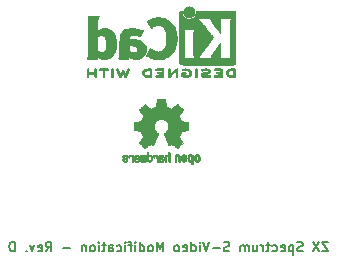
<source format=gbr>
G04 #@! TF.GenerationSoftware,KiCad,Pcbnew,(5.1.4)-1*
G04 #@! TF.CreationDate,2020-11-04T22:22:01+01:00*
G04 #@! TF.ProjectId,S-VHS ZX Spectrum Rev. D,532d5648-5320-45a5-9820-537065637472,rev?*
G04 #@! TF.SameCoordinates,Original*
G04 #@! TF.FileFunction,Legend,Bot*
G04 #@! TF.FilePolarity,Positive*
%FSLAX46Y46*%
G04 Gerber Fmt 4.6, Leading zero omitted, Abs format (unit mm)*
G04 Created by KiCad (PCBNEW (5.1.4)-1) date 2020-11-04 22:22:01*
%MOMM*%
%LPD*%
G04 APERTURE LIST*
%ADD10C,0.200000*%
%ADD11C,0.010000*%
G04 APERTURE END LIST*
D10*
X176718809Y-109670904D02*
X176185476Y-109670904D01*
X176718809Y-110470904D01*
X176185476Y-110470904D01*
X175956904Y-109670904D02*
X175423571Y-110470904D01*
X175423571Y-109670904D02*
X175956904Y-110470904D01*
X174547380Y-110432809D02*
X174433095Y-110470904D01*
X174242619Y-110470904D01*
X174166428Y-110432809D01*
X174128333Y-110394714D01*
X174090238Y-110318523D01*
X174090238Y-110242333D01*
X174128333Y-110166142D01*
X174166428Y-110128047D01*
X174242619Y-110089952D01*
X174395000Y-110051857D01*
X174471190Y-110013761D01*
X174509285Y-109975666D01*
X174547380Y-109899476D01*
X174547380Y-109823285D01*
X174509285Y-109747095D01*
X174471190Y-109709000D01*
X174395000Y-109670904D01*
X174204523Y-109670904D01*
X174090238Y-109709000D01*
X173747380Y-109937571D02*
X173747380Y-110737571D01*
X173747380Y-109975666D02*
X173671190Y-109937571D01*
X173518809Y-109937571D01*
X173442619Y-109975666D01*
X173404523Y-110013761D01*
X173366428Y-110089952D01*
X173366428Y-110318523D01*
X173404523Y-110394714D01*
X173442619Y-110432809D01*
X173518809Y-110470904D01*
X173671190Y-110470904D01*
X173747380Y-110432809D01*
X172718809Y-110432809D02*
X172795000Y-110470904D01*
X172947380Y-110470904D01*
X173023571Y-110432809D01*
X173061666Y-110356619D01*
X173061666Y-110051857D01*
X173023571Y-109975666D01*
X172947380Y-109937571D01*
X172795000Y-109937571D01*
X172718809Y-109975666D01*
X172680714Y-110051857D01*
X172680714Y-110128047D01*
X173061666Y-110204238D01*
X171995000Y-110432809D02*
X172071190Y-110470904D01*
X172223571Y-110470904D01*
X172299761Y-110432809D01*
X172337857Y-110394714D01*
X172375952Y-110318523D01*
X172375952Y-110089952D01*
X172337857Y-110013761D01*
X172299761Y-109975666D01*
X172223571Y-109937571D01*
X172071190Y-109937571D01*
X171995000Y-109975666D01*
X171766428Y-109937571D02*
X171461666Y-109937571D01*
X171652142Y-109670904D02*
X171652142Y-110356619D01*
X171614047Y-110432809D01*
X171537857Y-110470904D01*
X171461666Y-110470904D01*
X171195000Y-110470904D02*
X171195000Y-109937571D01*
X171195000Y-110089952D02*
X171156904Y-110013761D01*
X171118809Y-109975666D01*
X171042619Y-109937571D01*
X170966428Y-109937571D01*
X170356904Y-109937571D02*
X170356904Y-110470904D01*
X170699761Y-109937571D02*
X170699761Y-110356619D01*
X170661666Y-110432809D01*
X170585476Y-110470904D01*
X170471190Y-110470904D01*
X170395000Y-110432809D01*
X170356904Y-110394714D01*
X169975952Y-110470904D02*
X169975952Y-109937571D01*
X169975952Y-110013761D02*
X169937857Y-109975666D01*
X169861666Y-109937571D01*
X169747380Y-109937571D01*
X169671190Y-109975666D01*
X169633095Y-110051857D01*
X169633095Y-110470904D01*
X169633095Y-110051857D02*
X169595000Y-109975666D01*
X169518809Y-109937571D01*
X169404523Y-109937571D01*
X169328333Y-109975666D01*
X169290238Y-110051857D01*
X169290238Y-110470904D01*
X168337857Y-110432809D02*
X168223571Y-110470904D01*
X168033095Y-110470904D01*
X167956904Y-110432809D01*
X167918809Y-110394714D01*
X167880714Y-110318523D01*
X167880714Y-110242333D01*
X167918809Y-110166142D01*
X167956904Y-110128047D01*
X168033095Y-110089952D01*
X168185476Y-110051857D01*
X168261666Y-110013761D01*
X168299761Y-109975666D01*
X168337857Y-109899476D01*
X168337857Y-109823285D01*
X168299761Y-109747095D01*
X168261666Y-109709000D01*
X168185476Y-109670904D01*
X167995000Y-109670904D01*
X167880714Y-109709000D01*
X167537857Y-110166142D02*
X166928333Y-110166142D01*
X166661666Y-109670904D02*
X166395000Y-110470904D01*
X166128333Y-109670904D01*
X165861666Y-110470904D02*
X165861666Y-109937571D01*
X165861666Y-109670904D02*
X165899761Y-109709000D01*
X165861666Y-109747095D01*
X165823571Y-109709000D01*
X165861666Y-109670904D01*
X165861666Y-109747095D01*
X165137857Y-110470904D02*
X165137857Y-109670904D01*
X165137857Y-110432809D02*
X165214047Y-110470904D01*
X165366428Y-110470904D01*
X165442619Y-110432809D01*
X165480714Y-110394714D01*
X165518809Y-110318523D01*
X165518809Y-110089952D01*
X165480714Y-110013761D01*
X165442619Y-109975666D01*
X165366428Y-109937571D01*
X165214047Y-109937571D01*
X165137857Y-109975666D01*
X164452142Y-110432809D02*
X164528333Y-110470904D01*
X164680714Y-110470904D01*
X164756904Y-110432809D01*
X164795000Y-110356619D01*
X164795000Y-110051857D01*
X164756904Y-109975666D01*
X164680714Y-109937571D01*
X164528333Y-109937571D01*
X164452142Y-109975666D01*
X164414047Y-110051857D01*
X164414047Y-110128047D01*
X164795000Y-110204238D01*
X163956904Y-110470904D02*
X164033095Y-110432809D01*
X164071190Y-110394714D01*
X164109285Y-110318523D01*
X164109285Y-110089952D01*
X164071190Y-110013761D01*
X164033095Y-109975666D01*
X163956904Y-109937571D01*
X163842619Y-109937571D01*
X163766428Y-109975666D01*
X163728333Y-110013761D01*
X163690238Y-110089952D01*
X163690238Y-110318523D01*
X163728333Y-110394714D01*
X163766428Y-110432809D01*
X163842619Y-110470904D01*
X163956904Y-110470904D01*
X162737857Y-110470904D02*
X162737857Y-109670904D01*
X162471190Y-110242333D01*
X162204523Y-109670904D01*
X162204523Y-110470904D01*
X161709285Y-110470904D02*
X161785476Y-110432809D01*
X161823571Y-110394714D01*
X161861666Y-110318523D01*
X161861666Y-110089952D01*
X161823571Y-110013761D01*
X161785476Y-109975666D01*
X161709285Y-109937571D01*
X161595000Y-109937571D01*
X161518809Y-109975666D01*
X161480714Y-110013761D01*
X161442619Y-110089952D01*
X161442619Y-110318523D01*
X161480714Y-110394714D01*
X161518809Y-110432809D01*
X161595000Y-110470904D01*
X161709285Y-110470904D01*
X160756904Y-110470904D02*
X160756904Y-109670904D01*
X160756904Y-110432809D02*
X160833095Y-110470904D01*
X160985476Y-110470904D01*
X161061666Y-110432809D01*
X161099761Y-110394714D01*
X161137857Y-110318523D01*
X161137857Y-110089952D01*
X161099761Y-110013761D01*
X161061666Y-109975666D01*
X160985476Y-109937571D01*
X160833095Y-109937571D01*
X160756904Y-109975666D01*
X160375952Y-110470904D02*
X160375952Y-109937571D01*
X160375952Y-109670904D02*
X160414047Y-109709000D01*
X160375952Y-109747095D01*
X160337857Y-109709000D01*
X160375952Y-109670904D01*
X160375952Y-109747095D01*
X160109285Y-109937571D02*
X159804523Y-109937571D01*
X159995000Y-110470904D02*
X159995000Y-109785190D01*
X159956904Y-109709000D01*
X159880714Y-109670904D01*
X159804523Y-109670904D01*
X159537857Y-110470904D02*
X159537857Y-109937571D01*
X159537857Y-109670904D02*
X159575952Y-109709000D01*
X159537857Y-109747095D01*
X159499761Y-109709000D01*
X159537857Y-109670904D01*
X159537857Y-109747095D01*
X158814047Y-110432809D02*
X158890238Y-110470904D01*
X159042619Y-110470904D01*
X159118809Y-110432809D01*
X159156904Y-110394714D01*
X159195000Y-110318523D01*
X159195000Y-110089952D01*
X159156904Y-110013761D01*
X159118809Y-109975666D01*
X159042619Y-109937571D01*
X158890238Y-109937571D01*
X158814047Y-109975666D01*
X158128333Y-110470904D02*
X158128333Y-110051857D01*
X158166428Y-109975666D01*
X158242619Y-109937571D01*
X158395000Y-109937571D01*
X158471190Y-109975666D01*
X158128333Y-110432809D02*
X158204523Y-110470904D01*
X158395000Y-110470904D01*
X158471190Y-110432809D01*
X158509285Y-110356619D01*
X158509285Y-110280428D01*
X158471190Y-110204238D01*
X158395000Y-110166142D01*
X158204523Y-110166142D01*
X158128333Y-110128047D01*
X157861666Y-109937571D02*
X157556904Y-109937571D01*
X157747380Y-109670904D02*
X157747380Y-110356619D01*
X157709285Y-110432809D01*
X157633095Y-110470904D01*
X157556904Y-110470904D01*
X157290238Y-110470904D02*
X157290238Y-109937571D01*
X157290238Y-109670904D02*
X157328333Y-109709000D01*
X157290238Y-109747095D01*
X157252142Y-109709000D01*
X157290238Y-109670904D01*
X157290238Y-109747095D01*
X156795000Y-110470904D02*
X156871190Y-110432809D01*
X156909285Y-110394714D01*
X156947380Y-110318523D01*
X156947380Y-110089952D01*
X156909285Y-110013761D01*
X156871190Y-109975666D01*
X156795000Y-109937571D01*
X156680714Y-109937571D01*
X156604523Y-109975666D01*
X156566428Y-110013761D01*
X156528333Y-110089952D01*
X156528333Y-110318523D01*
X156566428Y-110394714D01*
X156604523Y-110432809D01*
X156680714Y-110470904D01*
X156795000Y-110470904D01*
X156185476Y-109937571D02*
X156185476Y-110470904D01*
X156185476Y-110013761D02*
X156147380Y-109975666D01*
X156071190Y-109937571D01*
X155956904Y-109937571D01*
X155880714Y-109975666D01*
X155842619Y-110051857D01*
X155842619Y-110470904D01*
X154852142Y-110166142D02*
X154242619Y-110166142D01*
X152795000Y-110470904D02*
X153061666Y-110089952D01*
X153252142Y-110470904D02*
X153252142Y-109670904D01*
X152947380Y-109670904D01*
X152871190Y-109709000D01*
X152833095Y-109747095D01*
X152795000Y-109823285D01*
X152795000Y-109937571D01*
X152833095Y-110013761D01*
X152871190Y-110051857D01*
X152947380Y-110089952D01*
X153252142Y-110089952D01*
X152147380Y-110432809D02*
X152223571Y-110470904D01*
X152375952Y-110470904D01*
X152452142Y-110432809D01*
X152490238Y-110356619D01*
X152490238Y-110051857D01*
X152452142Y-109975666D01*
X152375952Y-109937571D01*
X152223571Y-109937571D01*
X152147380Y-109975666D01*
X152109285Y-110051857D01*
X152109285Y-110128047D01*
X152490238Y-110204238D01*
X151842619Y-109937571D02*
X151652142Y-110470904D01*
X151461666Y-109937571D01*
X151156904Y-110394714D02*
X151118809Y-110432809D01*
X151156904Y-110470904D01*
X151195000Y-110432809D01*
X151156904Y-110394714D01*
X151156904Y-110470904D01*
X150166428Y-110470904D02*
X150166428Y-109670904D01*
X149975952Y-109670904D01*
X149861666Y-109709000D01*
X149785476Y-109785190D01*
X149747380Y-109861380D01*
X149709285Y-110013761D01*
X149709285Y-110128047D01*
X149747380Y-110280428D01*
X149785476Y-110356619D01*
X149861666Y-110432809D01*
X149975952Y-110470904D01*
X150166428Y-110470904D01*
D11*
G36*
X168681371Y-94979066D02*
G01*
X168641889Y-94979467D01*
X168526200Y-94982259D01*
X168429311Y-94990550D01*
X168347919Y-95005232D01*
X168278723Y-95027193D01*
X168218420Y-95057322D01*
X168163708Y-95096510D01*
X168144167Y-95113532D01*
X168111750Y-95153363D01*
X168082520Y-95207413D01*
X168059991Y-95267323D01*
X168047679Y-95324739D01*
X168046400Y-95345956D01*
X168054417Y-95404769D01*
X168075899Y-95469013D01*
X168106999Y-95529821D01*
X168143866Y-95578330D01*
X168149854Y-95584182D01*
X168200579Y-95625321D01*
X168256125Y-95657435D01*
X168319696Y-95681365D01*
X168394494Y-95697953D01*
X168483722Y-95708041D01*
X168590582Y-95712469D01*
X168639528Y-95712845D01*
X168701762Y-95712545D01*
X168745528Y-95711292D01*
X168774931Y-95708554D01*
X168794079Y-95703801D01*
X168807077Y-95696501D01*
X168814045Y-95690267D01*
X168820626Y-95682694D01*
X168825788Y-95672924D01*
X168829703Y-95658340D01*
X168832543Y-95636326D01*
X168834480Y-95604264D01*
X168835684Y-95559536D01*
X168836328Y-95499526D01*
X168836583Y-95421617D01*
X168836622Y-95345956D01*
X168836870Y-95245041D01*
X168836817Y-95164427D01*
X168835857Y-95125822D01*
X168689867Y-95125822D01*
X168689867Y-95566089D01*
X168596734Y-95566004D01*
X168540693Y-95564396D01*
X168481999Y-95560256D01*
X168433028Y-95554464D01*
X168431538Y-95554226D01*
X168352392Y-95535090D01*
X168291002Y-95505287D01*
X168244305Y-95462878D01*
X168214635Y-95416961D01*
X168196353Y-95366026D01*
X168197771Y-95318200D01*
X168218988Y-95266933D01*
X168260489Y-95213899D01*
X168317998Y-95174600D01*
X168392750Y-95148331D01*
X168442708Y-95139035D01*
X168499416Y-95132507D01*
X168559519Y-95127782D01*
X168610639Y-95125817D01*
X168613667Y-95125808D01*
X168689867Y-95125822D01*
X168835857Y-95125822D01*
X168835260Y-95101851D01*
X168830998Y-95055055D01*
X168822830Y-95021778D01*
X168809556Y-94999759D01*
X168789974Y-94986739D01*
X168762883Y-94980457D01*
X168727082Y-94978653D01*
X168681371Y-94979066D01*
X168681371Y-94979066D01*
G37*
X168681371Y-94979066D02*
X168641889Y-94979467D01*
X168526200Y-94982259D01*
X168429311Y-94990550D01*
X168347919Y-95005232D01*
X168278723Y-95027193D01*
X168218420Y-95057322D01*
X168163708Y-95096510D01*
X168144167Y-95113532D01*
X168111750Y-95153363D01*
X168082520Y-95207413D01*
X168059991Y-95267323D01*
X168047679Y-95324739D01*
X168046400Y-95345956D01*
X168054417Y-95404769D01*
X168075899Y-95469013D01*
X168106999Y-95529821D01*
X168143866Y-95578330D01*
X168149854Y-95584182D01*
X168200579Y-95625321D01*
X168256125Y-95657435D01*
X168319696Y-95681365D01*
X168394494Y-95697953D01*
X168483722Y-95708041D01*
X168590582Y-95712469D01*
X168639528Y-95712845D01*
X168701762Y-95712545D01*
X168745528Y-95711292D01*
X168774931Y-95708554D01*
X168794079Y-95703801D01*
X168807077Y-95696501D01*
X168814045Y-95690267D01*
X168820626Y-95682694D01*
X168825788Y-95672924D01*
X168829703Y-95658340D01*
X168832543Y-95636326D01*
X168834480Y-95604264D01*
X168835684Y-95559536D01*
X168836328Y-95499526D01*
X168836583Y-95421617D01*
X168836622Y-95345956D01*
X168836870Y-95245041D01*
X168836817Y-95164427D01*
X168835857Y-95125822D01*
X168689867Y-95125822D01*
X168689867Y-95566089D01*
X168596734Y-95566004D01*
X168540693Y-95564396D01*
X168481999Y-95560256D01*
X168433028Y-95554464D01*
X168431538Y-95554226D01*
X168352392Y-95535090D01*
X168291002Y-95505287D01*
X168244305Y-95462878D01*
X168214635Y-95416961D01*
X168196353Y-95366026D01*
X168197771Y-95318200D01*
X168218988Y-95266933D01*
X168260489Y-95213899D01*
X168317998Y-95174600D01*
X168392750Y-95148331D01*
X168442708Y-95139035D01*
X168499416Y-95132507D01*
X168559519Y-95127782D01*
X168610639Y-95125817D01*
X168613667Y-95125808D01*
X168689867Y-95125822D01*
X168835857Y-95125822D01*
X168835260Y-95101851D01*
X168830998Y-95055055D01*
X168822830Y-95021778D01*
X168809556Y-94999759D01*
X168789974Y-94986739D01*
X168762883Y-94980457D01*
X168727082Y-94978653D01*
X168681371Y-94979066D01*
G36*
X167272794Y-94979146D02*
G01*
X167203386Y-94979518D01*
X167150997Y-94980385D01*
X167112847Y-94981946D01*
X167086159Y-94984403D01*
X167068153Y-94987957D01*
X167056049Y-94992810D01*
X167047069Y-94999161D01*
X167043818Y-95002084D01*
X167024043Y-95033142D01*
X167020482Y-95068828D01*
X167033491Y-95100510D01*
X167039506Y-95106913D01*
X167049235Y-95113121D01*
X167064901Y-95117910D01*
X167089408Y-95121514D01*
X167125661Y-95124164D01*
X167176565Y-95126095D01*
X167245026Y-95127539D01*
X167307617Y-95128418D01*
X167555334Y-95131467D01*
X167558719Y-95196378D01*
X167562105Y-95261289D01*
X167393958Y-95261289D01*
X167320959Y-95261919D01*
X167267517Y-95264553D01*
X167230628Y-95270309D01*
X167207288Y-95280304D01*
X167194494Y-95295656D01*
X167189242Y-95317482D01*
X167188445Y-95337738D01*
X167190923Y-95362592D01*
X167200277Y-95380906D01*
X167219383Y-95393637D01*
X167251118Y-95401741D01*
X167298359Y-95406176D01*
X167363983Y-95407899D01*
X167399801Y-95408045D01*
X167560978Y-95408045D01*
X167560978Y-95566089D01*
X167312622Y-95566089D01*
X167231213Y-95566202D01*
X167169342Y-95566712D01*
X167123968Y-95567870D01*
X167092054Y-95569930D01*
X167070559Y-95573146D01*
X167056443Y-95577772D01*
X167046668Y-95584059D01*
X167041689Y-95588667D01*
X167024610Y-95615560D01*
X167019111Y-95639467D01*
X167026963Y-95668667D01*
X167041689Y-95690267D01*
X167049546Y-95697066D01*
X167059688Y-95702346D01*
X167074844Y-95706298D01*
X167097741Y-95709113D01*
X167131109Y-95710982D01*
X167177675Y-95712098D01*
X167240167Y-95712651D01*
X167321314Y-95712833D01*
X167363422Y-95712845D01*
X167453598Y-95712765D01*
X167523924Y-95712398D01*
X167577129Y-95711552D01*
X167615940Y-95710036D01*
X167643087Y-95707659D01*
X167661298Y-95704229D01*
X167673300Y-95699554D01*
X167681822Y-95693444D01*
X167685156Y-95690267D01*
X167691755Y-95682670D01*
X167696927Y-95672870D01*
X167700846Y-95658239D01*
X167703684Y-95636152D01*
X167705615Y-95603982D01*
X167706812Y-95559103D01*
X167707448Y-95498889D01*
X167707697Y-95420713D01*
X167707734Y-95347923D01*
X167707700Y-95254707D01*
X167707465Y-95181431D01*
X167706830Y-95125458D01*
X167705594Y-95084151D01*
X167703556Y-95054872D01*
X167700517Y-95034984D01*
X167696277Y-95021850D01*
X167690635Y-95012832D01*
X167683391Y-95005293D01*
X167681606Y-95003612D01*
X167672945Y-94996172D01*
X167662882Y-94990409D01*
X167648625Y-94986112D01*
X167627383Y-94983064D01*
X167596364Y-94981051D01*
X167552777Y-94979860D01*
X167493831Y-94979275D01*
X167416734Y-94979083D01*
X167362001Y-94979067D01*
X167272794Y-94979146D01*
X167272794Y-94979146D01*
G37*
X167272794Y-94979146D02*
X167203386Y-94979518D01*
X167150997Y-94980385D01*
X167112847Y-94981946D01*
X167086159Y-94984403D01*
X167068153Y-94987957D01*
X167056049Y-94992810D01*
X167047069Y-94999161D01*
X167043818Y-95002084D01*
X167024043Y-95033142D01*
X167020482Y-95068828D01*
X167033491Y-95100510D01*
X167039506Y-95106913D01*
X167049235Y-95113121D01*
X167064901Y-95117910D01*
X167089408Y-95121514D01*
X167125661Y-95124164D01*
X167176565Y-95126095D01*
X167245026Y-95127539D01*
X167307617Y-95128418D01*
X167555334Y-95131467D01*
X167558719Y-95196378D01*
X167562105Y-95261289D01*
X167393958Y-95261289D01*
X167320959Y-95261919D01*
X167267517Y-95264553D01*
X167230628Y-95270309D01*
X167207288Y-95280304D01*
X167194494Y-95295656D01*
X167189242Y-95317482D01*
X167188445Y-95337738D01*
X167190923Y-95362592D01*
X167200277Y-95380906D01*
X167219383Y-95393637D01*
X167251118Y-95401741D01*
X167298359Y-95406176D01*
X167363983Y-95407899D01*
X167399801Y-95408045D01*
X167560978Y-95408045D01*
X167560978Y-95566089D01*
X167312622Y-95566089D01*
X167231213Y-95566202D01*
X167169342Y-95566712D01*
X167123968Y-95567870D01*
X167092054Y-95569930D01*
X167070559Y-95573146D01*
X167056443Y-95577772D01*
X167046668Y-95584059D01*
X167041689Y-95588667D01*
X167024610Y-95615560D01*
X167019111Y-95639467D01*
X167026963Y-95668667D01*
X167041689Y-95690267D01*
X167049546Y-95697066D01*
X167059688Y-95702346D01*
X167074844Y-95706298D01*
X167097741Y-95709113D01*
X167131109Y-95710982D01*
X167177675Y-95712098D01*
X167240167Y-95712651D01*
X167321314Y-95712833D01*
X167363422Y-95712845D01*
X167453598Y-95712765D01*
X167523924Y-95712398D01*
X167577129Y-95711552D01*
X167615940Y-95710036D01*
X167643087Y-95707659D01*
X167661298Y-95704229D01*
X167673300Y-95699554D01*
X167681822Y-95693444D01*
X167685156Y-95690267D01*
X167691755Y-95682670D01*
X167696927Y-95672870D01*
X167700846Y-95658239D01*
X167703684Y-95636152D01*
X167705615Y-95603982D01*
X167706812Y-95559103D01*
X167707448Y-95498889D01*
X167707697Y-95420713D01*
X167707734Y-95347923D01*
X167707700Y-95254707D01*
X167707465Y-95181431D01*
X167706830Y-95125458D01*
X167705594Y-95084151D01*
X167703556Y-95054872D01*
X167700517Y-95034984D01*
X167696277Y-95021850D01*
X167690635Y-95012832D01*
X167683391Y-95005293D01*
X167681606Y-95003612D01*
X167672945Y-94996172D01*
X167662882Y-94990409D01*
X167648625Y-94986112D01*
X167627383Y-94983064D01*
X167596364Y-94981051D01*
X167552777Y-94979860D01*
X167493831Y-94979275D01*
X167416734Y-94979083D01*
X167362001Y-94979067D01*
X167272794Y-94979146D01*
G36*
X166251703Y-94980351D02*
G01*
X166176888Y-94985581D01*
X166107306Y-94993750D01*
X166047002Y-95004550D01*
X166000020Y-95017673D01*
X165970406Y-95032813D01*
X165965860Y-95037269D01*
X165950054Y-95071850D01*
X165954847Y-95107351D01*
X165979364Y-95137725D01*
X165980534Y-95138596D01*
X165994954Y-95147954D01*
X166010008Y-95152876D01*
X166031005Y-95153473D01*
X166063257Y-95149861D01*
X166112073Y-95142154D01*
X166116000Y-95141505D01*
X166188739Y-95132569D01*
X166267217Y-95128161D01*
X166345927Y-95128119D01*
X166419361Y-95132279D01*
X166482011Y-95140479D01*
X166528370Y-95152557D01*
X166531416Y-95153771D01*
X166565048Y-95172615D01*
X166576864Y-95191685D01*
X166567614Y-95210439D01*
X166538047Y-95228337D01*
X166488911Y-95244837D01*
X166420957Y-95259396D01*
X166375645Y-95266406D01*
X166281456Y-95279889D01*
X166206544Y-95292214D01*
X166147717Y-95304449D01*
X166101785Y-95317661D01*
X166065555Y-95332917D01*
X166035838Y-95351285D01*
X166009442Y-95373831D01*
X165988230Y-95395971D01*
X165963065Y-95426819D01*
X165950681Y-95453345D01*
X165946808Y-95486026D01*
X165946667Y-95497995D01*
X165949576Y-95537712D01*
X165961202Y-95567259D01*
X165981323Y-95593486D01*
X166022216Y-95633576D01*
X166067817Y-95664149D01*
X166121513Y-95686203D01*
X166186692Y-95700735D01*
X166266744Y-95708741D01*
X166365057Y-95711218D01*
X166381289Y-95711177D01*
X166446849Y-95709818D01*
X166511866Y-95706730D01*
X166569252Y-95702356D01*
X166611922Y-95697140D01*
X166615372Y-95696541D01*
X166657796Y-95686491D01*
X166693780Y-95673796D01*
X166714150Y-95662190D01*
X166733107Y-95631572D01*
X166734427Y-95595918D01*
X166718085Y-95564144D01*
X166714429Y-95560551D01*
X166699315Y-95549876D01*
X166680415Y-95545276D01*
X166651162Y-95546059D01*
X166615651Y-95550127D01*
X166575970Y-95553762D01*
X166520345Y-95556828D01*
X166455406Y-95559053D01*
X166387785Y-95560164D01*
X166370000Y-95560237D01*
X166302128Y-95559964D01*
X166252454Y-95558646D01*
X166216610Y-95555827D01*
X166190224Y-95551050D01*
X166168926Y-95543857D01*
X166156126Y-95537867D01*
X166128000Y-95521233D01*
X166110068Y-95506168D01*
X166107447Y-95501897D01*
X166112976Y-95484263D01*
X166139260Y-95467192D01*
X166184478Y-95451458D01*
X166246808Y-95437838D01*
X166265171Y-95434804D01*
X166361090Y-95419738D01*
X166437641Y-95407146D01*
X166497780Y-95396111D01*
X166544460Y-95385720D01*
X166580637Y-95375056D01*
X166609265Y-95363205D01*
X166633298Y-95349251D01*
X166655692Y-95332281D01*
X166679402Y-95311378D01*
X166687380Y-95304049D01*
X166715353Y-95276699D01*
X166730160Y-95255029D01*
X166735952Y-95230232D01*
X166736889Y-95198983D01*
X166726575Y-95137705D01*
X166695752Y-95085640D01*
X166644595Y-95042958D01*
X166573283Y-95009825D01*
X166522400Y-94994964D01*
X166467100Y-94985366D01*
X166400853Y-94979936D01*
X166327706Y-94978367D01*
X166251703Y-94980351D01*
X166251703Y-94980351D01*
G37*
X166251703Y-94980351D02*
X166176888Y-94985581D01*
X166107306Y-94993750D01*
X166047002Y-95004550D01*
X166000020Y-95017673D01*
X165970406Y-95032813D01*
X165965860Y-95037269D01*
X165950054Y-95071850D01*
X165954847Y-95107351D01*
X165979364Y-95137725D01*
X165980534Y-95138596D01*
X165994954Y-95147954D01*
X166010008Y-95152876D01*
X166031005Y-95153473D01*
X166063257Y-95149861D01*
X166112073Y-95142154D01*
X166116000Y-95141505D01*
X166188739Y-95132569D01*
X166267217Y-95128161D01*
X166345927Y-95128119D01*
X166419361Y-95132279D01*
X166482011Y-95140479D01*
X166528370Y-95152557D01*
X166531416Y-95153771D01*
X166565048Y-95172615D01*
X166576864Y-95191685D01*
X166567614Y-95210439D01*
X166538047Y-95228337D01*
X166488911Y-95244837D01*
X166420957Y-95259396D01*
X166375645Y-95266406D01*
X166281456Y-95279889D01*
X166206544Y-95292214D01*
X166147717Y-95304449D01*
X166101785Y-95317661D01*
X166065555Y-95332917D01*
X166035838Y-95351285D01*
X166009442Y-95373831D01*
X165988230Y-95395971D01*
X165963065Y-95426819D01*
X165950681Y-95453345D01*
X165946808Y-95486026D01*
X165946667Y-95497995D01*
X165949576Y-95537712D01*
X165961202Y-95567259D01*
X165981323Y-95593486D01*
X166022216Y-95633576D01*
X166067817Y-95664149D01*
X166121513Y-95686203D01*
X166186692Y-95700735D01*
X166266744Y-95708741D01*
X166365057Y-95711218D01*
X166381289Y-95711177D01*
X166446849Y-95709818D01*
X166511866Y-95706730D01*
X166569252Y-95702356D01*
X166611922Y-95697140D01*
X166615372Y-95696541D01*
X166657796Y-95686491D01*
X166693780Y-95673796D01*
X166714150Y-95662190D01*
X166733107Y-95631572D01*
X166734427Y-95595918D01*
X166718085Y-95564144D01*
X166714429Y-95560551D01*
X166699315Y-95549876D01*
X166680415Y-95545276D01*
X166651162Y-95546059D01*
X166615651Y-95550127D01*
X166575970Y-95553762D01*
X166520345Y-95556828D01*
X166455406Y-95559053D01*
X166387785Y-95560164D01*
X166370000Y-95560237D01*
X166302128Y-95559964D01*
X166252454Y-95558646D01*
X166216610Y-95555827D01*
X166190224Y-95551050D01*
X166168926Y-95543857D01*
X166156126Y-95537867D01*
X166128000Y-95521233D01*
X166110068Y-95506168D01*
X166107447Y-95501897D01*
X166112976Y-95484263D01*
X166139260Y-95467192D01*
X166184478Y-95451458D01*
X166246808Y-95437838D01*
X166265171Y-95434804D01*
X166361090Y-95419738D01*
X166437641Y-95407146D01*
X166497780Y-95396111D01*
X166544460Y-95385720D01*
X166580637Y-95375056D01*
X166609265Y-95363205D01*
X166633298Y-95349251D01*
X166655692Y-95332281D01*
X166679402Y-95311378D01*
X166687380Y-95304049D01*
X166715353Y-95276699D01*
X166730160Y-95255029D01*
X166735952Y-95230232D01*
X166736889Y-95198983D01*
X166726575Y-95137705D01*
X166695752Y-95085640D01*
X166644595Y-95042958D01*
X166573283Y-95009825D01*
X166522400Y-94994964D01*
X166467100Y-94985366D01*
X166400853Y-94979936D01*
X166327706Y-94978367D01*
X166251703Y-94980351D01*
G36*
X165483822Y-95001645D02*
G01*
X165477242Y-95009218D01*
X165472079Y-95018987D01*
X165468164Y-95033571D01*
X165465324Y-95055585D01*
X165463387Y-95087648D01*
X165462183Y-95132375D01*
X165461539Y-95192385D01*
X165461284Y-95270294D01*
X165461245Y-95345956D01*
X165461314Y-95439802D01*
X165461638Y-95513689D01*
X165462386Y-95570232D01*
X165463732Y-95612049D01*
X165465846Y-95641757D01*
X165468900Y-95661973D01*
X165473066Y-95675314D01*
X165478516Y-95684398D01*
X165483822Y-95690267D01*
X165516826Y-95709947D01*
X165551991Y-95708181D01*
X165583455Y-95686717D01*
X165590684Y-95678337D01*
X165596334Y-95668614D01*
X165600599Y-95654861D01*
X165603673Y-95634389D01*
X165605752Y-95604512D01*
X165607030Y-95562541D01*
X165607701Y-95505789D01*
X165607959Y-95431567D01*
X165608000Y-95347537D01*
X165608000Y-95034485D01*
X165580291Y-95006776D01*
X165546137Y-94983463D01*
X165513006Y-94982623D01*
X165483822Y-95001645D01*
X165483822Y-95001645D01*
G37*
X165483822Y-95001645D02*
X165477242Y-95009218D01*
X165472079Y-95018987D01*
X165468164Y-95033571D01*
X165465324Y-95055585D01*
X165463387Y-95087648D01*
X165462183Y-95132375D01*
X165461539Y-95192385D01*
X165461284Y-95270294D01*
X165461245Y-95345956D01*
X165461314Y-95439802D01*
X165461638Y-95513689D01*
X165462386Y-95570232D01*
X165463732Y-95612049D01*
X165465846Y-95641757D01*
X165468900Y-95661973D01*
X165473066Y-95675314D01*
X165478516Y-95684398D01*
X165483822Y-95690267D01*
X165516826Y-95709947D01*
X165551991Y-95708181D01*
X165583455Y-95686717D01*
X165590684Y-95678337D01*
X165596334Y-95668614D01*
X165600599Y-95654861D01*
X165603673Y-95634389D01*
X165605752Y-95604512D01*
X165607030Y-95562541D01*
X165607701Y-95505789D01*
X165607959Y-95431567D01*
X165608000Y-95347537D01*
X165608000Y-95034485D01*
X165580291Y-95006776D01*
X165546137Y-94983463D01*
X165513006Y-94982623D01*
X165483822Y-95001645D01*
G36*
X164510081Y-94984599D02*
G01*
X164441565Y-94996095D01*
X164388943Y-95013967D01*
X164354708Y-95037499D01*
X164345379Y-95050924D01*
X164335893Y-95082148D01*
X164342277Y-95110395D01*
X164362430Y-95137182D01*
X164393745Y-95149713D01*
X164439183Y-95148696D01*
X164474326Y-95141906D01*
X164552419Y-95128971D01*
X164632226Y-95127742D01*
X164721555Y-95138241D01*
X164746229Y-95142690D01*
X164829291Y-95166108D01*
X164894273Y-95200945D01*
X164940461Y-95246604D01*
X164967145Y-95302494D01*
X164972663Y-95331388D01*
X164969051Y-95390012D01*
X164945729Y-95441879D01*
X164904824Y-95485978D01*
X164848459Y-95521299D01*
X164778760Y-95546829D01*
X164697852Y-95561559D01*
X164607860Y-95564478D01*
X164510910Y-95554575D01*
X164505436Y-95553641D01*
X164466875Y-95546459D01*
X164445494Y-95539521D01*
X164436227Y-95529227D01*
X164434006Y-95511976D01*
X164433956Y-95502841D01*
X164433956Y-95464489D01*
X164502431Y-95464489D01*
X164562900Y-95460347D01*
X164604165Y-95447147D01*
X164628175Y-95423730D01*
X164636877Y-95388936D01*
X164636983Y-95384394D01*
X164631892Y-95354654D01*
X164614433Y-95333419D01*
X164581939Y-95319366D01*
X164531743Y-95311173D01*
X164483123Y-95308161D01*
X164412456Y-95306433D01*
X164361198Y-95309070D01*
X164326239Y-95318800D01*
X164304470Y-95338353D01*
X164292780Y-95370456D01*
X164288060Y-95417838D01*
X164287200Y-95480071D01*
X164288609Y-95549535D01*
X164292848Y-95596786D01*
X164299936Y-95622012D01*
X164301311Y-95623988D01*
X164340228Y-95655508D01*
X164397286Y-95680470D01*
X164468869Y-95698340D01*
X164551358Y-95708586D01*
X164641139Y-95710673D01*
X164734592Y-95704068D01*
X164789556Y-95695956D01*
X164875766Y-95671554D01*
X164955892Y-95631662D01*
X165022977Y-95579887D01*
X165033173Y-95569539D01*
X165066302Y-95526035D01*
X165096194Y-95472118D01*
X165119357Y-95415592D01*
X165132298Y-95364259D01*
X165133858Y-95344544D01*
X165127218Y-95303419D01*
X165109568Y-95252252D01*
X165084297Y-95198394D01*
X165054789Y-95149195D01*
X165028719Y-95116334D01*
X164967765Y-95067452D01*
X164888969Y-95028545D01*
X164795157Y-95000494D01*
X164689150Y-94984179D01*
X164592000Y-94980192D01*
X164510081Y-94984599D01*
X164510081Y-94984599D01*
G37*
X164510081Y-94984599D02*
X164441565Y-94996095D01*
X164388943Y-95013967D01*
X164354708Y-95037499D01*
X164345379Y-95050924D01*
X164335893Y-95082148D01*
X164342277Y-95110395D01*
X164362430Y-95137182D01*
X164393745Y-95149713D01*
X164439183Y-95148696D01*
X164474326Y-95141906D01*
X164552419Y-95128971D01*
X164632226Y-95127742D01*
X164721555Y-95138241D01*
X164746229Y-95142690D01*
X164829291Y-95166108D01*
X164894273Y-95200945D01*
X164940461Y-95246604D01*
X164967145Y-95302494D01*
X164972663Y-95331388D01*
X164969051Y-95390012D01*
X164945729Y-95441879D01*
X164904824Y-95485978D01*
X164848459Y-95521299D01*
X164778760Y-95546829D01*
X164697852Y-95561559D01*
X164607860Y-95564478D01*
X164510910Y-95554575D01*
X164505436Y-95553641D01*
X164466875Y-95546459D01*
X164445494Y-95539521D01*
X164436227Y-95529227D01*
X164434006Y-95511976D01*
X164433956Y-95502841D01*
X164433956Y-95464489D01*
X164502431Y-95464489D01*
X164562900Y-95460347D01*
X164604165Y-95447147D01*
X164628175Y-95423730D01*
X164636877Y-95388936D01*
X164636983Y-95384394D01*
X164631892Y-95354654D01*
X164614433Y-95333419D01*
X164581939Y-95319366D01*
X164531743Y-95311173D01*
X164483123Y-95308161D01*
X164412456Y-95306433D01*
X164361198Y-95309070D01*
X164326239Y-95318800D01*
X164304470Y-95338353D01*
X164292780Y-95370456D01*
X164288060Y-95417838D01*
X164287200Y-95480071D01*
X164288609Y-95549535D01*
X164292848Y-95596786D01*
X164299936Y-95622012D01*
X164301311Y-95623988D01*
X164340228Y-95655508D01*
X164397286Y-95680470D01*
X164468869Y-95698340D01*
X164551358Y-95708586D01*
X164641139Y-95710673D01*
X164734592Y-95704068D01*
X164789556Y-95695956D01*
X164875766Y-95671554D01*
X164955892Y-95631662D01*
X165022977Y-95579887D01*
X165033173Y-95569539D01*
X165066302Y-95526035D01*
X165096194Y-95472118D01*
X165119357Y-95415592D01*
X165132298Y-95364259D01*
X165133858Y-95344544D01*
X165127218Y-95303419D01*
X165109568Y-95252252D01*
X165084297Y-95198394D01*
X165054789Y-95149195D01*
X165028719Y-95116334D01*
X164967765Y-95067452D01*
X164888969Y-95028545D01*
X164795157Y-95000494D01*
X164689150Y-94984179D01*
X164592000Y-94980192D01*
X164510081Y-94984599D01*
G36*
X163860114Y-94983448D02*
G01*
X163836548Y-94997273D01*
X163805735Y-95019881D01*
X163766078Y-95052338D01*
X163715980Y-95095708D01*
X163653843Y-95151058D01*
X163578072Y-95219451D01*
X163491334Y-95298084D01*
X163310711Y-95461878D01*
X163305067Y-95242029D01*
X163303029Y-95166351D01*
X163301063Y-95109994D01*
X163298734Y-95069706D01*
X163295606Y-95042235D01*
X163291245Y-95024329D01*
X163285216Y-95012737D01*
X163277084Y-95004208D01*
X163272772Y-95000623D01*
X163238241Y-94981670D01*
X163205383Y-94984441D01*
X163179318Y-95000633D01*
X163152667Y-95022199D01*
X163149352Y-95337151D01*
X163148435Y-95429779D01*
X163147968Y-95502544D01*
X163148113Y-95558161D01*
X163149032Y-95599342D01*
X163150887Y-95628803D01*
X163153839Y-95649255D01*
X163158050Y-95663413D01*
X163163682Y-95673991D01*
X163169927Y-95682474D01*
X163183439Y-95698207D01*
X163196883Y-95708636D01*
X163212124Y-95712639D01*
X163231026Y-95709094D01*
X163255455Y-95696879D01*
X163287273Y-95674871D01*
X163328348Y-95641949D01*
X163380542Y-95596991D01*
X163445722Y-95538875D01*
X163519556Y-95472099D01*
X163784845Y-95231458D01*
X163790489Y-95450589D01*
X163792531Y-95526128D01*
X163794502Y-95582354D01*
X163796839Y-95622524D01*
X163799981Y-95649896D01*
X163804364Y-95667728D01*
X163810424Y-95679279D01*
X163818600Y-95687807D01*
X163822784Y-95691282D01*
X163859765Y-95710372D01*
X163894708Y-95707493D01*
X163925136Y-95683100D01*
X163932097Y-95673286D01*
X163937523Y-95661826D01*
X163941603Y-95645968D01*
X163944529Y-95622963D01*
X163946492Y-95590062D01*
X163947683Y-95544516D01*
X163948292Y-95483573D01*
X163948511Y-95404486D01*
X163948534Y-95345956D01*
X163948460Y-95254407D01*
X163948113Y-95182687D01*
X163947301Y-95128045D01*
X163945833Y-95087732D01*
X163943519Y-95058998D01*
X163940167Y-95039093D01*
X163935588Y-95025268D01*
X163929589Y-95014772D01*
X163925136Y-95008811D01*
X163913850Y-94994691D01*
X163903301Y-94984029D01*
X163891893Y-94977892D01*
X163878030Y-94977343D01*
X163860114Y-94983448D01*
X163860114Y-94983448D01*
G37*
X163860114Y-94983448D02*
X163836548Y-94997273D01*
X163805735Y-95019881D01*
X163766078Y-95052338D01*
X163715980Y-95095708D01*
X163653843Y-95151058D01*
X163578072Y-95219451D01*
X163491334Y-95298084D01*
X163310711Y-95461878D01*
X163305067Y-95242029D01*
X163303029Y-95166351D01*
X163301063Y-95109994D01*
X163298734Y-95069706D01*
X163295606Y-95042235D01*
X163291245Y-95024329D01*
X163285216Y-95012737D01*
X163277084Y-95004208D01*
X163272772Y-95000623D01*
X163238241Y-94981670D01*
X163205383Y-94984441D01*
X163179318Y-95000633D01*
X163152667Y-95022199D01*
X163149352Y-95337151D01*
X163148435Y-95429779D01*
X163147968Y-95502544D01*
X163148113Y-95558161D01*
X163149032Y-95599342D01*
X163150887Y-95628803D01*
X163153839Y-95649255D01*
X163158050Y-95663413D01*
X163163682Y-95673991D01*
X163169927Y-95682474D01*
X163183439Y-95698207D01*
X163196883Y-95708636D01*
X163212124Y-95712639D01*
X163231026Y-95709094D01*
X163255455Y-95696879D01*
X163287273Y-95674871D01*
X163328348Y-95641949D01*
X163380542Y-95596991D01*
X163445722Y-95538875D01*
X163519556Y-95472099D01*
X163784845Y-95231458D01*
X163790489Y-95450589D01*
X163792531Y-95526128D01*
X163794502Y-95582354D01*
X163796839Y-95622524D01*
X163799981Y-95649896D01*
X163804364Y-95667728D01*
X163810424Y-95679279D01*
X163818600Y-95687807D01*
X163822784Y-95691282D01*
X163859765Y-95710372D01*
X163894708Y-95707493D01*
X163925136Y-95683100D01*
X163932097Y-95673286D01*
X163937523Y-95661826D01*
X163941603Y-95645968D01*
X163944529Y-95622963D01*
X163946492Y-95590062D01*
X163947683Y-95544516D01*
X163948292Y-95483573D01*
X163948511Y-95404486D01*
X163948534Y-95345956D01*
X163948460Y-95254407D01*
X163948113Y-95182687D01*
X163947301Y-95128045D01*
X163945833Y-95087732D01*
X163943519Y-95058998D01*
X163940167Y-95039093D01*
X163935588Y-95025268D01*
X163929589Y-95014772D01*
X163925136Y-95008811D01*
X163913850Y-94994691D01*
X163903301Y-94984029D01*
X163891893Y-94977892D01*
X163878030Y-94977343D01*
X163860114Y-94983448D01*
G36*
X162329657Y-94979260D02*
G01*
X162253299Y-94980174D01*
X162194783Y-94982311D01*
X162151745Y-94986175D01*
X162121817Y-94992267D01*
X162102632Y-95001090D01*
X162091824Y-95013146D01*
X162087027Y-95028939D01*
X162085873Y-95048970D01*
X162085867Y-95051335D01*
X162086869Y-95073992D01*
X162091604Y-95091503D01*
X162102667Y-95104574D01*
X162122652Y-95113913D01*
X162154154Y-95120227D01*
X162199768Y-95124222D01*
X162262087Y-95126606D01*
X162343707Y-95128086D01*
X162368723Y-95128414D01*
X162610800Y-95131467D01*
X162614186Y-95196378D01*
X162617571Y-95261289D01*
X162449424Y-95261289D01*
X162383734Y-95261531D01*
X162336828Y-95262556D01*
X162304917Y-95264811D01*
X162284209Y-95268742D01*
X162270916Y-95274798D01*
X162261245Y-95283424D01*
X162261183Y-95283493D01*
X162243644Y-95317112D01*
X162244278Y-95353448D01*
X162262686Y-95384423D01*
X162266329Y-95387607D01*
X162279259Y-95395812D01*
X162296976Y-95401521D01*
X162323430Y-95405162D01*
X162362568Y-95407167D01*
X162418338Y-95407964D01*
X162454006Y-95408045D01*
X162616445Y-95408045D01*
X162616445Y-95566089D01*
X162369839Y-95566089D01*
X162288420Y-95566231D01*
X162226590Y-95566814D01*
X162181363Y-95568068D01*
X162149752Y-95570227D01*
X162128769Y-95573523D01*
X162115427Y-95578189D01*
X162106739Y-95584457D01*
X162104550Y-95586733D01*
X162088386Y-95618280D01*
X162087203Y-95654168D01*
X162100464Y-95685285D01*
X162110957Y-95695271D01*
X162121871Y-95700769D01*
X162138783Y-95705022D01*
X162164367Y-95708180D01*
X162201299Y-95710392D01*
X162252254Y-95711806D01*
X162319906Y-95712572D01*
X162406931Y-95712838D01*
X162426606Y-95712845D01*
X162515089Y-95712787D01*
X162583773Y-95712467D01*
X162635436Y-95711667D01*
X162672855Y-95710167D01*
X162698810Y-95707749D01*
X162716078Y-95704194D01*
X162727438Y-95699282D01*
X162735668Y-95692795D01*
X162740183Y-95688138D01*
X162746979Y-95679889D01*
X162752288Y-95669669D01*
X162756294Y-95654800D01*
X162759179Y-95632602D01*
X162761126Y-95600393D01*
X162762319Y-95555496D01*
X162762939Y-95495228D01*
X162763171Y-95416911D01*
X162763200Y-95350994D01*
X162763129Y-95258628D01*
X162762792Y-95186117D01*
X162762002Y-95130737D01*
X162760574Y-95089765D01*
X162758321Y-95060478D01*
X162755057Y-95040153D01*
X162750596Y-95026066D01*
X162744752Y-95015495D01*
X162739803Y-95008811D01*
X162716406Y-94979067D01*
X162426226Y-94979067D01*
X162329657Y-94979260D01*
X162329657Y-94979260D01*
G37*
X162329657Y-94979260D02*
X162253299Y-94980174D01*
X162194783Y-94982311D01*
X162151745Y-94986175D01*
X162121817Y-94992267D01*
X162102632Y-95001090D01*
X162091824Y-95013146D01*
X162087027Y-95028939D01*
X162085873Y-95048970D01*
X162085867Y-95051335D01*
X162086869Y-95073992D01*
X162091604Y-95091503D01*
X162102667Y-95104574D01*
X162122652Y-95113913D01*
X162154154Y-95120227D01*
X162199768Y-95124222D01*
X162262087Y-95126606D01*
X162343707Y-95128086D01*
X162368723Y-95128414D01*
X162610800Y-95131467D01*
X162614186Y-95196378D01*
X162617571Y-95261289D01*
X162449424Y-95261289D01*
X162383734Y-95261531D01*
X162336828Y-95262556D01*
X162304917Y-95264811D01*
X162284209Y-95268742D01*
X162270916Y-95274798D01*
X162261245Y-95283424D01*
X162261183Y-95283493D01*
X162243644Y-95317112D01*
X162244278Y-95353448D01*
X162262686Y-95384423D01*
X162266329Y-95387607D01*
X162279259Y-95395812D01*
X162296976Y-95401521D01*
X162323430Y-95405162D01*
X162362568Y-95407167D01*
X162418338Y-95407964D01*
X162454006Y-95408045D01*
X162616445Y-95408045D01*
X162616445Y-95566089D01*
X162369839Y-95566089D01*
X162288420Y-95566231D01*
X162226590Y-95566814D01*
X162181363Y-95568068D01*
X162149752Y-95570227D01*
X162128769Y-95573523D01*
X162115427Y-95578189D01*
X162106739Y-95584457D01*
X162104550Y-95586733D01*
X162088386Y-95618280D01*
X162087203Y-95654168D01*
X162100464Y-95685285D01*
X162110957Y-95695271D01*
X162121871Y-95700769D01*
X162138783Y-95705022D01*
X162164367Y-95708180D01*
X162201299Y-95710392D01*
X162252254Y-95711806D01*
X162319906Y-95712572D01*
X162406931Y-95712838D01*
X162426606Y-95712845D01*
X162515089Y-95712787D01*
X162583773Y-95712467D01*
X162635436Y-95711667D01*
X162672855Y-95710167D01*
X162698810Y-95707749D01*
X162716078Y-95704194D01*
X162727438Y-95699282D01*
X162735668Y-95692795D01*
X162740183Y-95688138D01*
X162746979Y-95679889D01*
X162752288Y-95669669D01*
X162756294Y-95654800D01*
X162759179Y-95632602D01*
X162761126Y-95600393D01*
X162762319Y-95555496D01*
X162762939Y-95495228D01*
X162763171Y-95416911D01*
X162763200Y-95350994D01*
X162763129Y-95258628D01*
X162762792Y-95186117D01*
X162762002Y-95130737D01*
X162760574Y-95089765D01*
X162758321Y-95060478D01*
X162755057Y-95040153D01*
X162750596Y-95026066D01*
X162744752Y-95015495D01*
X162739803Y-95008811D01*
X162716406Y-94979067D01*
X162426226Y-94979067D01*
X162329657Y-94979260D01*
G36*
X161541691Y-94979275D02*
G01*
X161412712Y-94983636D01*
X161303009Y-94996861D01*
X161210774Y-95019741D01*
X161134198Y-95053070D01*
X161071473Y-95097638D01*
X161020788Y-95154236D01*
X160980337Y-95223658D01*
X160979541Y-95225351D01*
X160955399Y-95287483D01*
X160946797Y-95342509D01*
X160953769Y-95397887D01*
X160976346Y-95461073D01*
X160980628Y-95470689D01*
X161009828Y-95526966D01*
X161042644Y-95570451D01*
X161084998Y-95607417D01*
X161142810Y-95644135D01*
X161146169Y-95646052D01*
X161196496Y-95670227D01*
X161253379Y-95688282D01*
X161320473Y-95700839D01*
X161401435Y-95708522D01*
X161499918Y-95711953D01*
X161534714Y-95712251D01*
X161700406Y-95712845D01*
X161723803Y-95683100D01*
X161730743Y-95673319D01*
X161736158Y-95661897D01*
X161740235Y-95646095D01*
X161743163Y-95623175D01*
X161745133Y-95590396D01*
X161745775Y-95566089D01*
X161589156Y-95566089D01*
X161495274Y-95566089D01*
X161440336Y-95564483D01*
X161383940Y-95560255D01*
X161337655Y-95554292D01*
X161334861Y-95553790D01*
X161252652Y-95531736D01*
X161188886Y-95498600D01*
X161141548Y-95452847D01*
X161108618Y-95392939D01*
X161102892Y-95377061D01*
X161097279Y-95352333D01*
X161099709Y-95327902D01*
X161111533Y-95295400D01*
X161118660Y-95279434D01*
X161142000Y-95237006D01*
X161170120Y-95207240D01*
X161201060Y-95186511D01*
X161263034Y-95159537D01*
X161342349Y-95139998D01*
X161434747Y-95128746D01*
X161501667Y-95126270D01*
X161589156Y-95125822D01*
X161589156Y-95566089D01*
X161745775Y-95566089D01*
X161746332Y-95545021D01*
X161746950Y-95484311D01*
X161747175Y-95405526D01*
X161747200Y-95343920D01*
X161747200Y-95034485D01*
X161719491Y-95006776D01*
X161707194Y-94995544D01*
X161693897Y-94987853D01*
X161675328Y-94983040D01*
X161647214Y-94980446D01*
X161605283Y-94979410D01*
X161545263Y-94979270D01*
X161541691Y-94979275D01*
X161541691Y-94979275D01*
G37*
X161541691Y-94979275D02*
X161412712Y-94983636D01*
X161303009Y-94996861D01*
X161210774Y-95019741D01*
X161134198Y-95053070D01*
X161071473Y-95097638D01*
X161020788Y-95154236D01*
X160980337Y-95223658D01*
X160979541Y-95225351D01*
X160955399Y-95287483D01*
X160946797Y-95342509D01*
X160953769Y-95397887D01*
X160976346Y-95461073D01*
X160980628Y-95470689D01*
X161009828Y-95526966D01*
X161042644Y-95570451D01*
X161084998Y-95607417D01*
X161142810Y-95644135D01*
X161146169Y-95646052D01*
X161196496Y-95670227D01*
X161253379Y-95688282D01*
X161320473Y-95700839D01*
X161401435Y-95708522D01*
X161499918Y-95711953D01*
X161534714Y-95712251D01*
X161700406Y-95712845D01*
X161723803Y-95683100D01*
X161730743Y-95673319D01*
X161736158Y-95661897D01*
X161740235Y-95646095D01*
X161743163Y-95623175D01*
X161745133Y-95590396D01*
X161745775Y-95566089D01*
X161589156Y-95566089D01*
X161495274Y-95566089D01*
X161440336Y-95564483D01*
X161383940Y-95560255D01*
X161337655Y-95554292D01*
X161334861Y-95553790D01*
X161252652Y-95531736D01*
X161188886Y-95498600D01*
X161141548Y-95452847D01*
X161108618Y-95392939D01*
X161102892Y-95377061D01*
X161097279Y-95352333D01*
X161099709Y-95327902D01*
X161111533Y-95295400D01*
X161118660Y-95279434D01*
X161142000Y-95237006D01*
X161170120Y-95207240D01*
X161201060Y-95186511D01*
X161263034Y-95159537D01*
X161342349Y-95139998D01*
X161434747Y-95128746D01*
X161501667Y-95126270D01*
X161589156Y-95125822D01*
X161589156Y-95566089D01*
X161745775Y-95566089D01*
X161746332Y-95545021D01*
X161746950Y-95484311D01*
X161747175Y-95405526D01*
X161747200Y-95343920D01*
X161747200Y-95034485D01*
X161719491Y-95006776D01*
X161707194Y-94995544D01*
X161693897Y-94987853D01*
X161675328Y-94983040D01*
X161647214Y-94980446D01*
X161605283Y-94979410D01*
X161545263Y-94979270D01*
X161541691Y-94979275D01*
G36*
X158815335Y-94981034D02*
G01*
X158795745Y-94988035D01*
X158794990Y-94988377D01*
X158768387Y-95008678D01*
X158753730Y-95029561D01*
X158750862Y-95039352D01*
X158751004Y-95052361D01*
X158755039Y-95070895D01*
X158763854Y-95097257D01*
X158778331Y-95133752D01*
X158799355Y-95182687D01*
X158827812Y-95246365D01*
X158864585Y-95327093D01*
X158884825Y-95371216D01*
X158921375Y-95449985D01*
X158955685Y-95522423D01*
X158986448Y-95585880D01*
X159012352Y-95637708D01*
X159032090Y-95675259D01*
X159044350Y-95695884D01*
X159046776Y-95698733D01*
X159077817Y-95711302D01*
X159112879Y-95709619D01*
X159141000Y-95694332D01*
X159142146Y-95693089D01*
X159153332Y-95676154D01*
X159172096Y-95643170D01*
X159196125Y-95598380D01*
X159223103Y-95546032D01*
X159232799Y-95526742D01*
X159305986Y-95380150D01*
X159385760Y-95539393D01*
X159414233Y-95594415D01*
X159440650Y-95642132D01*
X159462852Y-95678893D01*
X159478681Y-95701044D01*
X159484046Y-95705741D01*
X159525743Y-95712102D01*
X159560151Y-95698733D01*
X159570272Y-95684446D01*
X159587786Y-95652692D01*
X159611265Y-95606597D01*
X159639280Y-95549285D01*
X159670401Y-95483880D01*
X159703201Y-95413507D01*
X159736250Y-95341291D01*
X159768119Y-95270355D01*
X159797381Y-95203825D01*
X159822605Y-95144826D01*
X159842364Y-95096481D01*
X159855228Y-95061915D01*
X159859769Y-95044253D01*
X159859723Y-95043613D01*
X159848674Y-95021388D01*
X159826590Y-94998753D01*
X159825290Y-94997768D01*
X159798147Y-94982425D01*
X159773042Y-94982574D01*
X159763632Y-94985466D01*
X159752166Y-94991718D01*
X159739990Y-95004014D01*
X159725643Y-95024908D01*
X159707664Y-95056949D01*
X159684593Y-95102688D01*
X159654970Y-95164677D01*
X159628255Y-95221898D01*
X159597520Y-95288226D01*
X159569979Y-95347874D01*
X159547062Y-95397725D01*
X159530202Y-95434664D01*
X159520827Y-95455573D01*
X159519460Y-95458845D01*
X159513311Y-95453497D01*
X159499178Y-95431109D01*
X159478943Y-95394946D01*
X159454485Y-95348277D01*
X159444752Y-95329022D01*
X159411783Y-95264004D01*
X159386357Y-95216654D01*
X159366388Y-95184219D01*
X159349790Y-95163946D01*
X159334476Y-95153082D01*
X159318360Y-95148875D01*
X159307857Y-95148400D01*
X159289330Y-95150042D01*
X159273096Y-95156831D01*
X159256965Y-95171566D01*
X159238749Y-95197044D01*
X159216261Y-95236061D01*
X159187311Y-95291414D01*
X159171338Y-95322903D01*
X159145430Y-95373087D01*
X159122833Y-95414704D01*
X159105542Y-95444242D01*
X159095550Y-95458189D01*
X159094191Y-95458770D01*
X159087739Y-95447793D01*
X159073292Y-95419290D01*
X159052297Y-95376244D01*
X159026203Y-95321638D01*
X158996454Y-95258454D01*
X158981820Y-95227071D01*
X158943750Y-95146078D01*
X158913095Y-95083756D01*
X158888263Y-95038071D01*
X158867663Y-95006989D01*
X158849702Y-94988478D01*
X158832790Y-94980504D01*
X158815335Y-94981034D01*
X158815335Y-94981034D01*
G37*
X158815335Y-94981034D02*
X158795745Y-94988035D01*
X158794990Y-94988377D01*
X158768387Y-95008678D01*
X158753730Y-95029561D01*
X158750862Y-95039352D01*
X158751004Y-95052361D01*
X158755039Y-95070895D01*
X158763854Y-95097257D01*
X158778331Y-95133752D01*
X158799355Y-95182687D01*
X158827812Y-95246365D01*
X158864585Y-95327093D01*
X158884825Y-95371216D01*
X158921375Y-95449985D01*
X158955685Y-95522423D01*
X158986448Y-95585880D01*
X159012352Y-95637708D01*
X159032090Y-95675259D01*
X159044350Y-95695884D01*
X159046776Y-95698733D01*
X159077817Y-95711302D01*
X159112879Y-95709619D01*
X159141000Y-95694332D01*
X159142146Y-95693089D01*
X159153332Y-95676154D01*
X159172096Y-95643170D01*
X159196125Y-95598380D01*
X159223103Y-95546032D01*
X159232799Y-95526742D01*
X159305986Y-95380150D01*
X159385760Y-95539393D01*
X159414233Y-95594415D01*
X159440650Y-95642132D01*
X159462852Y-95678893D01*
X159478681Y-95701044D01*
X159484046Y-95705741D01*
X159525743Y-95712102D01*
X159560151Y-95698733D01*
X159570272Y-95684446D01*
X159587786Y-95652692D01*
X159611265Y-95606597D01*
X159639280Y-95549285D01*
X159670401Y-95483880D01*
X159703201Y-95413507D01*
X159736250Y-95341291D01*
X159768119Y-95270355D01*
X159797381Y-95203825D01*
X159822605Y-95144826D01*
X159842364Y-95096481D01*
X159855228Y-95061915D01*
X159859769Y-95044253D01*
X159859723Y-95043613D01*
X159848674Y-95021388D01*
X159826590Y-94998753D01*
X159825290Y-94997768D01*
X159798147Y-94982425D01*
X159773042Y-94982574D01*
X159763632Y-94985466D01*
X159752166Y-94991718D01*
X159739990Y-95004014D01*
X159725643Y-95024908D01*
X159707664Y-95056949D01*
X159684593Y-95102688D01*
X159654970Y-95164677D01*
X159628255Y-95221898D01*
X159597520Y-95288226D01*
X159569979Y-95347874D01*
X159547062Y-95397725D01*
X159530202Y-95434664D01*
X159520827Y-95455573D01*
X159519460Y-95458845D01*
X159513311Y-95453497D01*
X159499178Y-95431109D01*
X159478943Y-95394946D01*
X159454485Y-95348277D01*
X159444752Y-95329022D01*
X159411783Y-95264004D01*
X159386357Y-95216654D01*
X159366388Y-95184219D01*
X159349790Y-95163946D01*
X159334476Y-95153082D01*
X159318360Y-95148875D01*
X159307857Y-95148400D01*
X159289330Y-95150042D01*
X159273096Y-95156831D01*
X159256965Y-95171566D01*
X159238749Y-95197044D01*
X159216261Y-95236061D01*
X159187311Y-95291414D01*
X159171338Y-95322903D01*
X159145430Y-95373087D01*
X159122833Y-95414704D01*
X159105542Y-95444242D01*
X159095550Y-95458189D01*
X159094191Y-95458770D01*
X159087739Y-95447793D01*
X159073292Y-95419290D01*
X159052297Y-95376244D01*
X159026203Y-95321638D01*
X158996454Y-95258454D01*
X158981820Y-95227071D01*
X158943750Y-95146078D01*
X158913095Y-95083756D01*
X158888263Y-95038071D01*
X158867663Y-95006989D01*
X158849702Y-94988478D01*
X158832790Y-94980504D01*
X158815335Y-94981034D01*
G36*
X158371386Y-94985877D02*
G01*
X158347673Y-95000647D01*
X158321022Y-95022227D01*
X158321022Y-95343773D01*
X158321107Y-95437830D01*
X158321471Y-95511932D01*
X158322276Y-95568704D01*
X158323687Y-95610768D01*
X158325867Y-95640748D01*
X158328979Y-95661267D01*
X158333186Y-95674949D01*
X158338652Y-95684416D01*
X158342528Y-95689082D01*
X158373966Y-95709575D01*
X158409767Y-95708739D01*
X158441127Y-95691264D01*
X158467778Y-95669684D01*
X158467778Y-95022227D01*
X158441127Y-95000647D01*
X158415406Y-94984949D01*
X158394400Y-94979067D01*
X158371386Y-94985877D01*
X158371386Y-94985877D01*
G37*
X158371386Y-94985877D02*
X158347673Y-95000647D01*
X158321022Y-95022227D01*
X158321022Y-95343773D01*
X158321107Y-95437830D01*
X158321471Y-95511932D01*
X158322276Y-95568704D01*
X158323687Y-95610768D01*
X158325867Y-95640748D01*
X158328979Y-95661267D01*
X158333186Y-95674949D01*
X158338652Y-95684416D01*
X158342528Y-95689082D01*
X158373966Y-95709575D01*
X158409767Y-95708739D01*
X158441127Y-95691264D01*
X158467778Y-95669684D01*
X158467778Y-95022227D01*
X158441127Y-95000647D01*
X158415406Y-94984949D01*
X158394400Y-94979067D01*
X158371386Y-94985877D01*
G36*
X157596935Y-94979163D02*
G01*
X157518228Y-94979542D01*
X157457137Y-94980333D01*
X157411183Y-94981670D01*
X157377886Y-94983683D01*
X157354764Y-94986506D01*
X157339338Y-94990269D01*
X157329129Y-94995105D01*
X157324187Y-94998822D01*
X157298543Y-95031358D01*
X157295441Y-95065138D01*
X157311289Y-95095826D01*
X157321652Y-95108089D01*
X157332804Y-95116450D01*
X157348965Y-95121657D01*
X157374358Y-95124457D01*
X157413202Y-95125596D01*
X157469720Y-95125821D01*
X157480820Y-95125822D01*
X157626756Y-95125822D01*
X157626756Y-95396756D01*
X157626852Y-95482154D01*
X157627289Y-95547864D01*
X157628288Y-95596774D01*
X157630072Y-95631773D01*
X157632863Y-95655749D01*
X157636883Y-95671593D01*
X157642355Y-95682191D01*
X157649334Y-95690267D01*
X157682266Y-95710112D01*
X157716646Y-95708548D01*
X157747824Y-95685906D01*
X157750114Y-95683100D01*
X157757571Y-95672492D01*
X157763253Y-95660081D01*
X157767399Y-95642850D01*
X157770250Y-95617784D01*
X157772046Y-95581867D01*
X157773028Y-95532083D01*
X157773436Y-95465417D01*
X157773511Y-95389589D01*
X157773511Y-95125822D01*
X157912873Y-95125822D01*
X157972678Y-95125418D01*
X158014082Y-95123840D01*
X158041252Y-95120547D01*
X158058354Y-95114992D01*
X158069557Y-95106631D01*
X158070917Y-95105178D01*
X158087275Y-95071939D01*
X158085828Y-95034362D01*
X158067022Y-95001645D01*
X158059750Y-94995298D01*
X158050373Y-94990266D01*
X158036391Y-94986396D01*
X158015304Y-94983537D01*
X157984611Y-94981535D01*
X157941811Y-94980239D01*
X157884405Y-94979498D01*
X157809890Y-94979158D01*
X157715767Y-94979068D01*
X157695740Y-94979067D01*
X157596935Y-94979163D01*
X157596935Y-94979163D01*
G37*
X157596935Y-94979163D02*
X157518228Y-94979542D01*
X157457137Y-94980333D01*
X157411183Y-94981670D01*
X157377886Y-94983683D01*
X157354764Y-94986506D01*
X157339338Y-94990269D01*
X157329129Y-94995105D01*
X157324187Y-94998822D01*
X157298543Y-95031358D01*
X157295441Y-95065138D01*
X157311289Y-95095826D01*
X157321652Y-95108089D01*
X157332804Y-95116450D01*
X157348965Y-95121657D01*
X157374358Y-95124457D01*
X157413202Y-95125596D01*
X157469720Y-95125821D01*
X157480820Y-95125822D01*
X157626756Y-95125822D01*
X157626756Y-95396756D01*
X157626852Y-95482154D01*
X157627289Y-95547864D01*
X157628288Y-95596774D01*
X157630072Y-95631773D01*
X157632863Y-95655749D01*
X157636883Y-95671593D01*
X157642355Y-95682191D01*
X157649334Y-95690267D01*
X157682266Y-95710112D01*
X157716646Y-95708548D01*
X157747824Y-95685906D01*
X157750114Y-95683100D01*
X157757571Y-95672492D01*
X157763253Y-95660081D01*
X157767399Y-95642850D01*
X157770250Y-95617784D01*
X157772046Y-95581867D01*
X157773028Y-95532083D01*
X157773436Y-95465417D01*
X157773511Y-95389589D01*
X157773511Y-95125822D01*
X157912873Y-95125822D01*
X157972678Y-95125418D01*
X158014082Y-95123840D01*
X158041252Y-95120547D01*
X158058354Y-95114992D01*
X158069557Y-95106631D01*
X158070917Y-95105178D01*
X158087275Y-95071939D01*
X158085828Y-95034362D01*
X158067022Y-95001645D01*
X158059750Y-94995298D01*
X158050373Y-94990266D01*
X158036391Y-94986396D01*
X158015304Y-94983537D01*
X157984611Y-94981535D01*
X157941811Y-94980239D01*
X157884405Y-94979498D01*
X157809890Y-94979158D01*
X157715767Y-94979068D01*
X157695740Y-94979067D01*
X157596935Y-94979163D01*
G36*
X156331177Y-94984533D02*
G01*
X156299798Y-95006776D01*
X156272089Y-95034485D01*
X156272089Y-95343920D01*
X156272162Y-95435799D01*
X156272505Y-95507840D01*
X156273308Y-95562780D01*
X156274759Y-95603360D01*
X156277048Y-95632317D01*
X156280364Y-95652391D01*
X156284895Y-95666321D01*
X156290831Y-95676845D01*
X156295486Y-95683100D01*
X156326217Y-95707673D01*
X156361504Y-95710341D01*
X156393755Y-95695271D01*
X156404412Y-95686374D01*
X156411536Y-95674557D01*
X156415833Y-95655526D01*
X156418009Y-95624992D01*
X156418772Y-95578662D01*
X156418845Y-95542871D01*
X156418845Y-95408045D01*
X156915556Y-95408045D01*
X156915556Y-95530700D01*
X156916069Y-95586787D01*
X156918124Y-95625333D01*
X156922492Y-95651361D01*
X156929944Y-95669897D01*
X156938953Y-95683100D01*
X156969856Y-95707604D01*
X157004804Y-95710506D01*
X157038262Y-95693089D01*
X157047396Y-95683959D01*
X157053848Y-95671855D01*
X157058103Y-95653001D01*
X157060648Y-95623620D01*
X157061971Y-95579937D01*
X157062557Y-95518175D01*
X157062625Y-95504000D01*
X157063109Y-95387631D01*
X157063359Y-95291727D01*
X157063277Y-95214177D01*
X157062769Y-95152869D01*
X157061738Y-95105690D01*
X157060087Y-95070530D01*
X157057721Y-95045276D01*
X157054543Y-95027817D01*
X157050456Y-95016041D01*
X157045366Y-95007835D01*
X157039734Y-95001645D01*
X157007872Y-94981844D01*
X156974643Y-94984533D01*
X156943265Y-95006776D01*
X156930567Y-95021126D01*
X156922474Y-95036978D01*
X156917958Y-95059554D01*
X156915994Y-95094078D01*
X156915556Y-95145776D01*
X156915556Y-95261289D01*
X156418845Y-95261289D01*
X156418845Y-95142756D01*
X156418338Y-95088148D01*
X156416302Y-95051275D01*
X156411965Y-95027307D01*
X156404553Y-95011415D01*
X156396267Y-95001645D01*
X156364406Y-94981844D01*
X156331177Y-94984533D01*
X156331177Y-94984533D01*
G37*
X156331177Y-94984533D02*
X156299798Y-95006776D01*
X156272089Y-95034485D01*
X156272089Y-95343920D01*
X156272162Y-95435799D01*
X156272505Y-95507840D01*
X156273308Y-95562780D01*
X156274759Y-95603360D01*
X156277048Y-95632317D01*
X156280364Y-95652391D01*
X156284895Y-95666321D01*
X156290831Y-95676845D01*
X156295486Y-95683100D01*
X156326217Y-95707673D01*
X156361504Y-95710341D01*
X156393755Y-95695271D01*
X156404412Y-95686374D01*
X156411536Y-95674557D01*
X156415833Y-95655526D01*
X156418009Y-95624992D01*
X156418772Y-95578662D01*
X156418845Y-95542871D01*
X156418845Y-95408045D01*
X156915556Y-95408045D01*
X156915556Y-95530700D01*
X156916069Y-95586787D01*
X156918124Y-95625333D01*
X156922492Y-95651361D01*
X156929944Y-95669897D01*
X156938953Y-95683100D01*
X156969856Y-95707604D01*
X157004804Y-95710506D01*
X157038262Y-95693089D01*
X157047396Y-95683959D01*
X157053848Y-95671855D01*
X157058103Y-95653001D01*
X157060648Y-95623620D01*
X157061971Y-95579937D01*
X157062557Y-95518175D01*
X157062625Y-95504000D01*
X157063109Y-95387631D01*
X157063359Y-95291727D01*
X157063277Y-95214177D01*
X157062769Y-95152869D01*
X157061738Y-95105690D01*
X157060087Y-95070530D01*
X157057721Y-95045276D01*
X157054543Y-95027817D01*
X157050456Y-95016041D01*
X157045366Y-95007835D01*
X157039734Y-95001645D01*
X157007872Y-94981844D01*
X156974643Y-94984533D01*
X156943265Y-95006776D01*
X156930567Y-95021126D01*
X156922474Y-95036978D01*
X156917958Y-95059554D01*
X156915994Y-95094078D01*
X156915556Y-95145776D01*
X156915556Y-95261289D01*
X156418845Y-95261289D01*
X156418845Y-95142756D01*
X156418338Y-95088148D01*
X156416302Y-95051275D01*
X156411965Y-95027307D01*
X156404553Y-95011415D01*
X156396267Y-95001645D01*
X156364406Y-94981844D01*
X156331177Y-94984533D01*
G36*
X165506400Y-90199054D02*
G01*
X165495535Y-90312993D01*
X165463918Y-90420616D01*
X165413015Y-90519615D01*
X165344293Y-90607684D01*
X165259219Y-90682516D01*
X165162232Y-90740384D01*
X165055964Y-90780005D01*
X164948950Y-90798573D01*
X164843300Y-90797434D01*
X164741125Y-90777930D01*
X164644534Y-90741406D01*
X164555638Y-90689205D01*
X164476546Y-90622673D01*
X164409369Y-90543152D01*
X164356217Y-90451987D01*
X164319199Y-90350523D01*
X164300427Y-90240102D01*
X164298489Y-90190206D01*
X164298489Y-90102267D01*
X164246560Y-90102267D01*
X164210253Y-90105111D01*
X164183355Y-90116911D01*
X164156249Y-90140649D01*
X164117867Y-90179031D01*
X164117867Y-92370602D01*
X164117876Y-92632739D01*
X164117908Y-92873241D01*
X164117972Y-93093048D01*
X164118076Y-93293101D01*
X164118227Y-93474344D01*
X164118434Y-93637716D01*
X164118706Y-93784160D01*
X164119050Y-93914617D01*
X164119474Y-94030029D01*
X164119987Y-94131338D01*
X164120597Y-94219484D01*
X164121312Y-94295410D01*
X164122140Y-94360057D01*
X164123089Y-94414367D01*
X164124167Y-94459280D01*
X164125383Y-94495740D01*
X164126745Y-94524687D01*
X164128261Y-94547063D01*
X164129938Y-94563809D01*
X164131786Y-94575868D01*
X164133813Y-94584180D01*
X164136025Y-94589687D01*
X164137108Y-94591537D01*
X164141271Y-94598549D01*
X164144805Y-94604996D01*
X164148635Y-94610900D01*
X164153682Y-94616286D01*
X164160871Y-94621178D01*
X164171123Y-94625598D01*
X164185364Y-94629572D01*
X164204514Y-94633121D01*
X164229499Y-94636270D01*
X164261240Y-94639042D01*
X164300662Y-94641461D01*
X164348686Y-94643551D01*
X164406237Y-94645335D01*
X164474237Y-94646837D01*
X164553610Y-94648080D01*
X164645279Y-94649089D01*
X164750166Y-94649885D01*
X164869196Y-94650494D01*
X165003290Y-94650939D01*
X165153373Y-94651243D01*
X165320367Y-94651430D01*
X165505196Y-94651524D01*
X165708783Y-94651548D01*
X165932050Y-94651525D01*
X166175922Y-94651480D01*
X166441321Y-94651437D01*
X166479704Y-94651432D01*
X166746682Y-94651389D01*
X166992002Y-94651318D01*
X167216583Y-94651213D01*
X167421345Y-94651066D01*
X167607206Y-94650869D01*
X167775088Y-94650616D01*
X167925908Y-94650300D01*
X168060587Y-94649913D01*
X168180044Y-94649447D01*
X168285199Y-94648897D01*
X168376971Y-94648253D01*
X168456279Y-94647511D01*
X168524043Y-94646661D01*
X168581182Y-94645697D01*
X168628617Y-94644611D01*
X168667266Y-94643397D01*
X168698049Y-94642047D01*
X168721885Y-94640555D01*
X168739694Y-94638911D01*
X168752395Y-94637111D01*
X168760908Y-94635145D01*
X168765266Y-94633477D01*
X168773728Y-94629906D01*
X168781497Y-94627270D01*
X168788602Y-94624634D01*
X168795073Y-94621062D01*
X168800939Y-94615621D01*
X168806229Y-94607375D01*
X168810974Y-94595390D01*
X168815202Y-94578731D01*
X168818943Y-94556463D01*
X168822227Y-94527652D01*
X168825083Y-94491363D01*
X168827540Y-94446661D01*
X168829629Y-94392611D01*
X168831378Y-94328279D01*
X168832817Y-94252730D01*
X168833976Y-94165030D01*
X168834883Y-94064243D01*
X168835569Y-93949434D01*
X168836063Y-93819670D01*
X168836395Y-93674015D01*
X168836593Y-93511535D01*
X168836687Y-93331295D01*
X168836708Y-93132360D01*
X168836685Y-92913796D01*
X168836646Y-92674668D01*
X168836622Y-92414040D01*
X168836622Y-92371889D01*
X168836636Y-92108992D01*
X168836661Y-91867732D01*
X168836671Y-91647165D01*
X168836642Y-91446352D01*
X168836548Y-91264349D01*
X168836362Y-91100216D01*
X168836059Y-90953011D01*
X168835614Y-90821792D01*
X168835034Y-90711867D01*
X168532197Y-90711867D01*
X168492407Y-90769711D01*
X168481236Y-90785479D01*
X168471166Y-90799441D01*
X168462138Y-90812784D01*
X168454097Y-90826693D01*
X168446986Y-90842356D01*
X168440747Y-90860958D01*
X168435325Y-90883686D01*
X168430662Y-90911727D01*
X168426701Y-90946267D01*
X168423385Y-90988492D01*
X168420659Y-91039589D01*
X168418464Y-91100744D01*
X168416745Y-91173144D01*
X168415444Y-91257975D01*
X168414505Y-91356422D01*
X168413870Y-91469674D01*
X168413484Y-91598916D01*
X168413288Y-91745334D01*
X168413227Y-91910116D01*
X168413243Y-92094447D01*
X168413280Y-92299513D01*
X168413289Y-92422133D01*
X168413265Y-92639082D01*
X168413231Y-92834642D01*
X168413243Y-93009999D01*
X168413358Y-93166341D01*
X168413630Y-93304857D01*
X168414118Y-93426734D01*
X168414876Y-93533160D01*
X168415962Y-93625322D01*
X168417431Y-93704409D01*
X168419340Y-93771608D01*
X168421744Y-93828107D01*
X168424701Y-93875093D01*
X168428266Y-93913755D01*
X168432495Y-93945280D01*
X168437446Y-93970855D01*
X168443173Y-93991670D01*
X168449733Y-94008911D01*
X168457183Y-94023765D01*
X168465579Y-94037422D01*
X168474976Y-94051069D01*
X168485432Y-94065893D01*
X168491523Y-94074783D01*
X168530296Y-94132400D01*
X167998732Y-94132400D01*
X167875483Y-94132365D01*
X167772987Y-94132215D01*
X167689420Y-94131878D01*
X167622956Y-94131286D01*
X167571771Y-94130367D01*
X167534041Y-94129051D01*
X167507940Y-94127269D01*
X167491644Y-94124951D01*
X167483328Y-94122026D01*
X167481168Y-94118424D01*
X167483339Y-94114075D01*
X167484535Y-94112645D01*
X167509685Y-94075573D01*
X167535583Y-94022772D01*
X167559192Y-93960770D01*
X167567461Y-93934357D01*
X167572078Y-93916416D01*
X167575979Y-93895355D01*
X167579248Y-93869089D01*
X167581966Y-93835532D01*
X167584215Y-93792599D01*
X167586077Y-93738204D01*
X167587636Y-93670262D01*
X167588972Y-93586688D01*
X167590169Y-93485395D01*
X167591308Y-93364300D01*
X167591685Y-93319600D01*
X167592702Y-93194449D01*
X167593460Y-93090082D01*
X167593903Y-93004707D01*
X167593970Y-92936533D01*
X167593605Y-92883765D01*
X167592748Y-92844614D01*
X167591341Y-92817285D01*
X167589325Y-92799986D01*
X167586643Y-92790926D01*
X167583236Y-92788312D01*
X167579044Y-92790351D01*
X167574571Y-92794667D01*
X167564216Y-92807602D01*
X167542158Y-92836676D01*
X167509957Y-92879759D01*
X167469174Y-92934718D01*
X167421370Y-92999423D01*
X167368105Y-93071742D01*
X167310940Y-93149544D01*
X167251437Y-93230698D01*
X167191155Y-93313072D01*
X167131655Y-93394536D01*
X167074498Y-93472957D01*
X167021245Y-93546204D01*
X166973457Y-93612147D01*
X166932693Y-93668654D01*
X166900516Y-93713593D01*
X166878485Y-93744834D01*
X166873917Y-93751466D01*
X166850996Y-93788369D01*
X166824188Y-93836359D01*
X166798789Y-93885897D01*
X166795568Y-93892577D01*
X166773890Y-93940772D01*
X166761304Y-93978334D01*
X166755574Y-94014160D01*
X166754456Y-94056200D01*
X166755090Y-94132400D01*
X165600651Y-94132400D01*
X165691815Y-94038669D01*
X165738612Y-93988775D01*
X165788899Y-93932295D01*
X165834944Y-93878026D01*
X165855369Y-93852673D01*
X165885807Y-93813128D01*
X165925862Y-93759916D01*
X165974361Y-93694667D01*
X166030135Y-93619011D01*
X166092011Y-93534577D01*
X166158819Y-93442994D01*
X166229387Y-93345892D01*
X166302545Y-93244901D01*
X166377121Y-93141650D01*
X166451944Y-93037768D01*
X166525843Y-92934885D01*
X166597646Y-92834631D01*
X166666184Y-92738636D01*
X166730284Y-92648527D01*
X166788775Y-92565936D01*
X166840486Y-92492492D01*
X166884247Y-92429824D01*
X166918885Y-92379561D01*
X166943230Y-92343334D01*
X166956111Y-92322771D01*
X166957869Y-92318668D01*
X166949910Y-92307342D01*
X166929115Y-92280162D01*
X166896847Y-92238829D01*
X166854470Y-92185044D01*
X166803347Y-92120506D01*
X166744841Y-92046918D01*
X166680314Y-91965978D01*
X166611131Y-91879388D01*
X166538653Y-91788848D01*
X166464246Y-91696060D01*
X166404517Y-91621702D01*
X165393511Y-91621702D01*
X165387602Y-91634659D01*
X165373272Y-91656908D01*
X165372225Y-91658391D01*
X165353438Y-91688544D01*
X165333791Y-91725375D01*
X165329892Y-91733511D01*
X165326356Y-91741940D01*
X165323230Y-91752059D01*
X165320486Y-91765260D01*
X165318092Y-91782938D01*
X165316019Y-91806484D01*
X165314235Y-91837293D01*
X165312712Y-91876757D01*
X165311419Y-91926269D01*
X165310326Y-91987223D01*
X165309403Y-92061011D01*
X165308619Y-92149028D01*
X165307945Y-92252665D01*
X165307350Y-92373316D01*
X165306805Y-92512374D01*
X165306279Y-92671232D01*
X165305745Y-92850089D01*
X165305206Y-93035207D01*
X165304772Y-93199145D01*
X165304509Y-93343303D01*
X165304484Y-93469079D01*
X165304765Y-93577871D01*
X165305419Y-93671077D01*
X165306514Y-93750097D01*
X165308118Y-93816328D01*
X165310297Y-93871170D01*
X165313119Y-93916021D01*
X165316651Y-93952278D01*
X165320961Y-93981341D01*
X165326117Y-94004609D01*
X165332185Y-94023479D01*
X165339233Y-94039351D01*
X165347329Y-94053622D01*
X165356540Y-94067691D01*
X165365040Y-94080158D01*
X165382176Y-94106452D01*
X165392322Y-94124037D01*
X165393511Y-94127257D01*
X165382604Y-94128334D01*
X165351411Y-94129335D01*
X165302223Y-94130235D01*
X165237333Y-94131010D01*
X165159030Y-94131637D01*
X165069607Y-94132091D01*
X164971356Y-94132349D01*
X164902445Y-94132400D01*
X164797452Y-94132180D01*
X164700610Y-94131548D01*
X164614107Y-94130549D01*
X164540132Y-94129227D01*
X164480874Y-94127626D01*
X164438520Y-94125791D01*
X164415260Y-94123765D01*
X164411378Y-94122493D01*
X164419076Y-94107591D01*
X164427074Y-94099560D01*
X164440246Y-94082434D01*
X164457485Y-94052183D01*
X164469407Y-94027622D01*
X164496045Y-93968711D01*
X164499120Y-92791845D01*
X164502195Y-91614978D01*
X164947853Y-91614978D01*
X165045670Y-91615142D01*
X165136064Y-91615611D01*
X165216630Y-91616347D01*
X165284962Y-91617316D01*
X165338656Y-91618480D01*
X165375305Y-91619803D01*
X165392504Y-91621249D01*
X165393511Y-91621702D01*
X166404517Y-91621702D01*
X166389270Y-91602722D01*
X166315090Y-91510537D01*
X166243069Y-91421204D01*
X166174569Y-91336424D01*
X166110955Y-91257898D01*
X166053588Y-91187326D01*
X166003833Y-91126409D01*
X165963052Y-91076847D01*
X165945888Y-91056178D01*
X165859596Y-90955516D01*
X165782997Y-90872259D01*
X165714183Y-90804438D01*
X165651248Y-90750089D01*
X165641867Y-90742722D01*
X165602356Y-90712117D01*
X166734116Y-90711867D01*
X166728827Y-90759844D01*
X166732130Y-90817188D01*
X166753661Y-90885463D01*
X166793635Y-90965212D01*
X166838943Y-91037495D01*
X166855161Y-91060140D01*
X166883214Y-91097696D01*
X166921430Y-91148021D01*
X166968137Y-91208973D01*
X167021661Y-91278411D01*
X167080331Y-91354194D01*
X167142475Y-91434180D01*
X167206421Y-91516228D01*
X167270495Y-91598196D01*
X167333027Y-91677943D01*
X167392343Y-91753327D01*
X167446771Y-91822207D01*
X167494639Y-91882442D01*
X167534275Y-91931889D01*
X167564006Y-91968408D01*
X167582161Y-91989858D01*
X167585220Y-91993156D01*
X167588079Y-91985149D01*
X167590293Y-91954855D01*
X167591857Y-91902556D01*
X167592767Y-91828531D01*
X167593020Y-91733063D01*
X167592613Y-91616434D01*
X167591704Y-91496445D01*
X167590382Y-91364333D01*
X167588857Y-91252594D01*
X167586881Y-91159025D01*
X167584206Y-91081419D01*
X167580582Y-91017574D01*
X167575761Y-90965283D01*
X167569494Y-90922344D01*
X167561532Y-90886551D01*
X167551627Y-90855700D01*
X167539531Y-90827586D01*
X167524993Y-90800005D01*
X167510311Y-90774966D01*
X167472314Y-90711867D01*
X168532197Y-90711867D01*
X168835034Y-90711867D01*
X168835001Y-90705617D01*
X168834195Y-90603544D01*
X168833170Y-90514633D01*
X168831900Y-90437941D01*
X168830360Y-90372527D01*
X168828524Y-90317449D01*
X168826367Y-90271765D01*
X168823863Y-90234534D01*
X168820987Y-90204813D01*
X168817713Y-90181662D01*
X168814015Y-90164139D01*
X168809869Y-90151301D01*
X168805247Y-90142208D01*
X168800126Y-90135918D01*
X168794478Y-90131488D01*
X168788279Y-90127978D01*
X168781504Y-90124445D01*
X168775508Y-90120876D01*
X168770275Y-90118300D01*
X168762099Y-90115972D01*
X168749886Y-90113878D01*
X168732541Y-90112007D01*
X168708969Y-90110347D01*
X168678077Y-90108884D01*
X168638768Y-90107608D01*
X168589950Y-90106504D01*
X168530527Y-90105561D01*
X168459404Y-90104767D01*
X168375488Y-90104109D01*
X168277683Y-90103575D01*
X168164894Y-90103153D01*
X168036029Y-90102829D01*
X167889991Y-90102592D01*
X167725686Y-90102430D01*
X167542020Y-90102330D01*
X167337897Y-90102280D01*
X167126753Y-90102267D01*
X165506400Y-90102267D01*
X165506400Y-90199054D01*
X165506400Y-90199054D01*
G37*
X165506400Y-90199054D02*
X165495535Y-90312993D01*
X165463918Y-90420616D01*
X165413015Y-90519615D01*
X165344293Y-90607684D01*
X165259219Y-90682516D01*
X165162232Y-90740384D01*
X165055964Y-90780005D01*
X164948950Y-90798573D01*
X164843300Y-90797434D01*
X164741125Y-90777930D01*
X164644534Y-90741406D01*
X164555638Y-90689205D01*
X164476546Y-90622673D01*
X164409369Y-90543152D01*
X164356217Y-90451987D01*
X164319199Y-90350523D01*
X164300427Y-90240102D01*
X164298489Y-90190206D01*
X164298489Y-90102267D01*
X164246560Y-90102267D01*
X164210253Y-90105111D01*
X164183355Y-90116911D01*
X164156249Y-90140649D01*
X164117867Y-90179031D01*
X164117867Y-92370602D01*
X164117876Y-92632739D01*
X164117908Y-92873241D01*
X164117972Y-93093048D01*
X164118076Y-93293101D01*
X164118227Y-93474344D01*
X164118434Y-93637716D01*
X164118706Y-93784160D01*
X164119050Y-93914617D01*
X164119474Y-94030029D01*
X164119987Y-94131338D01*
X164120597Y-94219484D01*
X164121312Y-94295410D01*
X164122140Y-94360057D01*
X164123089Y-94414367D01*
X164124167Y-94459280D01*
X164125383Y-94495740D01*
X164126745Y-94524687D01*
X164128261Y-94547063D01*
X164129938Y-94563809D01*
X164131786Y-94575868D01*
X164133813Y-94584180D01*
X164136025Y-94589687D01*
X164137108Y-94591537D01*
X164141271Y-94598549D01*
X164144805Y-94604996D01*
X164148635Y-94610900D01*
X164153682Y-94616286D01*
X164160871Y-94621178D01*
X164171123Y-94625598D01*
X164185364Y-94629572D01*
X164204514Y-94633121D01*
X164229499Y-94636270D01*
X164261240Y-94639042D01*
X164300662Y-94641461D01*
X164348686Y-94643551D01*
X164406237Y-94645335D01*
X164474237Y-94646837D01*
X164553610Y-94648080D01*
X164645279Y-94649089D01*
X164750166Y-94649885D01*
X164869196Y-94650494D01*
X165003290Y-94650939D01*
X165153373Y-94651243D01*
X165320367Y-94651430D01*
X165505196Y-94651524D01*
X165708783Y-94651548D01*
X165932050Y-94651525D01*
X166175922Y-94651480D01*
X166441321Y-94651437D01*
X166479704Y-94651432D01*
X166746682Y-94651389D01*
X166992002Y-94651318D01*
X167216583Y-94651213D01*
X167421345Y-94651066D01*
X167607206Y-94650869D01*
X167775088Y-94650616D01*
X167925908Y-94650300D01*
X168060587Y-94649913D01*
X168180044Y-94649447D01*
X168285199Y-94648897D01*
X168376971Y-94648253D01*
X168456279Y-94647511D01*
X168524043Y-94646661D01*
X168581182Y-94645697D01*
X168628617Y-94644611D01*
X168667266Y-94643397D01*
X168698049Y-94642047D01*
X168721885Y-94640555D01*
X168739694Y-94638911D01*
X168752395Y-94637111D01*
X168760908Y-94635145D01*
X168765266Y-94633477D01*
X168773728Y-94629906D01*
X168781497Y-94627270D01*
X168788602Y-94624634D01*
X168795073Y-94621062D01*
X168800939Y-94615621D01*
X168806229Y-94607375D01*
X168810974Y-94595390D01*
X168815202Y-94578731D01*
X168818943Y-94556463D01*
X168822227Y-94527652D01*
X168825083Y-94491363D01*
X168827540Y-94446661D01*
X168829629Y-94392611D01*
X168831378Y-94328279D01*
X168832817Y-94252730D01*
X168833976Y-94165030D01*
X168834883Y-94064243D01*
X168835569Y-93949434D01*
X168836063Y-93819670D01*
X168836395Y-93674015D01*
X168836593Y-93511535D01*
X168836687Y-93331295D01*
X168836708Y-93132360D01*
X168836685Y-92913796D01*
X168836646Y-92674668D01*
X168836622Y-92414040D01*
X168836622Y-92371889D01*
X168836636Y-92108992D01*
X168836661Y-91867732D01*
X168836671Y-91647165D01*
X168836642Y-91446352D01*
X168836548Y-91264349D01*
X168836362Y-91100216D01*
X168836059Y-90953011D01*
X168835614Y-90821792D01*
X168835034Y-90711867D01*
X168532197Y-90711867D01*
X168492407Y-90769711D01*
X168481236Y-90785479D01*
X168471166Y-90799441D01*
X168462138Y-90812784D01*
X168454097Y-90826693D01*
X168446986Y-90842356D01*
X168440747Y-90860958D01*
X168435325Y-90883686D01*
X168430662Y-90911727D01*
X168426701Y-90946267D01*
X168423385Y-90988492D01*
X168420659Y-91039589D01*
X168418464Y-91100744D01*
X168416745Y-91173144D01*
X168415444Y-91257975D01*
X168414505Y-91356422D01*
X168413870Y-91469674D01*
X168413484Y-91598916D01*
X168413288Y-91745334D01*
X168413227Y-91910116D01*
X168413243Y-92094447D01*
X168413280Y-92299513D01*
X168413289Y-92422133D01*
X168413265Y-92639082D01*
X168413231Y-92834642D01*
X168413243Y-93009999D01*
X168413358Y-93166341D01*
X168413630Y-93304857D01*
X168414118Y-93426734D01*
X168414876Y-93533160D01*
X168415962Y-93625322D01*
X168417431Y-93704409D01*
X168419340Y-93771608D01*
X168421744Y-93828107D01*
X168424701Y-93875093D01*
X168428266Y-93913755D01*
X168432495Y-93945280D01*
X168437446Y-93970855D01*
X168443173Y-93991670D01*
X168449733Y-94008911D01*
X168457183Y-94023765D01*
X168465579Y-94037422D01*
X168474976Y-94051069D01*
X168485432Y-94065893D01*
X168491523Y-94074783D01*
X168530296Y-94132400D01*
X167998732Y-94132400D01*
X167875483Y-94132365D01*
X167772987Y-94132215D01*
X167689420Y-94131878D01*
X167622956Y-94131286D01*
X167571771Y-94130367D01*
X167534041Y-94129051D01*
X167507940Y-94127269D01*
X167491644Y-94124951D01*
X167483328Y-94122026D01*
X167481168Y-94118424D01*
X167483339Y-94114075D01*
X167484535Y-94112645D01*
X167509685Y-94075573D01*
X167535583Y-94022772D01*
X167559192Y-93960770D01*
X167567461Y-93934357D01*
X167572078Y-93916416D01*
X167575979Y-93895355D01*
X167579248Y-93869089D01*
X167581966Y-93835532D01*
X167584215Y-93792599D01*
X167586077Y-93738204D01*
X167587636Y-93670262D01*
X167588972Y-93586688D01*
X167590169Y-93485395D01*
X167591308Y-93364300D01*
X167591685Y-93319600D01*
X167592702Y-93194449D01*
X167593460Y-93090082D01*
X167593903Y-93004707D01*
X167593970Y-92936533D01*
X167593605Y-92883765D01*
X167592748Y-92844614D01*
X167591341Y-92817285D01*
X167589325Y-92799986D01*
X167586643Y-92790926D01*
X167583236Y-92788312D01*
X167579044Y-92790351D01*
X167574571Y-92794667D01*
X167564216Y-92807602D01*
X167542158Y-92836676D01*
X167509957Y-92879759D01*
X167469174Y-92934718D01*
X167421370Y-92999423D01*
X167368105Y-93071742D01*
X167310940Y-93149544D01*
X167251437Y-93230698D01*
X167191155Y-93313072D01*
X167131655Y-93394536D01*
X167074498Y-93472957D01*
X167021245Y-93546204D01*
X166973457Y-93612147D01*
X166932693Y-93668654D01*
X166900516Y-93713593D01*
X166878485Y-93744834D01*
X166873917Y-93751466D01*
X166850996Y-93788369D01*
X166824188Y-93836359D01*
X166798789Y-93885897D01*
X166795568Y-93892577D01*
X166773890Y-93940772D01*
X166761304Y-93978334D01*
X166755574Y-94014160D01*
X166754456Y-94056200D01*
X166755090Y-94132400D01*
X165600651Y-94132400D01*
X165691815Y-94038669D01*
X165738612Y-93988775D01*
X165788899Y-93932295D01*
X165834944Y-93878026D01*
X165855369Y-93852673D01*
X165885807Y-93813128D01*
X165925862Y-93759916D01*
X165974361Y-93694667D01*
X166030135Y-93619011D01*
X166092011Y-93534577D01*
X166158819Y-93442994D01*
X166229387Y-93345892D01*
X166302545Y-93244901D01*
X166377121Y-93141650D01*
X166451944Y-93037768D01*
X166525843Y-92934885D01*
X166597646Y-92834631D01*
X166666184Y-92738636D01*
X166730284Y-92648527D01*
X166788775Y-92565936D01*
X166840486Y-92492492D01*
X166884247Y-92429824D01*
X166918885Y-92379561D01*
X166943230Y-92343334D01*
X166956111Y-92322771D01*
X166957869Y-92318668D01*
X166949910Y-92307342D01*
X166929115Y-92280162D01*
X166896847Y-92238829D01*
X166854470Y-92185044D01*
X166803347Y-92120506D01*
X166744841Y-92046918D01*
X166680314Y-91965978D01*
X166611131Y-91879388D01*
X166538653Y-91788848D01*
X166464246Y-91696060D01*
X166404517Y-91621702D01*
X165393511Y-91621702D01*
X165387602Y-91634659D01*
X165373272Y-91656908D01*
X165372225Y-91658391D01*
X165353438Y-91688544D01*
X165333791Y-91725375D01*
X165329892Y-91733511D01*
X165326356Y-91741940D01*
X165323230Y-91752059D01*
X165320486Y-91765260D01*
X165318092Y-91782938D01*
X165316019Y-91806484D01*
X165314235Y-91837293D01*
X165312712Y-91876757D01*
X165311419Y-91926269D01*
X165310326Y-91987223D01*
X165309403Y-92061011D01*
X165308619Y-92149028D01*
X165307945Y-92252665D01*
X165307350Y-92373316D01*
X165306805Y-92512374D01*
X165306279Y-92671232D01*
X165305745Y-92850089D01*
X165305206Y-93035207D01*
X165304772Y-93199145D01*
X165304509Y-93343303D01*
X165304484Y-93469079D01*
X165304765Y-93577871D01*
X165305419Y-93671077D01*
X165306514Y-93750097D01*
X165308118Y-93816328D01*
X165310297Y-93871170D01*
X165313119Y-93916021D01*
X165316651Y-93952278D01*
X165320961Y-93981341D01*
X165326117Y-94004609D01*
X165332185Y-94023479D01*
X165339233Y-94039351D01*
X165347329Y-94053622D01*
X165356540Y-94067691D01*
X165365040Y-94080158D01*
X165382176Y-94106452D01*
X165392322Y-94124037D01*
X165393511Y-94127257D01*
X165382604Y-94128334D01*
X165351411Y-94129335D01*
X165302223Y-94130235D01*
X165237333Y-94131010D01*
X165159030Y-94131637D01*
X165069607Y-94132091D01*
X164971356Y-94132349D01*
X164902445Y-94132400D01*
X164797452Y-94132180D01*
X164700610Y-94131548D01*
X164614107Y-94130549D01*
X164540132Y-94129227D01*
X164480874Y-94127626D01*
X164438520Y-94125791D01*
X164415260Y-94123765D01*
X164411378Y-94122493D01*
X164419076Y-94107591D01*
X164427074Y-94099560D01*
X164440246Y-94082434D01*
X164457485Y-94052183D01*
X164469407Y-94027622D01*
X164496045Y-93968711D01*
X164499120Y-92791845D01*
X164502195Y-91614978D01*
X164947853Y-91614978D01*
X165045670Y-91615142D01*
X165136064Y-91615611D01*
X165216630Y-91616347D01*
X165284962Y-91617316D01*
X165338656Y-91618480D01*
X165375305Y-91619803D01*
X165392504Y-91621249D01*
X165393511Y-91621702D01*
X166404517Y-91621702D01*
X166389270Y-91602722D01*
X166315090Y-91510537D01*
X166243069Y-91421204D01*
X166174569Y-91336424D01*
X166110955Y-91257898D01*
X166053588Y-91187326D01*
X166003833Y-91126409D01*
X165963052Y-91076847D01*
X165945888Y-91056178D01*
X165859596Y-90955516D01*
X165782997Y-90872259D01*
X165714183Y-90804438D01*
X165651248Y-90750089D01*
X165641867Y-90742722D01*
X165602356Y-90712117D01*
X166734116Y-90711867D01*
X166728827Y-90759844D01*
X166732130Y-90817188D01*
X166753661Y-90885463D01*
X166793635Y-90965212D01*
X166838943Y-91037495D01*
X166855161Y-91060140D01*
X166883214Y-91097696D01*
X166921430Y-91148021D01*
X166968137Y-91208973D01*
X167021661Y-91278411D01*
X167080331Y-91354194D01*
X167142475Y-91434180D01*
X167206421Y-91516228D01*
X167270495Y-91598196D01*
X167333027Y-91677943D01*
X167392343Y-91753327D01*
X167446771Y-91822207D01*
X167494639Y-91882442D01*
X167534275Y-91931889D01*
X167564006Y-91968408D01*
X167582161Y-91989858D01*
X167585220Y-91993156D01*
X167588079Y-91985149D01*
X167590293Y-91954855D01*
X167591857Y-91902556D01*
X167592767Y-91828531D01*
X167593020Y-91733063D01*
X167592613Y-91616434D01*
X167591704Y-91496445D01*
X167590382Y-91364333D01*
X167588857Y-91252594D01*
X167586881Y-91159025D01*
X167584206Y-91081419D01*
X167580582Y-91017574D01*
X167575761Y-90965283D01*
X167569494Y-90922344D01*
X167561532Y-90886551D01*
X167551627Y-90855700D01*
X167539531Y-90827586D01*
X167524993Y-90800005D01*
X167510311Y-90774966D01*
X167472314Y-90711867D01*
X168532197Y-90711867D01*
X168835034Y-90711867D01*
X168835001Y-90705617D01*
X168834195Y-90603544D01*
X168833170Y-90514633D01*
X168831900Y-90437941D01*
X168830360Y-90372527D01*
X168828524Y-90317449D01*
X168826367Y-90271765D01*
X168823863Y-90234534D01*
X168820987Y-90204813D01*
X168817713Y-90181662D01*
X168814015Y-90164139D01*
X168809869Y-90151301D01*
X168805247Y-90142208D01*
X168800126Y-90135918D01*
X168794478Y-90131488D01*
X168788279Y-90127978D01*
X168781504Y-90124445D01*
X168775508Y-90120876D01*
X168770275Y-90118300D01*
X168762099Y-90115972D01*
X168749886Y-90113878D01*
X168732541Y-90112007D01*
X168708969Y-90110347D01*
X168678077Y-90108884D01*
X168638768Y-90107608D01*
X168589950Y-90106504D01*
X168530527Y-90105561D01*
X168459404Y-90104767D01*
X168375488Y-90104109D01*
X168277683Y-90103575D01*
X168164894Y-90103153D01*
X168036029Y-90102829D01*
X167889991Y-90102592D01*
X167725686Y-90102430D01*
X167542020Y-90102330D01*
X167337897Y-90102280D01*
X167126753Y-90102267D01*
X165506400Y-90102267D01*
X165506400Y-90199054D01*
G36*
X162231571Y-90659071D02*
G01*
X162071430Y-90680245D01*
X161907490Y-90720385D01*
X161737687Y-90779889D01*
X161559957Y-90859154D01*
X161548690Y-90864699D01*
X161490995Y-90892725D01*
X161439448Y-90916802D01*
X161397809Y-90935249D01*
X161369838Y-90946386D01*
X161360267Y-90948933D01*
X161341050Y-90953941D01*
X161336439Y-90958147D01*
X161341542Y-90968580D01*
X161357582Y-90994868D01*
X161382712Y-91034257D01*
X161415086Y-91083991D01*
X161452857Y-91141315D01*
X161494178Y-91203476D01*
X161537202Y-91267718D01*
X161580083Y-91331285D01*
X161620974Y-91391425D01*
X161658029Y-91445380D01*
X161689400Y-91490397D01*
X161713241Y-91523721D01*
X161727706Y-91542597D01*
X161729691Y-91544787D01*
X161739809Y-91540138D01*
X161762150Y-91522962D01*
X161792720Y-91496440D01*
X161808464Y-91481964D01*
X161904953Y-91406682D01*
X162011664Y-91351241D01*
X162127168Y-91316141D01*
X162250038Y-91301880D01*
X162319439Y-91303051D01*
X162440577Y-91320212D01*
X162549795Y-91356094D01*
X162647418Y-91410959D01*
X162733772Y-91485070D01*
X162809185Y-91578688D01*
X162873982Y-91692076D01*
X162911399Y-91778667D01*
X162955252Y-91914366D01*
X162987572Y-92061850D01*
X163008443Y-92217314D01*
X163017949Y-92376956D01*
X163016173Y-92536973D01*
X163003197Y-92693561D01*
X162979106Y-92842918D01*
X162943982Y-92981240D01*
X162897908Y-93104724D01*
X162881627Y-93138978D01*
X162813380Y-93253064D01*
X162732921Y-93349557D01*
X162641430Y-93427670D01*
X162540089Y-93486617D01*
X162430080Y-93525612D01*
X162312585Y-93543868D01*
X162271117Y-93545211D01*
X162149559Y-93534290D01*
X162029122Y-93501474D01*
X161911334Y-93447439D01*
X161797723Y-93372865D01*
X161706315Y-93294539D01*
X161659785Y-93250008D01*
X161478517Y-93547271D01*
X161433420Y-93621433D01*
X161392181Y-93689646D01*
X161356265Y-93749459D01*
X161327134Y-93798420D01*
X161306250Y-93834079D01*
X161295076Y-93853984D01*
X161293625Y-93857079D01*
X161301854Y-93866718D01*
X161327433Y-93883999D01*
X161367127Y-93907283D01*
X161417703Y-93934934D01*
X161475926Y-93965315D01*
X161538563Y-93996790D01*
X161602379Y-94027722D01*
X161664140Y-94056473D01*
X161720612Y-94081408D01*
X161768562Y-94100889D01*
X161792014Y-94109318D01*
X161925779Y-94147133D01*
X162063673Y-94172136D01*
X162211378Y-94185140D01*
X162338167Y-94187468D01*
X162406122Y-94186373D01*
X162471723Y-94184275D01*
X162529153Y-94181434D01*
X162572597Y-94178106D01*
X162586702Y-94176422D01*
X162725716Y-94147587D01*
X162867243Y-94102468D01*
X163004725Y-94043750D01*
X163131606Y-93974120D01*
X163209111Y-93921441D01*
X163336519Y-93813239D01*
X163454822Y-93686671D01*
X163561828Y-93544866D01*
X163655348Y-93390951D01*
X163733190Y-93228053D01*
X163777044Y-93110756D01*
X163827292Y-92927128D01*
X163860791Y-92732581D01*
X163877551Y-92531325D01*
X163877584Y-92327568D01*
X163860899Y-92125521D01*
X163827507Y-91929392D01*
X163777420Y-91743391D01*
X163773603Y-91731803D01*
X163710719Y-91569750D01*
X163633972Y-91421832D01*
X163540758Y-91283865D01*
X163428473Y-91151661D01*
X163384608Y-91106399D01*
X163248466Y-90982457D01*
X163108509Y-90879915D01*
X162962589Y-90797656D01*
X162808558Y-90734564D01*
X162644268Y-90689523D01*
X162548711Y-90672033D01*
X162389977Y-90656466D01*
X162231571Y-90659071D01*
X162231571Y-90659071D01*
G37*
X162231571Y-90659071D02*
X162071430Y-90680245D01*
X161907490Y-90720385D01*
X161737687Y-90779889D01*
X161559957Y-90859154D01*
X161548690Y-90864699D01*
X161490995Y-90892725D01*
X161439448Y-90916802D01*
X161397809Y-90935249D01*
X161369838Y-90946386D01*
X161360267Y-90948933D01*
X161341050Y-90953941D01*
X161336439Y-90958147D01*
X161341542Y-90968580D01*
X161357582Y-90994868D01*
X161382712Y-91034257D01*
X161415086Y-91083991D01*
X161452857Y-91141315D01*
X161494178Y-91203476D01*
X161537202Y-91267718D01*
X161580083Y-91331285D01*
X161620974Y-91391425D01*
X161658029Y-91445380D01*
X161689400Y-91490397D01*
X161713241Y-91523721D01*
X161727706Y-91542597D01*
X161729691Y-91544787D01*
X161739809Y-91540138D01*
X161762150Y-91522962D01*
X161792720Y-91496440D01*
X161808464Y-91481964D01*
X161904953Y-91406682D01*
X162011664Y-91351241D01*
X162127168Y-91316141D01*
X162250038Y-91301880D01*
X162319439Y-91303051D01*
X162440577Y-91320212D01*
X162549795Y-91356094D01*
X162647418Y-91410959D01*
X162733772Y-91485070D01*
X162809185Y-91578688D01*
X162873982Y-91692076D01*
X162911399Y-91778667D01*
X162955252Y-91914366D01*
X162987572Y-92061850D01*
X163008443Y-92217314D01*
X163017949Y-92376956D01*
X163016173Y-92536973D01*
X163003197Y-92693561D01*
X162979106Y-92842918D01*
X162943982Y-92981240D01*
X162897908Y-93104724D01*
X162881627Y-93138978D01*
X162813380Y-93253064D01*
X162732921Y-93349557D01*
X162641430Y-93427670D01*
X162540089Y-93486617D01*
X162430080Y-93525612D01*
X162312585Y-93543868D01*
X162271117Y-93545211D01*
X162149559Y-93534290D01*
X162029122Y-93501474D01*
X161911334Y-93447439D01*
X161797723Y-93372865D01*
X161706315Y-93294539D01*
X161659785Y-93250008D01*
X161478517Y-93547271D01*
X161433420Y-93621433D01*
X161392181Y-93689646D01*
X161356265Y-93749459D01*
X161327134Y-93798420D01*
X161306250Y-93834079D01*
X161295076Y-93853984D01*
X161293625Y-93857079D01*
X161301854Y-93866718D01*
X161327433Y-93883999D01*
X161367127Y-93907283D01*
X161417703Y-93934934D01*
X161475926Y-93965315D01*
X161538563Y-93996790D01*
X161602379Y-94027722D01*
X161664140Y-94056473D01*
X161720612Y-94081408D01*
X161768562Y-94100889D01*
X161792014Y-94109318D01*
X161925779Y-94147133D01*
X162063673Y-94172136D01*
X162211378Y-94185140D01*
X162338167Y-94187468D01*
X162406122Y-94186373D01*
X162471723Y-94184275D01*
X162529153Y-94181434D01*
X162572597Y-94178106D01*
X162586702Y-94176422D01*
X162725716Y-94147587D01*
X162867243Y-94102468D01*
X163004725Y-94043750D01*
X163131606Y-93974120D01*
X163209111Y-93921441D01*
X163336519Y-93813239D01*
X163454822Y-93686671D01*
X163561828Y-93544866D01*
X163655348Y-93390951D01*
X163733190Y-93228053D01*
X163777044Y-93110756D01*
X163827292Y-92927128D01*
X163860791Y-92732581D01*
X163877551Y-92531325D01*
X163877584Y-92327568D01*
X163860899Y-92125521D01*
X163827507Y-91929392D01*
X163777420Y-91743391D01*
X163773603Y-91731803D01*
X163710719Y-91569750D01*
X163633972Y-91421832D01*
X163540758Y-91283865D01*
X163428473Y-91151661D01*
X163384608Y-91106399D01*
X163248466Y-90982457D01*
X163108509Y-90879915D01*
X162962589Y-90797656D01*
X162808558Y-90734564D01*
X162644268Y-90689523D01*
X162548711Y-90672033D01*
X162389977Y-90656466D01*
X162231571Y-90659071D01*
G36*
X159886426Y-91576552D02*
G01*
X159734508Y-91596567D01*
X159599244Y-91630202D01*
X159479761Y-91677725D01*
X159375185Y-91739405D01*
X159297576Y-91802965D01*
X159228735Y-91877099D01*
X159174994Y-91956871D01*
X159132090Y-92049091D01*
X159116616Y-92092161D01*
X159103756Y-92131142D01*
X159092554Y-92167289D01*
X159082880Y-92202434D01*
X159074604Y-92238410D01*
X159067597Y-92277050D01*
X159061728Y-92320185D01*
X159056869Y-92369649D01*
X159052890Y-92427273D01*
X159049660Y-92494891D01*
X159047051Y-92574334D01*
X159044933Y-92667436D01*
X159043176Y-92776027D01*
X159041651Y-92901942D01*
X159040228Y-93047012D01*
X159038975Y-93189778D01*
X159037649Y-93345968D01*
X159036444Y-93481239D01*
X159035234Y-93597246D01*
X159033894Y-93695645D01*
X159032300Y-93778093D01*
X159030325Y-93846246D01*
X159027844Y-93901760D01*
X159024731Y-93946292D01*
X159020862Y-93981498D01*
X159016111Y-94009034D01*
X159010352Y-94030556D01*
X159003461Y-94047722D01*
X158995311Y-94062186D01*
X158985777Y-94075606D01*
X158974734Y-94089638D01*
X158970434Y-94095071D01*
X158954614Y-94117910D01*
X158947578Y-94133463D01*
X158947556Y-94133922D01*
X158958433Y-94136121D01*
X158989418Y-94138147D01*
X159038043Y-94139942D01*
X159101837Y-94141451D01*
X159178331Y-94142616D01*
X159265056Y-94143380D01*
X159359543Y-94143686D01*
X159370450Y-94143689D01*
X159793343Y-94143689D01*
X159796605Y-94047622D01*
X159799867Y-93951556D01*
X159861956Y-94002543D01*
X159959286Y-94070057D01*
X160069187Y-94124749D01*
X160155651Y-94154978D01*
X160224722Y-94169666D01*
X160308075Y-94179659D01*
X160397841Y-94184646D01*
X160486155Y-94184313D01*
X160565149Y-94178351D01*
X160601378Y-94172638D01*
X160741397Y-94134776D01*
X160867822Y-94079932D01*
X160979740Y-94008924D01*
X161076238Y-93922568D01*
X161156400Y-93821679D01*
X161219313Y-93707076D01*
X161263688Y-93580984D01*
X161276022Y-93524401D01*
X161283632Y-93462202D01*
X161287261Y-93387363D01*
X161287755Y-93353467D01*
X161287690Y-93350282D01*
X160527752Y-93350282D01*
X160518459Y-93425333D01*
X160490272Y-93489160D01*
X160441803Y-93544798D01*
X160436746Y-93549211D01*
X160388452Y-93584037D01*
X160336743Y-93606620D01*
X160276011Y-93618540D01*
X160200648Y-93621383D01*
X160182541Y-93620978D01*
X160128722Y-93618325D01*
X160088692Y-93612909D01*
X160053676Y-93602745D01*
X160014897Y-93585850D01*
X160004255Y-93580672D01*
X159943604Y-93544844D01*
X159896785Y-93502212D01*
X159884048Y-93486973D01*
X159839378Y-93430462D01*
X159839378Y-93234586D01*
X159839914Y-93155939D01*
X159841604Y-93097988D01*
X159844572Y-93058875D01*
X159848943Y-93036741D01*
X159853028Y-93030274D01*
X159868953Y-93027111D01*
X159902736Y-93024488D01*
X159949660Y-93022655D01*
X160005007Y-93021857D01*
X160013894Y-93021842D01*
X160134670Y-93027096D01*
X160237340Y-93043263D01*
X160323894Y-93070961D01*
X160396319Y-93110808D01*
X160451249Y-93157758D01*
X160495796Y-93215645D01*
X160520520Y-93278693D01*
X160527752Y-93350282D01*
X161287690Y-93350282D01*
X161285822Y-93259712D01*
X161277478Y-93180812D01*
X161261232Y-93109590D01*
X161235595Y-93038864D01*
X161211599Y-92986493D01*
X161152980Y-92891196D01*
X161074883Y-92803170D01*
X160979685Y-92724017D01*
X160869762Y-92655340D01*
X160747490Y-92598741D01*
X160615245Y-92555821D01*
X160550578Y-92540882D01*
X160414396Y-92518777D01*
X160265951Y-92504194D01*
X160114495Y-92497813D01*
X159987936Y-92499445D01*
X159826050Y-92506224D01*
X159833470Y-92447245D01*
X159852762Y-92348092D01*
X159883896Y-92267372D01*
X159927731Y-92204466D01*
X159985129Y-92158756D01*
X160056952Y-92129622D01*
X160144059Y-92116447D01*
X160247314Y-92118611D01*
X160285289Y-92122612D01*
X160426480Y-92147780D01*
X160563293Y-92188814D01*
X160657822Y-92226815D01*
X160702982Y-92246190D01*
X160741415Y-92261760D01*
X160767766Y-92271405D01*
X160775454Y-92273452D01*
X160785198Y-92264374D01*
X160801917Y-92235405D01*
X160825768Y-92186217D01*
X160856907Y-92116484D01*
X160895493Y-92025879D01*
X160902090Y-92010089D01*
X160932147Y-91937772D01*
X160959126Y-91872425D01*
X160981864Y-91816906D01*
X160999194Y-91774072D01*
X161009952Y-91746781D01*
X161013059Y-91737942D01*
X161003060Y-91733187D01*
X160976783Y-91727910D01*
X160948511Y-91724231D01*
X160918354Y-91719474D01*
X160870567Y-91710028D01*
X160809388Y-91696820D01*
X160739054Y-91680776D01*
X160663806Y-91662820D01*
X160635245Y-91655797D01*
X160530184Y-91630209D01*
X160442520Y-91610147D01*
X160367932Y-91594969D01*
X160302097Y-91584035D01*
X160240693Y-91576704D01*
X160179398Y-91572335D01*
X160113890Y-91570287D01*
X160055872Y-91569889D01*
X159886426Y-91576552D01*
X159886426Y-91576552D01*
G37*
X159886426Y-91576552D02*
X159734508Y-91596567D01*
X159599244Y-91630202D01*
X159479761Y-91677725D01*
X159375185Y-91739405D01*
X159297576Y-91802965D01*
X159228735Y-91877099D01*
X159174994Y-91956871D01*
X159132090Y-92049091D01*
X159116616Y-92092161D01*
X159103756Y-92131142D01*
X159092554Y-92167289D01*
X159082880Y-92202434D01*
X159074604Y-92238410D01*
X159067597Y-92277050D01*
X159061728Y-92320185D01*
X159056869Y-92369649D01*
X159052890Y-92427273D01*
X159049660Y-92494891D01*
X159047051Y-92574334D01*
X159044933Y-92667436D01*
X159043176Y-92776027D01*
X159041651Y-92901942D01*
X159040228Y-93047012D01*
X159038975Y-93189778D01*
X159037649Y-93345968D01*
X159036444Y-93481239D01*
X159035234Y-93597246D01*
X159033894Y-93695645D01*
X159032300Y-93778093D01*
X159030325Y-93846246D01*
X159027844Y-93901760D01*
X159024731Y-93946292D01*
X159020862Y-93981498D01*
X159016111Y-94009034D01*
X159010352Y-94030556D01*
X159003461Y-94047722D01*
X158995311Y-94062186D01*
X158985777Y-94075606D01*
X158974734Y-94089638D01*
X158970434Y-94095071D01*
X158954614Y-94117910D01*
X158947578Y-94133463D01*
X158947556Y-94133922D01*
X158958433Y-94136121D01*
X158989418Y-94138147D01*
X159038043Y-94139942D01*
X159101837Y-94141451D01*
X159178331Y-94142616D01*
X159265056Y-94143380D01*
X159359543Y-94143686D01*
X159370450Y-94143689D01*
X159793343Y-94143689D01*
X159796605Y-94047622D01*
X159799867Y-93951556D01*
X159861956Y-94002543D01*
X159959286Y-94070057D01*
X160069187Y-94124749D01*
X160155651Y-94154978D01*
X160224722Y-94169666D01*
X160308075Y-94179659D01*
X160397841Y-94184646D01*
X160486155Y-94184313D01*
X160565149Y-94178351D01*
X160601378Y-94172638D01*
X160741397Y-94134776D01*
X160867822Y-94079932D01*
X160979740Y-94008924D01*
X161076238Y-93922568D01*
X161156400Y-93821679D01*
X161219313Y-93707076D01*
X161263688Y-93580984D01*
X161276022Y-93524401D01*
X161283632Y-93462202D01*
X161287261Y-93387363D01*
X161287755Y-93353467D01*
X161287690Y-93350282D01*
X160527752Y-93350282D01*
X160518459Y-93425333D01*
X160490272Y-93489160D01*
X160441803Y-93544798D01*
X160436746Y-93549211D01*
X160388452Y-93584037D01*
X160336743Y-93606620D01*
X160276011Y-93618540D01*
X160200648Y-93621383D01*
X160182541Y-93620978D01*
X160128722Y-93618325D01*
X160088692Y-93612909D01*
X160053676Y-93602745D01*
X160014897Y-93585850D01*
X160004255Y-93580672D01*
X159943604Y-93544844D01*
X159896785Y-93502212D01*
X159884048Y-93486973D01*
X159839378Y-93430462D01*
X159839378Y-93234586D01*
X159839914Y-93155939D01*
X159841604Y-93097988D01*
X159844572Y-93058875D01*
X159848943Y-93036741D01*
X159853028Y-93030274D01*
X159868953Y-93027111D01*
X159902736Y-93024488D01*
X159949660Y-93022655D01*
X160005007Y-93021857D01*
X160013894Y-93021842D01*
X160134670Y-93027096D01*
X160237340Y-93043263D01*
X160323894Y-93070961D01*
X160396319Y-93110808D01*
X160451249Y-93157758D01*
X160495796Y-93215645D01*
X160520520Y-93278693D01*
X160527752Y-93350282D01*
X161287690Y-93350282D01*
X161285822Y-93259712D01*
X161277478Y-93180812D01*
X161261232Y-93109590D01*
X161235595Y-93038864D01*
X161211599Y-92986493D01*
X161152980Y-92891196D01*
X161074883Y-92803170D01*
X160979685Y-92724017D01*
X160869762Y-92655340D01*
X160747490Y-92598741D01*
X160615245Y-92555821D01*
X160550578Y-92540882D01*
X160414396Y-92518777D01*
X160265951Y-92504194D01*
X160114495Y-92497813D01*
X159987936Y-92499445D01*
X159826050Y-92506224D01*
X159833470Y-92447245D01*
X159852762Y-92348092D01*
X159883896Y-92267372D01*
X159927731Y-92204466D01*
X159985129Y-92158756D01*
X160056952Y-92129622D01*
X160144059Y-92116447D01*
X160247314Y-92118611D01*
X160285289Y-92122612D01*
X160426480Y-92147780D01*
X160563293Y-92188814D01*
X160657822Y-92226815D01*
X160702982Y-92246190D01*
X160741415Y-92261760D01*
X160767766Y-92271405D01*
X160775454Y-92273452D01*
X160785198Y-92264374D01*
X160801917Y-92235405D01*
X160825768Y-92186217D01*
X160856907Y-92116484D01*
X160895493Y-92025879D01*
X160902090Y-92010089D01*
X160932147Y-91937772D01*
X160959126Y-91872425D01*
X160981864Y-91816906D01*
X160999194Y-91774072D01*
X161009952Y-91746781D01*
X161013059Y-91737942D01*
X161003060Y-91733187D01*
X160976783Y-91727910D01*
X160948511Y-91724231D01*
X160918354Y-91719474D01*
X160870567Y-91710028D01*
X160809388Y-91696820D01*
X160739054Y-91680776D01*
X160663806Y-91662820D01*
X160635245Y-91655797D01*
X160530184Y-91630209D01*
X160442520Y-91610147D01*
X160367932Y-91594969D01*
X160302097Y-91584035D01*
X160240693Y-91576704D01*
X160179398Y-91572335D01*
X160113890Y-91570287D01*
X160055872Y-91569889D01*
X159886426Y-91576552D01*
G36*
X156373493Y-92182245D02*
G01*
X156373474Y-92416662D01*
X156373448Y-92629603D01*
X156373375Y-92822168D01*
X156373218Y-92995459D01*
X156372936Y-93150576D01*
X156372491Y-93288620D01*
X156371844Y-93410692D01*
X156370955Y-93517894D01*
X156369787Y-93611326D01*
X156368299Y-93692090D01*
X156366454Y-93761286D01*
X156364211Y-93820015D01*
X156361531Y-93869379D01*
X156358377Y-93910478D01*
X156354708Y-93944413D01*
X156350487Y-93972286D01*
X156345673Y-93995198D01*
X156340227Y-94014249D01*
X156334112Y-94030540D01*
X156327288Y-94045173D01*
X156319715Y-94059249D01*
X156311355Y-94073868D01*
X156306161Y-94082974D01*
X156271896Y-94143689D01*
X157130045Y-94143689D01*
X157130045Y-94047733D01*
X157130776Y-94004370D01*
X157132728Y-93971205D01*
X157135537Y-93953424D01*
X157136779Y-93951778D01*
X157148201Y-93958662D01*
X157170916Y-93976505D01*
X157193615Y-93995879D01*
X157248200Y-94036614D01*
X157317679Y-94077617D01*
X157394730Y-94115123D01*
X157472035Y-94145364D01*
X157502887Y-94155012D01*
X157571384Y-94169578D01*
X157654236Y-94179539D01*
X157743629Y-94184583D01*
X157831752Y-94184396D01*
X157910793Y-94178666D01*
X157948489Y-94172858D01*
X158086586Y-94134797D01*
X158213887Y-94077073D01*
X158329708Y-94000211D01*
X158433363Y-93904739D01*
X158524167Y-93791179D01*
X158590969Y-93680381D01*
X158645836Y-93563625D01*
X158687837Y-93444276D01*
X158717833Y-93318283D01*
X158736689Y-93181594D01*
X158745268Y-93030158D01*
X158745994Y-92952711D01*
X158743900Y-92895934D01*
X157914783Y-92895934D01*
X157914576Y-92989002D01*
X157911663Y-93076692D01*
X157906000Y-93153772D01*
X157897545Y-93215009D01*
X157894962Y-93227350D01*
X157863160Y-93334633D01*
X157821502Y-93421658D01*
X157769637Y-93488642D01*
X157707219Y-93535805D01*
X157633900Y-93563365D01*
X157549331Y-93571541D01*
X157453165Y-93560551D01*
X157389689Y-93544829D01*
X157340546Y-93526639D01*
X157286417Y-93500791D01*
X157245756Y-93477089D01*
X157175200Y-93430721D01*
X157175200Y-92280530D01*
X157242608Y-92236962D01*
X157321133Y-92196040D01*
X157405319Y-92169389D01*
X157490443Y-92157465D01*
X157571784Y-92160722D01*
X157644620Y-92179615D01*
X157676574Y-92195184D01*
X157734499Y-92238181D01*
X157783456Y-92294953D01*
X157824610Y-92367575D01*
X157859126Y-92458121D01*
X157888167Y-92568666D01*
X157889448Y-92574533D01*
X157899619Y-92636788D01*
X157907261Y-92714594D01*
X157912330Y-92802720D01*
X157914783Y-92895934D01*
X158743900Y-92895934D01*
X158738143Y-92739895D01*
X158716198Y-92544059D01*
X158680214Y-92365332D01*
X158630241Y-92203845D01*
X158566332Y-92059726D01*
X158488538Y-91933106D01*
X158396911Y-91824115D01*
X158291503Y-91732883D01*
X158246338Y-91701932D01*
X158145389Y-91645785D01*
X158042099Y-91606174D01*
X157932011Y-91582014D01*
X157810670Y-91572219D01*
X157718164Y-91573265D01*
X157588510Y-91584231D01*
X157475916Y-91606046D01*
X157377125Y-91639714D01*
X157288879Y-91686236D01*
X157240014Y-91720448D01*
X157210647Y-91742362D01*
X157188957Y-91757333D01*
X157180747Y-91761733D01*
X157179132Y-91750904D01*
X157177841Y-91720251D01*
X157176862Y-91672526D01*
X157176183Y-91610479D01*
X157175790Y-91536862D01*
X157175670Y-91454427D01*
X157175812Y-91365925D01*
X157176203Y-91274107D01*
X157176829Y-91181724D01*
X157177680Y-91091528D01*
X157178740Y-91006271D01*
X157179999Y-90928703D01*
X157181444Y-90861576D01*
X157183062Y-90807641D01*
X157184839Y-90769650D01*
X157185331Y-90762667D01*
X157192908Y-90692251D01*
X157204469Y-90637102D01*
X157222208Y-90589981D01*
X157248318Y-90543647D01*
X157254585Y-90534067D01*
X157279017Y-90497378D01*
X156373689Y-90497378D01*
X156373493Y-92182245D01*
X156373493Y-92182245D01*
G37*
X156373493Y-92182245D02*
X156373474Y-92416662D01*
X156373448Y-92629603D01*
X156373375Y-92822168D01*
X156373218Y-92995459D01*
X156372936Y-93150576D01*
X156372491Y-93288620D01*
X156371844Y-93410692D01*
X156370955Y-93517894D01*
X156369787Y-93611326D01*
X156368299Y-93692090D01*
X156366454Y-93761286D01*
X156364211Y-93820015D01*
X156361531Y-93869379D01*
X156358377Y-93910478D01*
X156354708Y-93944413D01*
X156350487Y-93972286D01*
X156345673Y-93995198D01*
X156340227Y-94014249D01*
X156334112Y-94030540D01*
X156327288Y-94045173D01*
X156319715Y-94059249D01*
X156311355Y-94073868D01*
X156306161Y-94082974D01*
X156271896Y-94143689D01*
X157130045Y-94143689D01*
X157130045Y-94047733D01*
X157130776Y-94004370D01*
X157132728Y-93971205D01*
X157135537Y-93953424D01*
X157136779Y-93951778D01*
X157148201Y-93958662D01*
X157170916Y-93976505D01*
X157193615Y-93995879D01*
X157248200Y-94036614D01*
X157317679Y-94077617D01*
X157394730Y-94115123D01*
X157472035Y-94145364D01*
X157502887Y-94155012D01*
X157571384Y-94169578D01*
X157654236Y-94179539D01*
X157743629Y-94184583D01*
X157831752Y-94184396D01*
X157910793Y-94178666D01*
X157948489Y-94172858D01*
X158086586Y-94134797D01*
X158213887Y-94077073D01*
X158329708Y-94000211D01*
X158433363Y-93904739D01*
X158524167Y-93791179D01*
X158590969Y-93680381D01*
X158645836Y-93563625D01*
X158687837Y-93444276D01*
X158717833Y-93318283D01*
X158736689Y-93181594D01*
X158745268Y-93030158D01*
X158745994Y-92952711D01*
X158743900Y-92895934D01*
X157914783Y-92895934D01*
X157914576Y-92989002D01*
X157911663Y-93076692D01*
X157906000Y-93153772D01*
X157897545Y-93215009D01*
X157894962Y-93227350D01*
X157863160Y-93334633D01*
X157821502Y-93421658D01*
X157769637Y-93488642D01*
X157707219Y-93535805D01*
X157633900Y-93563365D01*
X157549331Y-93571541D01*
X157453165Y-93560551D01*
X157389689Y-93544829D01*
X157340546Y-93526639D01*
X157286417Y-93500791D01*
X157245756Y-93477089D01*
X157175200Y-93430721D01*
X157175200Y-92280530D01*
X157242608Y-92236962D01*
X157321133Y-92196040D01*
X157405319Y-92169389D01*
X157490443Y-92157465D01*
X157571784Y-92160722D01*
X157644620Y-92179615D01*
X157676574Y-92195184D01*
X157734499Y-92238181D01*
X157783456Y-92294953D01*
X157824610Y-92367575D01*
X157859126Y-92458121D01*
X157888167Y-92568666D01*
X157889448Y-92574533D01*
X157899619Y-92636788D01*
X157907261Y-92714594D01*
X157912330Y-92802720D01*
X157914783Y-92895934D01*
X158743900Y-92895934D01*
X158738143Y-92739895D01*
X158716198Y-92544059D01*
X158680214Y-92365332D01*
X158630241Y-92203845D01*
X158566332Y-92059726D01*
X158488538Y-91933106D01*
X158396911Y-91824115D01*
X158291503Y-91732883D01*
X158246338Y-91701932D01*
X158145389Y-91645785D01*
X158042099Y-91606174D01*
X157932011Y-91582014D01*
X157810670Y-91572219D01*
X157718164Y-91573265D01*
X157588510Y-91584231D01*
X157475916Y-91606046D01*
X157377125Y-91639714D01*
X157288879Y-91686236D01*
X157240014Y-91720448D01*
X157210647Y-91742362D01*
X157188957Y-91757333D01*
X157180747Y-91761733D01*
X157179132Y-91750904D01*
X157177841Y-91720251D01*
X157176862Y-91672526D01*
X157176183Y-91610479D01*
X157175790Y-91536862D01*
X157175670Y-91454427D01*
X157175812Y-91365925D01*
X157176203Y-91274107D01*
X157176829Y-91181724D01*
X157177680Y-91091528D01*
X157178740Y-91006271D01*
X157179999Y-90928703D01*
X157181444Y-90861576D01*
X157183062Y-90807641D01*
X157184839Y-90769650D01*
X157185331Y-90762667D01*
X157192908Y-90692251D01*
X157204469Y-90637102D01*
X157222208Y-90589981D01*
X157248318Y-90543647D01*
X157254585Y-90534067D01*
X157279017Y-90497378D01*
X156373689Y-90497378D01*
X156373493Y-92182245D01*
G36*
X164833043Y-89736571D02*
G01*
X164736768Y-89760809D01*
X164650184Y-89803641D01*
X164575373Y-89863419D01*
X164514418Y-89938494D01*
X164469399Y-90027220D01*
X164443136Y-90123530D01*
X164437286Y-90220795D01*
X164452140Y-90314654D01*
X164485840Y-90402511D01*
X164536528Y-90481770D01*
X164602345Y-90549836D01*
X164681434Y-90604112D01*
X164771934Y-90642002D01*
X164823200Y-90654426D01*
X164867698Y-90661947D01*
X164901999Y-90664919D01*
X164934960Y-90663094D01*
X164975434Y-90656225D01*
X165008531Y-90649250D01*
X165101947Y-90617741D01*
X165185619Y-90566617D01*
X165257665Y-90497429D01*
X165316200Y-90411728D01*
X165330148Y-90384489D01*
X165346586Y-90348122D01*
X165356894Y-90317582D01*
X165362460Y-90285450D01*
X165364669Y-90244307D01*
X165364948Y-90198222D01*
X165360861Y-90113865D01*
X165347446Y-90044586D01*
X165322256Y-89983961D01*
X165282846Y-89925567D01*
X165244298Y-89881302D01*
X165172406Y-89815484D01*
X165097313Y-89770053D01*
X165014562Y-89742850D01*
X164936928Y-89732576D01*
X164833043Y-89736571D01*
X164833043Y-89736571D01*
G37*
X164833043Y-89736571D02*
X164736768Y-89760809D01*
X164650184Y-89803641D01*
X164575373Y-89863419D01*
X164514418Y-89938494D01*
X164469399Y-90027220D01*
X164443136Y-90123530D01*
X164437286Y-90220795D01*
X164452140Y-90314654D01*
X164485840Y-90402511D01*
X164536528Y-90481770D01*
X164602345Y-90549836D01*
X164681434Y-90604112D01*
X164771934Y-90642002D01*
X164823200Y-90654426D01*
X164867698Y-90661947D01*
X164901999Y-90664919D01*
X164934960Y-90663094D01*
X164975434Y-90656225D01*
X165008531Y-90649250D01*
X165101947Y-90617741D01*
X165185619Y-90566617D01*
X165257665Y-90497429D01*
X165316200Y-90411728D01*
X165330148Y-90384489D01*
X165346586Y-90348122D01*
X165356894Y-90317582D01*
X165362460Y-90285450D01*
X165364669Y-90244307D01*
X165364948Y-90198222D01*
X165360861Y-90113865D01*
X165347446Y-90044586D01*
X165322256Y-89983961D01*
X165282846Y-89925567D01*
X165244298Y-89881302D01*
X165172406Y-89815484D01*
X165097313Y-89770053D01*
X165014562Y-89742850D01*
X164936928Y-89732576D01*
X164833043Y-89736571D01*
G36*
X164960256Y-102249918D02*
G01*
X164904799Y-102277568D01*
X164855852Y-102328480D01*
X164842371Y-102347338D01*
X164827686Y-102372015D01*
X164818158Y-102398816D01*
X164812707Y-102434587D01*
X164810253Y-102486169D01*
X164809714Y-102554267D01*
X164812148Y-102647588D01*
X164820606Y-102717657D01*
X164836826Y-102769931D01*
X164862546Y-102809869D01*
X164899503Y-102842929D01*
X164902218Y-102844886D01*
X164938640Y-102864908D01*
X164982498Y-102874815D01*
X165038276Y-102877257D01*
X165128952Y-102877257D01*
X165128990Y-102965283D01*
X165129834Y-103014308D01*
X165134976Y-103043065D01*
X165148413Y-103060311D01*
X165174142Y-103074808D01*
X165180321Y-103077769D01*
X165209236Y-103091648D01*
X165231624Y-103100414D01*
X165248271Y-103101171D01*
X165259964Y-103091023D01*
X165267490Y-103067073D01*
X165271634Y-103026426D01*
X165273185Y-102966186D01*
X165272929Y-102883455D01*
X165271651Y-102775339D01*
X165271252Y-102743000D01*
X165269815Y-102631524D01*
X165268528Y-102558603D01*
X165129029Y-102558603D01*
X165128245Y-102620499D01*
X165124760Y-102660997D01*
X165116876Y-102687708D01*
X165102895Y-102708244D01*
X165093403Y-102718260D01*
X165054596Y-102747567D01*
X165020237Y-102749952D01*
X164984784Y-102725750D01*
X164983886Y-102724857D01*
X164969461Y-102706153D01*
X164960687Y-102680732D01*
X164956261Y-102641584D01*
X164954882Y-102581697D01*
X164954857Y-102568430D01*
X164958188Y-102485901D01*
X164969031Y-102428691D01*
X164988660Y-102393766D01*
X165018350Y-102378094D01*
X165035509Y-102376514D01*
X165076234Y-102383926D01*
X165104168Y-102408330D01*
X165120983Y-102452980D01*
X165128350Y-102521130D01*
X165129029Y-102558603D01*
X165268528Y-102558603D01*
X165268292Y-102545245D01*
X165266323Y-102480333D01*
X165263550Y-102432958D01*
X165259612Y-102399290D01*
X165254151Y-102375498D01*
X165246808Y-102357753D01*
X165237223Y-102342224D01*
X165233113Y-102336381D01*
X165178595Y-102281185D01*
X165109664Y-102249890D01*
X165029928Y-102241165D01*
X164960256Y-102249918D01*
X164960256Y-102249918D01*
G37*
X164960256Y-102249918D02*
X164904799Y-102277568D01*
X164855852Y-102328480D01*
X164842371Y-102347338D01*
X164827686Y-102372015D01*
X164818158Y-102398816D01*
X164812707Y-102434587D01*
X164810253Y-102486169D01*
X164809714Y-102554267D01*
X164812148Y-102647588D01*
X164820606Y-102717657D01*
X164836826Y-102769931D01*
X164862546Y-102809869D01*
X164899503Y-102842929D01*
X164902218Y-102844886D01*
X164938640Y-102864908D01*
X164982498Y-102874815D01*
X165038276Y-102877257D01*
X165128952Y-102877257D01*
X165128990Y-102965283D01*
X165129834Y-103014308D01*
X165134976Y-103043065D01*
X165148413Y-103060311D01*
X165174142Y-103074808D01*
X165180321Y-103077769D01*
X165209236Y-103091648D01*
X165231624Y-103100414D01*
X165248271Y-103101171D01*
X165259964Y-103091023D01*
X165267490Y-103067073D01*
X165271634Y-103026426D01*
X165273185Y-102966186D01*
X165272929Y-102883455D01*
X165271651Y-102775339D01*
X165271252Y-102743000D01*
X165269815Y-102631524D01*
X165268528Y-102558603D01*
X165129029Y-102558603D01*
X165128245Y-102620499D01*
X165124760Y-102660997D01*
X165116876Y-102687708D01*
X165102895Y-102708244D01*
X165093403Y-102718260D01*
X165054596Y-102747567D01*
X165020237Y-102749952D01*
X164984784Y-102725750D01*
X164983886Y-102724857D01*
X164969461Y-102706153D01*
X164960687Y-102680732D01*
X164956261Y-102641584D01*
X164954882Y-102581697D01*
X164954857Y-102568430D01*
X164958188Y-102485901D01*
X164969031Y-102428691D01*
X164988660Y-102393766D01*
X165018350Y-102378094D01*
X165035509Y-102376514D01*
X165076234Y-102383926D01*
X165104168Y-102408330D01*
X165120983Y-102452980D01*
X165128350Y-102521130D01*
X165129029Y-102558603D01*
X165268528Y-102558603D01*
X165268292Y-102545245D01*
X165266323Y-102480333D01*
X165263550Y-102432958D01*
X165259612Y-102399290D01*
X165254151Y-102375498D01*
X165246808Y-102357753D01*
X165237223Y-102342224D01*
X165233113Y-102336381D01*
X165178595Y-102281185D01*
X165109664Y-102249890D01*
X165029928Y-102241165D01*
X164960256Y-102249918D01*
G36*
X163843907Y-102257780D02*
G01*
X163797328Y-102284723D01*
X163764943Y-102311466D01*
X163741258Y-102339484D01*
X163724941Y-102373748D01*
X163714661Y-102419227D01*
X163709086Y-102480892D01*
X163706884Y-102563711D01*
X163706629Y-102623246D01*
X163706629Y-102842391D01*
X163768314Y-102870044D01*
X163830000Y-102897697D01*
X163837257Y-102657670D01*
X163840256Y-102568028D01*
X163843402Y-102502962D01*
X163847299Y-102458026D01*
X163852553Y-102428770D01*
X163859769Y-102410748D01*
X163869550Y-102399511D01*
X163872688Y-102397079D01*
X163920239Y-102378083D01*
X163968303Y-102385600D01*
X163996914Y-102405543D01*
X164008553Y-102419675D01*
X164016609Y-102438220D01*
X164021729Y-102466334D01*
X164024559Y-102509173D01*
X164025744Y-102571895D01*
X164025943Y-102637261D01*
X164025982Y-102719268D01*
X164027386Y-102777316D01*
X164032086Y-102816465D01*
X164042013Y-102841780D01*
X164059097Y-102858323D01*
X164085268Y-102871156D01*
X164120225Y-102884491D01*
X164158404Y-102899007D01*
X164153859Y-102641389D01*
X164152029Y-102548519D01*
X164149888Y-102479889D01*
X164146819Y-102430711D01*
X164142206Y-102396198D01*
X164135432Y-102371562D01*
X164125881Y-102352016D01*
X164114366Y-102334770D01*
X164058810Y-102279680D01*
X163991020Y-102247822D01*
X163917287Y-102240191D01*
X163843907Y-102257780D01*
X163843907Y-102257780D01*
G37*
X163843907Y-102257780D02*
X163797328Y-102284723D01*
X163764943Y-102311466D01*
X163741258Y-102339484D01*
X163724941Y-102373748D01*
X163714661Y-102419227D01*
X163709086Y-102480892D01*
X163706884Y-102563711D01*
X163706629Y-102623246D01*
X163706629Y-102842391D01*
X163768314Y-102870044D01*
X163830000Y-102897697D01*
X163837257Y-102657670D01*
X163840256Y-102568028D01*
X163843402Y-102502962D01*
X163847299Y-102458026D01*
X163852553Y-102428770D01*
X163859769Y-102410748D01*
X163869550Y-102399511D01*
X163872688Y-102397079D01*
X163920239Y-102378083D01*
X163968303Y-102385600D01*
X163996914Y-102405543D01*
X164008553Y-102419675D01*
X164016609Y-102438220D01*
X164021729Y-102466334D01*
X164024559Y-102509173D01*
X164025744Y-102571895D01*
X164025943Y-102637261D01*
X164025982Y-102719268D01*
X164027386Y-102777316D01*
X164032086Y-102816465D01*
X164042013Y-102841780D01*
X164059097Y-102858323D01*
X164085268Y-102871156D01*
X164120225Y-102884491D01*
X164158404Y-102899007D01*
X164153859Y-102641389D01*
X164152029Y-102548519D01*
X164149888Y-102479889D01*
X164146819Y-102430711D01*
X164142206Y-102396198D01*
X164135432Y-102371562D01*
X164125881Y-102352016D01*
X164114366Y-102334770D01*
X164058810Y-102279680D01*
X163991020Y-102247822D01*
X163917287Y-102240191D01*
X163843907Y-102257780D01*
G36*
X165518885Y-102251962D02*
G01*
X165450855Y-102287733D01*
X165400649Y-102345301D01*
X165382815Y-102382312D01*
X165368937Y-102437882D01*
X165361833Y-102508096D01*
X165361160Y-102584727D01*
X165366573Y-102659552D01*
X165377730Y-102724342D01*
X165394286Y-102770873D01*
X165399374Y-102778887D01*
X165459645Y-102838707D01*
X165531231Y-102874535D01*
X165608908Y-102885020D01*
X165687452Y-102868810D01*
X165709311Y-102859092D01*
X165751878Y-102829143D01*
X165789237Y-102789433D01*
X165792768Y-102784397D01*
X165807119Y-102760124D01*
X165816606Y-102734178D01*
X165822210Y-102700022D01*
X165824914Y-102651119D01*
X165825701Y-102580935D01*
X165825714Y-102565200D01*
X165825678Y-102560192D01*
X165680571Y-102560192D01*
X165679727Y-102626430D01*
X165676404Y-102670386D01*
X165669417Y-102698779D01*
X165657584Y-102718325D01*
X165651543Y-102724857D01*
X165616814Y-102749680D01*
X165583097Y-102748548D01*
X165549005Y-102727016D01*
X165528671Y-102704029D01*
X165516629Y-102670478D01*
X165509866Y-102617569D01*
X165509402Y-102611399D01*
X165508248Y-102515513D01*
X165520312Y-102444299D01*
X165545430Y-102398194D01*
X165583440Y-102377635D01*
X165597008Y-102376514D01*
X165632636Y-102382152D01*
X165657006Y-102401686D01*
X165671907Y-102439042D01*
X165679125Y-102498150D01*
X165680571Y-102560192D01*
X165825678Y-102560192D01*
X165825174Y-102490413D01*
X165822904Y-102438159D01*
X165817932Y-102401949D01*
X165809287Y-102375299D01*
X165795995Y-102351722D01*
X165793057Y-102347338D01*
X165743687Y-102288249D01*
X165689891Y-102253947D01*
X165624398Y-102240331D01*
X165602158Y-102239665D01*
X165518885Y-102251962D01*
X165518885Y-102251962D01*
G37*
X165518885Y-102251962D02*
X165450855Y-102287733D01*
X165400649Y-102345301D01*
X165382815Y-102382312D01*
X165368937Y-102437882D01*
X165361833Y-102508096D01*
X165361160Y-102584727D01*
X165366573Y-102659552D01*
X165377730Y-102724342D01*
X165394286Y-102770873D01*
X165399374Y-102778887D01*
X165459645Y-102838707D01*
X165531231Y-102874535D01*
X165608908Y-102885020D01*
X165687452Y-102868810D01*
X165709311Y-102859092D01*
X165751878Y-102829143D01*
X165789237Y-102789433D01*
X165792768Y-102784397D01*
X165807119Y-102760124D01*
X165816606Y-102734178D01*
X165822210Y-102700022D01*
X165824914Y-102651119D01*
X165825701Y-102580935D01*
X165825714Y-102565200D01*
X165825678Y-102560192D01*
X165680571Y-102560192D01*
X165679727Y-102626430D01*
X165676404Y-102670386D01*
X165669417Y-102698779D01*
X165657584Y-102718325D01*
X165651543Y-102724857D01*
X165616814Y-102749680D01*
X165583097Y-102748548D01*
X165549005Y-102727016D01*
X165528671Y-102704029D01*
X165516629Y-102670478D01*
X165509866Y-102617569D01*
X165509402Y-102611399D01*
X165508248Y-102515513D01*
X165520312Y-102444299D01*
X165545430Y-102398194D01*
X165583440Y-102377635D01*
X165597008Y-102376514D01*
X165632636Y-102382152D01*
X165657006Y-102401686D01*
X165671907Y-102439042D01*
X165679125Y-102498150D01*
X165680571Y-102560192D01*
X165825678Y-102560192D01*
X165825174Y-102490413D01*
X165822904Y-102438159D01*
X165817932Y-102401949D01*
X165809287Y-102375299D01*
X165795995Y-102351722D01*
X165793057Y-102347338D01*
X165743687Y-102288249D01*
X165689891Y-102253947D01*
X165624398Y-102240331D01*
X165602158Y-102239665D01*
X165518885Y-102251962D01*
G36*
X164391697Y-102261239D02*
G01*
X164334473Y-102299735D01*
X164290251Y-102355335D01*
X164263833Y-102426086D01*
X164258490Y-102478162D01*
X164259097Y-102499893D01*
X164264178Y-102516531D01*
X164278145Y-102531437D01*
X164305411Y-102547973D01*
X164350388Y-102569498D01*
X164417489Y-102599374D01*
X164417829Y-102599524D01*
X164479593Y-102627813D01*
X164530241Y-102652933D01*
X164564596Y-102672179D01*
X164577482Y-102682848D01*
X164577486Y-102682934D01*
X164566128Y-102706166D01*
X164539569Y-102731774D01*
X164509077Y-102750221D01*
X164493630Y-102753886D01*
X164451485Y-102741212D01*
X164415192Y-102709471D01*
X164397483Y-102674572D01*
X164380448Y-102648845D01*
X164347078Y-102619546D01*
X164307851Y-102594235D01*
X164273244Y-102580471D01*
X164266007Y-102579714D01*
X164257861Y-102592160D01*
X164257370Y-102623972D01*
X164263357Y-102666866D01*
X164274643Y-102712558D01*
X164290050Y-102752761D01*
X164290829Y-102754322D01*
X164337196Y-102819062D01*
X164397289Y-102863097D01*
X164465535Y-102884711D01*
X164536362Y-102882185D01*
X164604196Y-102853804D01*
X164607212Y-102851808D01*
X164660573Y-102803448D01*
X164695660Y-102740352D01*
X164715078Y-102657387D01*
X164717684Y-102634078D01*
X164722299Y-102524055D01*
X164716767Y-102472748D01*
X164577486Y-102472748D01*
X164575676Y-102504753D01*
X164565778Y-102514093D01*
X164541102Y-102507105D01*
X164502205Y-102490587D01*
X164458725Y-102469881D01*
X164457644Y-102469333D01*
X164420791Y-102449949D01*
X164406000Y-102437013D01*
X164409647Y-102423451D01*
X164425005Y-102405632D01*
X164464077Y-102379845D01*
X164506154Y-102377950D01*
X164543897Y-102396717D01*
X164569966Y-102432915D01*
X164577486Y-102472748D01*
X164716767Y-102472748D01*
X164712806Y-102436027D01*
X164688450Y-102366212D01*
X164654544Y-102317302D01*
X164593347Y-102267878D01*
X164525937Y-102243359D01*
X164457120Y-102241797D01*
X164391697Y-102261239D01*
X164391697Y-102261239D01*
G37*
X164391697Y-102261239D02*
X164334473Y-102299735D01*
X164290251Y-102355335D01*
X164263833Y-102426086D01*
X164258490Y-102478162D01*
X164259097Y-102499893D01*
X164264178Y-102516531D01*
X164278145Y-102531437D01*
X164305411Y-102547973D01*
X164350388Y-102569498D01*
X164417489Y-102599374D01*
X164417829Y-102599524D01*
X164479593Y-102627813D01*
X164530241Y-102652933D01*
X164564596Y-102672179D01*
X164577482Y-102682848D01*
X164577486Y-102682934D01*
X164566128Y-102706166D01*
X164539569Y-102731774D01*
X164509077Y-102750221D01*
X164493630Y-102753886D01*
X164451485Y-102741212D01*
X164415192Y-102709471D01*
X164397483Y-102674572D01*
X164380448Y-102648845D01*
X164347078Y-102619546D01*
X164307851Y-102594235D01*
X164273244Y-102580471D01*
X164266007Y-102579714D01*
X164257861Y-102592160D01*
X164257370Y-102623972D01*
X164263357Y-102666866D01*
X164274643Y-102712558D01*
X164290050Y-102752761D01*
X164290829Y-102754322D01*
X164337196Y-102819062D01*
X164397289Y-102863097D01*
X164465535Y-102884711D01*
X164536362Y-102882185D01*
X164604196Y-102853804D01*
X164607212Y-102851808D01*
X164660573Y-102803448D01*
X164695660Y-102740352D01*
X164715078Y-102657387D01*
X164717684Y-102634078D01*
X164722299Y-102524055D01*
X164716767Y-102472748D01*
X164577486Y-102472748D01*
X164575676Y-102504753D01*
X164565778Y-102514093D01*
X164541102Y-102507105D01*
X164502205Y-102490587D01*
X164458725Y-102469881D01*
X164457644Y-102469333D01*
X164420791Y-102449949D01*
X164406000Y-102437013D01*
X164409647Y-102423451D01*
X164425005Y-102405632D01*
X164464077Y-102379845D01*
X164506154Y-102377950D01*
X164543897Y-102396717D01*
X164569966Y-102432915D01*
X164577486Y-102472748D01*
X164716767Y-102472748D01*
X164712806Y-102436027D01*
X164688450Y-102366212D01*
X164654544Y-102317302D01*
X164593347Y-102267878D01*
X164525937Y-102243359D01*
X164457120Y-102241797D01*
X164391697Y-102261239D01*
G36*
X163184114Y-102181289D02*
G01*
X163179861Y-102240613D01*
X163174975Y-102275572D01*
X163168205Y-102290820D01*
X163158298Y-102291015D01*
X163155086Y-102289195D01*
X163112356Y-102276015D01*
X163056773Y-102276785D01*
X163000263Y-102290333D01*
X162964918Y-102307861D01*
X162928679Y-102335861D01*
X162902187Y-102367549D01*
X162884001Y-102407813D01*
X162872678Y-102461543D01*
X162866778Y-102533626D01*
X162864857Y-102628951D01*
X162864823Y-102647237D01*
X162864800Y-102852646D01*
X162910509Y-102868580D01*
X162942973Y-102879420D01*
X162960785Y-102884468D01*
X162961309Y-102884514D01*
X162963063Y-102870828D01*
X162964556Y-102833076D01*
X162965674Y-102776224D01*
X162966303Y-102705234D01*
X162966400Y-102662073D01*
X162966602Y-102576973D01*
X162967642Y-102515981D01*
X162970169Y-102474177D01*
X162974836Y-102446642D01*
X162982293Y-102428456D01*
X162993189Y-102414698D01*
X162999993Y-102408073D01*
X163046728Y-102381375D01*
X163097728Y-102379375D01*
X163143999Y-102401955D01*
X163152556Y-102410107D01*
X163165107Y-102425436D01*
X163173812Y-102443618D01*
X163179369Y-102469909D01*
X163182474Y-102509562D01*
X163183824Y-102567832D01*
X163184114Y-102648173D01*
X163184114Y-102852646D01*
X163229823Y-102868580D01*
X163262287Y-102879420D01*
X163280099Y-102884468D01*
X163280623Y-102884514D01*
X163281963Y-102870623D01*
X163283172Y-102831439D01*
X163284199Y-102770700D01*
X163284998Y-102692141D01*
X163285519Y-102599498D01*
X163285714Y-102496509D01*
X163285714Y-102099342D01*
X163238543Y-102079444D01*
X163191371Y-102059547D01*
X163184114Y-102181289D01*
X163184114Y-102181289D01*
G37*
X163184114Y-102181289D02*
X163179861Y-102240613D01*
X163174975Y-102275572D01*
X163168205Y-102290820D01*
X163158298Y-102291015D01*
X163155086Y-102289195D01*
X163112356Y-102276015D01*
X163056773Y-102276785D01*
X163000263Y-102290333D01*
X162964918Y-102307861D01*
X162928679Y-102335861D01*
X162902187Y-102367549D01*
X162884001Y-102407813D01*
X162872678Y-102461543D01*
X162866778Y-102533626D01*
X162864857Y-102628951D01*
X162864823Y-102647237D01*
X162864800Y-102852646D01*
X162910509Y-102868580D01*
X162942973Y-102879420D01*
X162960785Y-102884468D01*
X162961309Y-102884514D01*
X162963063Y-102870828D01*
X162964556Y-102833076D01*
X162965674Y-102776224D01*
X162966303Y-102705234D01*
X162966400Y-102662073D01*
X162966602Y-102576973D01*
X162967642Y-102515981D01*
X162970169Y-102474177D01*
X162974836Y-102446642D01*
X162982293Y-102428456D01*
X162993189Y-102414698D01*
X162999993Y-102408073D01*
X163046728Y-102381375D01*
X163097728Y-102379375D01*
X163143999Y-102401955D01*
X163152556Y-102410107D01*
X163165107Y-102425436D01*
X163173812Y-102443618D01*
X163179369Y-102469909D01*
X163182474Y-102509562D01*
X163183824Y-102567832D01*
X163184114Y-102648173D01*
X163184114Y-102852646D01*
X163229823Y-102868580D01*
X163262287Y-102879420D01*
X163280099Y-102884468D01*
X163280623Y-102884514D01*
X163281963Y-102870623D01*
X163283172Y-102831439D01*
X163284199Y-102770700D01*
X163284998Y-102692141D01*
X163285519Y-102599498D01*
X163285714Y-102496509D01*
X163285714Y-102099342D01*
X163238543Y-102079444D01*
X163191371Y-102059547D01*
X163184114Y-102181289D01*
G36*
X162520256Y-102280968D02*
G01*
X162463384Y-102302087D01*
X162462733Y-102302493D01*
X162427560Y-102328380D01*
X162401593Y-102358633D01*
X162383330Y-102398058D01*
X162371268Y-102451462D01*
X162363904Y-102523651D01*
X162359736Y-102619432D01*
X162359371Y-102633078D01*
X162354124Y-102838842D01*
X162398284Y-102861678D01*
X162430237Y-102877110D01*
X162449530Y-102884423D01*
X162450422Y-102884514D01*
X162453761Y-102871022D01*
X162456413Y-102834626D01*
X162458044Y-102781452D01*
X162458400Y-102738393D01*
X162458408Y-102668641D01*
X162461597Y-102624837D01*
X162472712Y-102603944D01*
X162496499Y-102602925D01*
X162537704Y-102618741D01*
X162599914Y-102647815D01*
X162645659Y-102671963D01*
X162669187Y-102692913D01*
X162676104Y-102715747D01*
X162676114Y-102716877D01*
X162664701Y-102756212D01*
X162630908Y-102777462D01*
X162579191Y-102780539D01*
X162541939Y-102780006D01*
X162522297Y-102790735D01*
X162510048Y-102816505D01*
X162502998Y-102849337D01*
X162513158Y-102867966D01*
X162516983Y-102870632D01*
X162552999Y-102881340D01*
X162603434Y-102882856D01*
X162655374Y-102875759D01*
X162692178Y-102862788D01*
X162743062Y-102819585D01*
X162771986Y-102759446D01*
X162777714Y-102712462D01*
X162773343Y-102670082D01*
X162757525Y-102635488D01*
X162726203Y-102604763D01*
X162675322Y-102573990D01*
X162600824Y-102539252D01*
X162596286Y-102537288D01*
X162529179Y-102506287D01*
X162487768Y-102480862D01*
X162470019Y-102458014D01*
X162473893Y-102434745D01*
X162497357Y-102408056D01*
X162504373Y-102401914D01*
X162551370Y-102378100D01*
X162600067Y-102379103D01*
X162642478Y-102402451D01*
X162670616Y-102445675D01*
X162673231Y-102454160D01*
X162698692Y-102495308D01*
X162730999Y-102515128D01*
X162777714Y-102534770D01*
X162777714Y-102483950D01*
X162763504Y-102410082D01*
X162721325Y-102342327D01*
X162699376Y-102319661D01*
X162649483Y-102290569D01*
X162586033Y-102277400D01*
X162520256Y-102280968D01*
X162520256Y-102280968D01*
G37*
X162520256Y-102280968D02*
X162463384Y-102302087D01*
X162462733Y-102302493D01*
X162427560Y-102328380D01*
X162401593Y-102358633D01*
X162383330Y-102398058D01*
X162371268Y-102451462D01*
X162363904Y-102523651D01*
X162359736Y-102619432D01*
X162359371Y-102633078D01*
X162354124Y-102838842D01*
X162398284Y-102861678D01*
X162430237Y-102877110D01*
X162449530Y-102884423D01*
X162450422Y-102884514D01*
X162453761Y-102871022D01*
X162456413Y-102834626D01*
X162458044Y-102781452D01*
X162458400Y-102738393D01*
X162458408Y-102668641D01*
X162461597Y-102624837D01*
X162472712Y-102603944D01*
X162496499Y-102602925D01*
X162537704Y-102618741D01*
X162599914Y-102647815D01*
X162645659Y-102671963D01*
X162669187Y-102692913D01*
X162676104Y-102715747D01*
X162676114Y-102716877D01*
X162664701Y-102756212D01*
X162630908Y-102777462D01*
X162579191Y-102780539D01*
X162541939Y-102780006D01*
X162522297Y-102790735D01*
X162510048Y-102816505D01*
X162502998Y-102849337D01*
X162513158Y-102867966D01*
X162516983Y-102870632D01*
X162552999Y-102881340D01*
X162603434Y-102882856D01*
X162655374Y-102875759D01*
X162692178Y-102862788D01*
X162743062Y-102819585D01*
X162771986Y-102759446D01*
X162777714Y-102712462D01*
X162773343Y-102670082D01*
X162757525Y-102635488D01*
X162726203Y-102604763D01*
X162675322Y-102573990D01*
X162600824Y-102539252D01*
X162596286Y-102537288D01*
X162529179Y-102506287D01*
X162487768Y-102480862D01*
X162470019Y-102458014D01*
X162473893Y-102434745D01*
X162497357Y-102408056D01*
X162504373Y-102401914D01*
X162551370Y-102378100D01*
X162600067Y-102379103D01*
X162642478Y-102402451D01*
X162670616Y-102445675D01*
X162673231Y-102454160D01*
X162698692Y-102495308D01*
X162730999Y-102515128D01*
X162777714Y-102534770D01*
X162777714Y-102483950D01*
X162763504Y-102410082D01*
X162721325Y-102342327D01*
X162699376Y-102319661D01*
X162649483Y-102290569D01*
X162586033Y-102277400D01*
X162520256Y-102280968D01*
G36*
X162030074Y-102279755D02*
G01*
X161964142Y-102304084D01*
X161910727Y-102347117D01*
X161889836Y-102377409D01*
X161867061Y-102432994D01*
X161867534Y-102473186D01*
X161891438Y-102500217D01*
X161900283Y-102504813D01*
X161938470Y-102519144D01*
X161957972Y-102515472D01*
X161964578Y-102491407D01*
X161964914Y-102478114D01*
X161977008Y-102429210D01*
X162008529Y-102394999D01*
X162052341Y-102378476D01*
X162101305Y-102382634D01*
X162141106Y-102404227D01*
X162154550Y-102416544D01*
X162164079Y-102431487D01*
X162170515Y-102454075D01*
X162174683Y-102489328D01*
X162177403Y-102542266D01*
X162179498Y-102617907D01*
X162180040Y-102641857D01*
X162182019Y-102723790D01*
X162184269Y-102781455D01*
X162187643Y-102819608D01*
X162192994Y-102843004D01*
X162201176Y-102856398D01*
X162213041Y-102864545D01*
X162220638Y-102868144D01*
X162252898Y-102880452D01*
X162271889Y-102884514D01*
X162278164Y-102870948D01*
X162281994Y-102829934D01*
X162283400Y-102760999D01*
X162282402Y-102663669D01*
X162282092Y-102648657D01*
X162279899Y-102559859D01*
X162277307Y-102495019D01*
X162273618Y-102449067D01*
X162268136Y-102416935D01*
X162260165Y-102393553D01*
X162249007Y-102373852D01*
X162243170Y-102365410D01*
X162209704Y-102328057D01*
X162172273Y-102299003D01*
X162167691Y-102296467D01*
X162100574Y-102276443D01*
X162030074Y-102279755D01*
X162030074Y-102279755D01*
G37*
X162030074Y-102279755D02*
X161964142Y-102304084D01*
X161910727Y-102347117D01*
X161889836Y-102377409D01*
X161867061Y-102432994D01*
X161867534Y-102473186D01*
X161891438Y-102500217D01*
X161900283Y-102504813D01*
X161938470Y-102519144D01*
X161957972Y-102515472D01*
X161964578Y-102491407D01*
X161964914Y-102478114D01*
X161977008Y-102429210D01*
X162008529Y-102394999D01*
X162052341Y-102378476D01*
X162101305Y-102382634D01*
X162141106Y-102404227D01*
X162154550Y-102416544D01*
X162164079Y-102431487D01*
X162170515Y-102454075D01*
X162174683Y-102489328D01*
X162177403Y-102542266D01*
X162179498Y-102617907D01*
X162180040Y-102641857D01*
X162182019Y-102723790D01*
X162184269Y-102781455D01*
X162187643Y-102819608D01*
X162192994Y-102843004D01*
X162201176Y-102856398D01*
X162213041Y-102864545D01*
X162220638Y-102868144D01*
X162252898Y-102880452D01*
X162271889Y-102884514D01*
X162278164Y-102870948D01*
X162281994Y-102829934D01*
X162283400Y-102760999D01*
X162282402Y-102663669D01*
X162282092Y-102648657D01*
X162279899Y-102559859D01*
X162277307Y-102495019D01*
X162273618Y-102449067D01*
X162268136Y-102416935D01*
X162260165Y-102393553D01*
X162249007Y-102373852D01*
X162243170Y-102365410D01*
X162209704Y-102328057D01*
X162172273Y-102299003D01*
X162167691Y-102296467D01*
X162100574Y-102276443D01*
X162030074Y-102279755D01*
G36*
X161369883Y-102395358D02*
G01*
X161370067Y-102503837D01*
X161370781Y-102587287D01*
X161372325Y-102649704D01*
X161374999Y-102695085D01*
X161379106Y-102727429D01*
X161384945Y-102750733D01*
X161392818Y-102768995D01*
X161398779Y-102779418D01*
X161448145Y-102835945D01*
X161510736Y-102871377D01*
X161579987Y-102884090D01*
X161649332Y-102872463D01*
X161690625Y-102851568D01*
X161733975Y-102815422D01*
X161763519Y-102771276D01*
X161781345Y-102713462D01*
X161789537Y-102636313D01*
X161790698Y-102579714D01*
X161790542Y-102575647D01*
X161689143Y-102575647D01*
X161688524Y-102640550D01*
X161685686Y-102683514D01*
X161679160Y-102711622D01*
X161667477Y-102731953D01*
X161653517Y-102747288D01*
X161606635Y-102776890D01*
X161556299Y-102779419D01*
X161508724Y-102754705D01*
X161505021Y-102751356D01*
X161489217Y-102733935D01*
X161479307Y-102713209D01*
X161473942Y-102682362D01*
X161471772Y-102634577D01*
X161471429Y-102581748D01*
X161472173Y-102515381D01*
X161475252Y-102471106D01*
X161481939Y-102442009D01*
X161493504Y-102421173D01*
X161502987Y-102410107D01*
X161547040Y-102382198D01*
X161597776Y-102378843D01*
X161646204Y-102400159D01*
X161655550Y-102408073D01*
X161671460Y-102425647D01*
X161681390Y-102446587D01*
X161686722Y-102477782D01*
X161688837Y-102526122D01*
X161689143Y-102575647D01*
X161790542Y-102575647D01*
X161787190Y-102488568D01*
X161775274Y-102420086D01*
X161752865Y-102368600D01*
X161717876Y-102328443D01*
X161690625Y-102307861D01*
X161641093Y-102285625D01*
X161583684Y-102275304D01*
X161530318Y-102278067D01*
X161500457Y-102289212D01*
X161488739Y-102292383D01*
X161480963Y-102280557D01*
X161475535Y-102248866D01*
X161471429Y-102200593D01*
X161466933Y-102146829D01*
X161460687Y-102114482D01*
X161449324Y-102095985D01*
X161429472Y-102083770D01*
X161417000Y-102078362D01*
X161369829Y-102058601D01*
X161369883Y-102395358D01*
X161369883Y-102395358D01*
G37*
X161369883Y-102395358D02*
X161370067Y-102503837D01*
X161370781Y-102587287D01*
X161372325Y-102649704D01*
X161374999Y-102695085D01*
X161379106Y-102727429D01*
X161384945Y-102750733D01*
X161392818Y-102768995D01*
X161398779Y-102779418D01*
X161448145Y-102835945D01*
X161510736Y-102871377D01*
X161579987Y-102884090D01*
X161649332Y-102872463D01*
X161690625Y-102851568D01*
X161733975Y-102815422D01*
X161763519Y-102771276D01*
X161781345Y-102713462D01*
X161789537Y-102636313D01*
X161790698Y-102579714D01*
X161790542Y-102575647D01*
X161689143Y-102575647D01*
X161688524Y-102640550D01*
X161685686Y-102683514D01*
X161679160Y-102711622D01*
X161667477Y-102731953D01*
X161653517Y-102747288D01*
X161606635Y-102776890D01*
X161556299Y-102779419D01*
X161508724Y-102754705D01*
X161505021Y-102751356D01*
X161489217Y-102733935D01*
X161479307Y-102713209D01*
X161473942Y-102682362D01*
X161471772Y-102634577D01*
X161471429Y-102581748D01*
X161472173Y-102515381D01*
X161475252Y-102471106D01*
X161481939Y-102442009D01*
X161493504Y-102421173D01*
X161502987Y-102410107D01*
X161547040Y-102382198D01*
X161597776Y-102378843D01*
X161646204Y-102400159D01*
X161655550Y-102408073D01*
X161671460Y-102425647D01*
X161681390Y-102446587D01*
X161686722Y-102477782D01*
X161688837Y-102526122D01*
X161689143Y-102575647D01*
X161790542Y-102575647D01*
X161787190Y-102488568D01*
X161775274Y-102420086D01*
X161752865Y-102368600D01*
X161717876Y-102328443D01*
X161690625Y-102307861D01*
X161641093Y-102285625D01*
X161583684Y-102275304D01*
X161530318Y-102278067D01*
X161500457Y-102289212D01*
X161488739Y-102292383D01*
X161480963Y-102280557D01*
X161475535Y-102248866D01*
X161471429Y-102200593D01*
X161466933Y-102146829D01*
X161460687Y-102114482D01*
X161449324Y-102095985D01*
X161429472Y-102083770D01*
X161417000Y-102078362D01*
X161369829Y-102058601D01*
X161369883Y-102395358D01*
G36*
X160780167Y-102288663D02*
G01*
X160777952Y-102326850D01*
X160776216Y-102384886D01*
X160775101Y-102458180D01*
X160774743Y-102535055D01*
X160774743Y-102795196D01*
X160820674Y-102841127D01*
X160852325Y-102869429D01*
X160880110Y-102880893D01*
X160918085Y-102880168D01*
X160933160Y-102878321D01*
X160980274Y-102872948D01*
X161019244Y-102869869D01*
X161028743Y-102869585D01*
X161060767Y-102871445D01*
X161106568Y-102876114D01*
X161124326Y-102878321D01*
X161167943Y-102881735D01*
X161197255Y-102874320D01*
X161226320Y-102851427D01*
X161236812Y-102841127D01*
X161282743Y-102795196D01*
X161282743Y-102308602D01*
X161245774Y-102291758D01*
X161213941Y-102279282D01*
X161195317Y-102274914D01*
X161190542Y-102288718D01*
X161186079Y-102327286D01*
X161182225Y-102386356D01*
X161179278Y-102461663D01*
X161177857Y-102525286D01*
X161173886Y-102775657D01*
X161139241Y-102780556D01*
X161107732Y-102777131D01*
X161092292Y-102766041D01*
X161087977Y-102745308D01*
X161084292Y-102701145D01*
X161081531Y-102639146D01*
X161079988Y-102564909D01*
X161079765Y-102526706D01*
X161079543Y-102306783D01*
X161033834Y-102290849D01*
X161001482Y-102280015D01*
X160983885Y-102274962D01*
X160983377Y-102274914D01*
X160981612Y-102288648D01*
X160979671Y-102326730D01*
X160977718Y-102384482D01*
X160975916Y-102457227D01*
X160974657Y-102525286D01*
X160970686Y-102775657D01*
X160883600Y-102775657D01*
X160879604Y-102547240D01*
X160875608Y-102318822D01*
X160833153Y-102296868D01*
X160801808Y-102281793D01*
X160783256Y-102274951D01*
X160782721Y-102274914D01*
X160780167Y-102288663D01*
X160780167Y-102288663D01*
G37*
X160780167Y-102288663D02*
X160777952Y-102326850D01*
X160776216Y-102384886D01*
X160775101Y-102458180D01*
X160774743Y-102535055D01*
X160774743Y-102795196D01*
X160820674Y-102841127D01*
X160852325Y-102869429D01*
X160880110Y-102880893D01*
X160918085Y-102880168D01*
X160933160Y-102878321D01*
X160980274Y-102872948D01*
X161019244Y-102869869D01*
X161028743Y-102869585D01*
X161060767Y-102871445D01*
X161106568Y-102876114D01*
X161124326Y-102878321D01*
X161167943Y-102881735D01*
X161197255Y-102874320D01*
X161226320Y-102851427D01*
X161236812Y-102841127D01*
X161282743Y-102795196D01*
X161282743Y-102308602D01*
X161245774Y-102291758D01*
X161213941Y-102279282D01*
X161195317Y-102274914D01*
X161190542Y-102288718D01*
X161186079Y-102327286D01*
X161182225Y-102386356D01*
X161179278Y-102461663D01*
X161177857Y-102525286D01*
X161173886Y-102775657D01*
X161139241Y-102780556D01*
X161107732Y-102777131D01*
X161092292Y-102766041D01*
X161087977Y-102745308D01*
X161084292Y-102701145D01*
X161081531Y-102639146D01*
X161079988Y-102564909D01*
X161079765Y-102526706D01*
X161079543Y-102306783D01*
X161033834Y-102290849D01*
X161001482Y-102280015D01*
X160983885Y-102274962D01*
X160983377Y-102274914D01*
X160981612Y-102288648D01*
X160979671Y-102326730D01*
X160977718Y-102384482D01*
X160975916Y-102457227D01*
X160974657Y-102525286D01*
X160970686Y-102775657D01*
X160883600Y-102775657D01*
X160879604Y-102547240D01*
X160875608Y-102318822D01*
X160833153Y-102296868D01*
X160801808Y-102281793D01*
X160783256Y-102274951D01*
X160782721Y-102274914D01*
X160780167Y-102288663D01*
G36*
X160415124Y-102286335D02*
G01*
X160373333Y-102305344D01*
X160340531Y-102328378D01*
X160316497Y-102354133D01*
X160299903Y-102387358D01*
X160289423Y-102432800D01*
X160283729Y-102495207D01*
X160281493Y-102579327D01*
X160281257Y-102634721D01*
X160281257Y-102850826D01*
X160318226Y-102867670D01*
X160347344Y-102879981D01*
X160361769Y-102884514D01*
X160364528Y-102871025D01*
X160366718Y-102834653D01*
X160368058Y-102781542D01*
X160368343Y-102739372D01*
X160369566Y-102678447D01*
X160372864Y-102630115D01*
X160377679Y-102600518D01*
X160381504Y-102594229D01*
X160407217Y-102600652D01*
X160447582Y-102617125D01*
X160494321Y-102639458D01*
X160539155Y-102663457D01*
X160573807Y-102684930D01*
X160589998Y-102699685D01*
X160590062Y-102699845D01*
X160588670Y-102727152D01*
X160576182Y-102753219D01*
X160554257Y-102774392D01*
X160522257Y-102781474D01*
X160494908Y-102780649D01*
X160456174Y-102780042D01*
X160435842Y-102789116D01*
X160423631Y-102813092D01*
X160422091Y-102817613D01*
X160416797Y-102851806D01*
X160430953Y-102872568D01*
X160467852Y-102882462D01*
X160507711Y-102884292D01*
X160579438Y-102870727D01*
X160616568Y-102851355D01*
X160662424Y-102805845D01*
X160686744Y-102749983D01*
X160688927Y-102690957D01*
X160668371Y-102635953D01*
X160637451Y-102601486D01*
X160606580Y-102582189D01*
X160558058Y-102557759D01*
X160501515Y-102532985D01*
X160492090Y-102529199D01*
X160429981Y-102501791D01*
X160394178Y-102477634D01*
X160382663Y-102453619D01*
X160393420Y-102426635D01*
X160411886Y-102405543D01*
X160455531Y-102379572D01*
X160503554Y-102377624D01*
X160547594Y-102397637D01*
X160579291Y-102437551D01*
X160583451Y-102447848D01*
X160607673Y-102485724D01*
X160643035Y-102513842D01*
X160687657Y-102536917D01*
X160687657Y-102471485D01*
X160685031Y-102431506D01*
X160673770Y-102399997D01*
X160648801Y-102366378D01*
X160624831Y-102340484D01*
X160587559Y-102303817D01*
X160558599Y-102284121D01*
X160527495Y-102276220D01*
X160492287Y-102274914D01*
X160415124Y-102286335D01*
X160415124Y-102286335D01*
G37*
X160415124Y-102286335D02*
X160373333Y-102305344D01*
X160340531Y-102328378D01*
X160316497Y-102354133D01*
X160299903Y-102387358D01*
X160289423Y-102432800D01*
X160283729Y-102495207D01*
X160281493Y-102579327D01*
X160281257Y-102634721D01*
X160281257Y-102850826D01*
X160318226Y-102867670D01*
X160347344Y-102879981D01*
X160361769Y-102884514D01*
X160364528Y-102871025D01*
X160366718Y-102834653D01*
X160368058Y-102781542D01*
X160368343Y-102739372D01*
X160369566Y-102678447D01*
X160372864Y-102630115D01*
X160377679Y-102600518D01*
X160381504Y-102594229D01*
X160407217Y-102600652D01*
X160447582Y-102617125D01*
X160494321Y-102639458D01*
X160539155Y-102663457D01*
X160573807Y-102684930D01*
X160589998Y-102699685D01*
X160590062Y-102699845D01*
X160588670Y-102727152D01*
X160576182Y-102753219D01*
X160554257Y-102774392D01*
X160522257Y-102781474D01*
X160494908Y-102780649D01*
X160456174Y-102780042D01*
X160435842Y-102789116D01*
X160423631Y-102813092D01*
X160422091Y-102817613D01*
X160416797Y-102851806D01*
X160430953Y-102872568D01*
X160467852Y-102882462D01*
X160507711Y-102884292D01*
X160579438Y-102870727D01*
X160616568Y-102851355D01*
X160662424Y-102805845D01*
X160686744Y-102749983D01*
X160688927Y-102690957D01*
X160668371Y-102635953D01*
X160637451Y-102601486D01*
X160606580Y-102582189D01*
X160558058Y-102557759D01*
X160501515Y-102532985D01*
X160492090Y-102529199D01*
X160429981Y-102501791D01*
X160394178Y-102477634D01*
X160382663Y-102453619D01*
X160393420Y-102426635D01*
X160411886Y-102405543D01*
X160455531Y-102379572D01*
X160503554Y-102377624D01*
X160547594Y-102397637D01*
X160579291Y-102437551D01*
X160583451Y-102447848D01*
X160607673Y-102485724D01*
X160643035Y-102513842D01*
X160687657Y-102536917D01*
X160687657Y-102471485D01*
X160685031Y-102431506D01*
X160673770Y-102399997D01*
X160648801Y-102366378D01*
X160624831Y-102340484D01*
X160587559Y-102303817D01*
X160558599Y-102284121D01*
X160527495Y-102276220D01*
X160492287Y-102274914D01*
X160415124Y-102286335D01*
G36*
X159907400Y-102288752D02*
G01*
X159890052Y-102296334D01*
X159848644Y-102329128D01*
X159813235Y-102376547D01*
X159791336Y-102427151D01*
X159787771Y-102452098D01*
X159799721Y-102486927D01*
X159825933Y-102505357D01*
X159854036Y-102516516D01*
X159866905Y-102518572D01*
X159873171Y-102503649D01*
X159885544Y-102471175D01*
X159890972Y-102456502D01*
X159921410Y-102405744D01*
X159965480Y-102380427D01*
X160021990Y-102381206D01*
X160026175Y-102382203D01*
X160056345Y-102396507D01*
X160078524Y-102424393D01*
X160093673Y-102469287D01*
X160102750Y-102534615D01*
X160106714Y-102623804D01*
X160107086Y-102671261D01*
X160107270Y-102746071D01*
X160108478Y-102797069D01*
X160111691Y-102829471D01*
X160117891Y-102848495D01*
X160128060Y-102859356D01*
X160143181Y-102867272D01*
X160144054Y-102867670D01*
X160173172Y-102879981D01*
X160187597Y-102884514D01*
X160189814Y-102870809D01*
X160191711Y-102832925D01*
X160193153Y-102775715D01*
X160194002Y-102704027D01*
X160194171Y-102651565D01*
X160193308Y-102550047D01*
X160189930Y-102473032D01*
X160182858Y-102416023D01*
X160170912Y-102374526D01*
X160152910Y-102344043D01*
X160127673Y-102320080D01*
X160102753Y-102303355D01*
X160042829Y-102281097D01*
X159973089Y-102276076D01*
X159907400Y-102288752D01*
X159907400Y-102288752D01*
G37*
X159907400Y-102288752D02*
X159890052Y-102296334D01*
X159848644Y-102329128D01*
X159813235Y-102376547D01*
X159791336Y-102427151D01*
X159787771Y-102452098D01*
X159799721Y-102486927D01*
X159825933Y-102505357D01*
X159854036Y-102516516D01*
X159866905Y-102518572D01*
X159873171Y-102503649D01*
X159885544Y-102471175D01*
X159890972Y-102456502D01*
X159921410Y-102405744D01*
X159965480Y-102380427D01*
X160021990Y-102381206D01*
X160026175Y-102382203D01*
X160056345Y-102396507D01*
X160078524Y-102424393D01*
X160093673Y-102469287D01*
X160102750Y-102534615D01*
X160106714Y-102623804D01*
X160107086Y-102671261D01*
X160107270Y-102746071D01*
X160108478Y-102797069D01*
X160111691Y-102829471D01*
X160117891Y-102848495D01*
X160128060Y-102859356D01*
X160143181Y-102867272D01*
X160144054Y-102867670D01*
X160173172Y-102879981D01*
X160187597Y-102884514D01*
X160189814Y-102870809D01*
X160191711Y-102832925D01*
X160193153Y-102775715D01*
X160194002Y-102704027D01*
X160194171Y-102651565D01*
X160193308Y-102550047D01*
X160189930Y-102473032D01*
X160182858Y-102416023D01*
X160170912Y-102374526D01*
X160152910Y-102344043D01*
X160127673Y-102320080D01*
X160102753Y-102303355D01*
X160042829Y-102281097D01*
X159973089Y-102276076D01*
X159907400Y-102288752D01*
G36*
X159406405Y-102296966D02*
G01*
X159348979Y-102334497D01*
X159321281Y-102368096D01*
X159299338Y-102429064D01*
X159297595Y-102477308D01*
X159301543Y-102541816D01*
X159450314Y-102606934D01*
X159522651Y-102640202D01*
X159569916Y-102666964D01*
X159594493Y-102690144D01*
X159598763Y-102712667D01*
X159585111Y-102737455D01*
X159570057Y-102753886D01*
X159526254Y-102780235D01*
X159478611Y-102782081D01*
X159434855Y-102761546D01*
X159402711Y-102720752D01*
X159396962Y-102706347D01*
X159369424Y-102661356D01*
X159337742Y-102642182D01*
X159294286Y-102625779D01*
X159294286Y-102687966D01*
X159298128Y-102730283D01*
X159313177Y-102765969D01*
X159344720Y-102806943D01*
X159349408Y-102812267D01*
X159384494Y-102848720D01*
X159414653Y-102868283D01*
X159452385Y-102877283D01*
X159483665Y-102880230D01*
X159539615Y-102880965D01*
X159579445Y-102871660D01*
X159604292Y-102857846D01*
X159643344Y-102827467D01*
X159670375Y-102794613D01*
X159687483Y-102753294D01*
X159696762Y-102697521D01*
X159700307Y-102621305D01*
X159700590Y-102582622D01*
X159699628Y-102536247D01*
X159611993Y-102536247D01*
X159610977Y-102561126D01*
X159608444Y-102565200D01*
X159591726Y-102559665D01*
X159555751Y-102545017D01*
X159507669Y-102524190D01*
X159497614Y-102519714D01*
X159436848Y-102488814D01*
X159403368Y-102461657D01*
X159396010Y-102436220D01*
X159413609Y-102410481D01*
X159428144Y-102399109D01*
X159480590Y-102376364D01*
X159529678Y-102380122D01*
X159570773Y-102407884D01*
X159599242Y-102457152D01*
X159608369Y-102496257D01*
X159611993Y-102536247D01*
X159699628Y-102536247D01*
X159698715Y-102492249D01*
X159691804Y-102425384D01*
X159678116Y-102376695D01*
X159655904Y-102340849D01*
X159623426Y-102312513D01*
X159609267Y-102303355D01*
X159544947Y-102279507D01*
X159474527Y-102278006D01*
X159406405Y-102296966D01*
X159406405Y-102296966D01*
G37*
X159406405Y-102296966D02*
X159348979Y-102334497D01*
X159321281Y-102368096D01*
X159299338Y-102429064D01*
X159297595Y-102477308D01*
X159301543Y-102541816D01*
X159450314Y-102606934D01*
X159522651Y-102640202D01*
X159569916Y-102666964D01*
X159594493Y-102690144D01*
X159598763Y-102712667D01*
X159585111Y-102737455D01*
X159570057Y-102753886D01*
X159526254Y-102780235D01*
X159478611Y-102782081D01*
X159434855Y-102761546D01*
X159402711Y-102720752D01*
X159396962Y-102706347D01*
X159369424Y-102661356D01*
X159337742Y-102642182D01*
X159294286Y-102625779D01*
X159294286Y-102687966D01*
X159298128Y-102730283D01*
X159313177Y-102765969D01*
X159344720Y-102806943D01*
X159349408Y-102812267D01*
X159384494Y-102848720D01*
X159414653Y-102868283D01*
X159452385Y-102877283D01*
X159483665Y-102880230D01*
X159539615Y-102880965D01*
X159579445Y-102871660D01*
X159604292Y-102857846D01*
X159643344Y-102827467D01*
X159670375Y-102794613D01*
X159687483Y-102753294D01*
X159696762Y-102697521D01*
X159700307Y-102621305D01*
X159700590Y-102582622D01*
X159699628Y-102536247D01*
X159611993Y-102536247D01*
X159610977Y-102561126D01*
X159608444Y-102565200D01*
X159591726Y-102559665D01*
X159555751Y-102545017D01*
X159507669Y-102524190D01*
X159497614Y-102519714D01*
X159436848Y-102488814D01*
X159403368Y-102461657D01*
X159396010Y-102436220D01*
X159413609Y-102410481D01*
X159428144Y-102399109D01*
X159480590Y-102376364D01*
X159529678Y-102380122D01*
X159570773Y-102407884D01*
X159599242Y-102457152D01*
X159608369Y-102496257D01*
X159611993Y-102536247D01*
X159699628Y-102536247D01*
X159698715Y-102492249D01*
X159691804Y-102425384D01*
X159678116Y-102376695D01*
X159655904Y-102340849D01*
X159623426Y-102312513D01*
X159609267Y-102303355D01*
X159544947Y-102279507D01*
X159474527Y-102278006D01*
X159406405Y-102296966D01*
G36*
X162456090Y-97572348D02*
G01*
X162377546Y-97572778D01*
X162320702Y-97573942D01*
X162281895Y-97576207D01*
X162257462Y-97579940D01*
X162243738Y-97585506D01*
X162237060Y-97593273D01*
X162233764Y-97603605D01*
X162233444Y-97604943D01*
X162228438Y-97629079D01*
X162219171Y-97676701D01*
X162206608Y-97742741D01*
X162191713Y-97822128D01*
X162175449Y-97909796D01*
X162174881Y-97912875D01*
X162158590Y-97998789D01*
X162143348Y-98074696D01*
X162130139Y-98136045D01*
X162119946Y-98178282D01*
X162113752Y-98196855D01*
X162113457Y-98197184D01*
X162095212Y-98206253D01*
X162057595Y-98221367D01*
X162008729Y-98239262D01*
X162008457Y-98239358D01*
X161946907Y-98262493D01*
X161874343Y-98291965D01*
X161805943Y-98321597D01*
X161802706Y-98323062D01*
X161691298Y-98373626D01*
X161444601Y-98205160D01*
X161368923Y-98153803D01*
X161300369Y-98107889D01*
X161242912Y-98070030D01*
X161200524Y-98042837D01*
X161177175Y-98028921D01*
X161174958Y-98027889D01*
X161157990Y-98032484D01*
X161126299Y-98054655D01*
X161078648Y-98095447D01*
X161013802Y-98155905D01*
X160947603Y-98220227D01*
X160883786Y-98283612D01*
X160826671Y-98341451D01*
X160779695Y-98390175D01*
X160746297Y-98426210D01*
X160729915Y-98445984D01*
X160729306Y-98447002D01*
X160727495Y-98460572D01*
X160734317Y-98482733D01*
X160751460Y-98516478D01*
X160780607Y-98564800D01*
X160823445Y-98630692D01*
X160880552Y-98715517D01*
X160931234Y-98790177D01*
X160976539Y-98857140D01*
X161013850Y-98912516D01*
X161040548Y-98952420D01*
X161054015Y-98972962D01*
X161054863Y-98974356D01*
X161053219Y-98994038D01*
X161040755Y-99032293D01*
X161019952Y-99081889D01*
X161012538Y-99097728D01*
X160980186Y-99168290D01*
X160945672Y-99248353D01*
X160917635Y-99317629D01*
X160897432Y-99369045D01*
X160881385Y-99408119D01*
X160872112Y-99428541D01*
X160870959Y-99430114D01*
X160853904Y-99432721D01*
X160813702Y-99439863D01*
X160755698Y-99450523D01*
X160685237Y-99463685D01*
X160607665Y-99478333D01*
X160528328Y-99493449D01*
X160452569Y-99508018D01*
X160385736Y-99521022D01*
X160333172Y-99531445D01*
X160300224Y-99538270D01*
X160292143Y-99540199D01*
X160283795Y-99544962D01*
X160277494Y-99555718D01*
X160272955Y-99576098D01*
X160269896Y-99609734D01*
X160268033Y-99660255D01*
X160267082Y-99731292D01*
X160266760Y-99826476D01*
X160266743Y-99865492D01*
X160266743Y-100182799D01*
X160342943Y-100197839D01*
X160385337Y-100205995D01*
X160448600Y-100217899D01*
X160525038Y-100232116D01*
X160606957Y-100247210D01*
X160629600Y-100251355D01*
X160705194Y-100266053D01*
X160771047Y-100280505D01*
X160821634Y-100293375D01*
X160851426Y-100303322D01*
X160856388Y-100306287D01*
X160868574Y-100327283D01*
X160886047Y-100367967D01*
X160905423Y-100420322D01*
X160909266Y-100431600D01*
X160934661Y-100501523D01*
X160966183Y-100580418D01*
X160997031Y-100651266D01*
X160997183Y-100651595D01*
X161048553Y-100762733D01*
X160879601Y-101011253D01*
X160710648Y-101259772D01*
X160927571Y-101477058D01*
X160993181Y-101541726D01*
X161053021Y-101598733D01*
X161103733Y-101645033D01*
X161141954Y-101677584D01*
X161164325Y-101693343D01*
X161167534Y-101694343D01*
X161186374Y-101686469D01*
X161224820Y-101664578D01*
X161278670Y-101631267D01*
X161343724Y-101589131D01*
X161414060Y-101541943D01*
X161485445Y-101493810D01*
X161549092Y-101451928D01*
X161600959Y-101418871D01*
X161637005Y-101397218D01*
X161653133Y-101389543D01*
X161672811Y-101396037D01*
X161710125Y-101413150D01*
X161757379Y-101437326D01*
X161762388Y-101440013D01*
X161826023Y-101471927D01*
X161869659Y-101487579D01*
X161896798Y-101487745D01*
X161910943Y-101473204D01*
X161911025Y-101473000D01*
X161918095Y-101455779D01*
X161934958Y-101414899D01*
X161960305Y-101353525D01*
X161992829Y-101274819D01*
X162031222Y-101181947D01*
X162074178Y-101078072D01*
X162115778Y-100977502D01*
X162161496Y-100866516D01*
X162203474Y-100763703D01*
X162240452Y-100672215D01*
X162271173Y-100595201D01*
X162294378Y-100535815D01*
X162308810Y-100497209D01*
X162313257Y-100482800D01*
X162302104Y-100466272D01*
X162272931Y-100439930D01*
X162234029Y-100410887D01*
X162123243Y-100319039D01*
X162036649Y-100213759D01*
X161975284Y-100097266D01*
X161940185Y-99971776D01*
X161932392Y-99839507D01*
X161938057Y-99778457D01*
X161968922Y-99651795D01*
X162022080Y-99539941D01*
X162094233Y-99444001D01*
X162182083Y-99365076D01*
X162282335Y-99304270D01*
X162391690Y-99262687D01*
X162506853Y-99241428D01*
X162624525Y-99241599D01*
X162741410Y-99264301D01*
X162854211Y-99310638D01*
X162959631Y-99381713D01*
X163003632Y-99421911D01*
X163088021Y-99525129D01*
X163146778Y-99637925D01*
X163180296Y-99757010D01*
X163188965Y-99879095D01*
X163173177Y-100000893D01*
X163133322Y-100119116D01*
X163069793Y-100230475D01*
X162982979Y-100331684D01*
X162885971Y-100410887D01*
X162845563Y-100441162D01*
X162817018Y-100467219D01*
X162806743Y-100482825D01*
X162812123Y-100499843D01*
X162827425Y-100540500D01*
X162851388Y-100601642D01*
X162882756Y-100680119D01*
X162920268Y-100772780D01*
X162962667Y-100876472D01*
X163004337Y-100977526D01*
X163050310Y-101088607D01*
X163092893Y-101191541D01*
X163130779Y-101283165D01*
X163162660Y-101360316D01*
X163187229Y-101419831D01*
X163203180Y-101458544D01*
X163209090Y-101473000D01*
X163223052Y-101487685D01*
X163250060Y-101487642D01*
X163293587Y-101472099D01*
X163357110Y-101440284D01*
X163357612Y-101440013D01*
X163405440Y-101415323D01*
X163444103Y-101397338D01*
X163465905Y-101389614D01*
X163466867Y-101389543D01*
X163483279Y-101397378D01*
X163519513Y-101419165D01*
X163571526Y-101452328D01*
X163635275Y-101494291D01*
X163705940Y-101541943D01*
X163777884Y-101590191D01*
X163842726Y-101632151D01*
X163896265Y-101665227D01*
X163934303Y-101686821D01*
X163952467Y-101694343D01*
X163969192Y-101684457D01*
X164002820Y-101656826D01*
X164049990Y-101614495D01*
X164107342Y-101560505D01*
X164171516Y-101497899D01*
X164192503Y-101476983D01*
X164409501Y-101259623D01*
X164244332Y-101017220D01*
X164194136Y-100942781D01*
X164150081Y-100875972D01*
X164114638Y-100820665D01*
X164090281Y-100780729D01*
X164079478Y-100760036D01*
X164079162Y-100758563D01*
X164084857Y-100739058D01*
X164100174Y-100699822D01*
X164122463Y-100647430D01*
X164138107Y-100612355D01*
X164167359Y-100545201D01*
X164194906Y-100477358D01*
X164216263Y-100420034D01*
X164222065Y-100402572D01*
X164238548Y-100355938D01*
X164254660Y-100319905D01*
X164263510Y-100306287D01*
X164283040Y-100297952D01*
X164325666Y-100286137D01*
X164385855Y-100272181D01*
X164458078Y-100257422D01*
X164490400Y-100251355D01*
X164572478Y-100236273D01*
X164651205Y-100221669D01*
X164718891Y-100208980D01*
X164767840Y-100199642D01*
X164777057Y-100197839D01*
X164853257Y-100182799D01*
X164853257Y-99865492D01*
X164853086Y-99761154D01*
X164852384Y-99682213D01*
X164850866Y-99625038D01*
X164848251Y-99585999D01*
X164844254Y-99561465D01*
X164838591Y-99547805D01*
X164830980Y-99541389D01*
X164827857Y-99540199D01*
X164809022Y-99535980D01*
X164767412Y-99527562D01*
X164708370Y-99515961D01*
X164637243Y-99502195D01*
X164559375Y-99487280D01*
X164480113Y-99472232D01*
X164404802Y-99458069D01*
X164338787Y-99445806D01*
X164287413Y-99436461D01*
X164256025Y-99431050D01*
X164249041Y-99430114D01*
X164242715Y-99417596D01*
X164228710Y-99384246D01*
X164209645Y-99336377D01*
X164202366Y-99317629D01*
X164173004Y-99245195D01*
X164138429Y-99165170D01*
X164107463Y-99097728D01*
X164084677Y-99046159D01*
X164069518Y-99003785D01*
X164064458Y-98977834D01*
X164065264Y-98974356D01*
X164075959Y-98957936D01*
X164100380Y-98921417D01*
X164135905Y-98868687D01*
X164179913Y-98803635D01*
X164229783Y-98730151D01*
X164239644Y-98715645D01*
X164297508Y-98629704D01*
X164340044Y-98564261D01*
X164368946Y-98516304D01*
X164385910Y-98482820D01*
X164392633Y-98460795D01*
X164390810Y-98447217D01*
X164390764Y-98447131D01*
X164376414Y-98429297D01*
X164344677Y-98394817D01*
X164298990Y-98347268D01*
X164242796Y-98290222D01*
X164179532Y-98227255D01*
X164172398Y-98220227D01*
X164092670Y-98143020D01*
X164031143Y-98086330D01*
X163986579Y-98049110D01*
X163957743Y-98030315D01*
X163945042Y-98027889D01*
X163926506Y-98038471D01*
X163888039Y-98062916D01*
X163833614Y-98098612D01*
X163767202Y-98142947D01*
X163692775Y-98193311D01*
X163675399Y-98205160D01*
X163428703Y-98373626D01*
X163317294Y-98323062D01*
X163249543Y-98293595D01*
X163176817Y-98263959D01*
X163114297Y-98240330D01*
X163111543Y-98239358D01*
X163062640Y-98221457D01*
X163024943Y-98206320D01*
X163006575Y-98197210D01*
X163006544Y-98197184D01*
X163000715Y-98180717D01*
X162990808Y-98140219D01*
X162977805Y-98080242D01*
X162962691Y-98005340D01*
X162946448Y-97920064D01*
X162945119Y-97912875D01*
X162928825Y-97825014D01*
X162913867Y-97745260D01*
X162901209Y-97678681D01*
X162891814Y-97630347D01*
X162886646Y-97605325D01*
X162886556Y-97604943D01*
X162883411Y-97594299D01*
X162877296Y-97586262D01*
X162864547Y-97580467D01*
X162841500Y-97576547D01*
X162804491Y-97574135D01*
X162749856Y-97572865D01*
X162673933Y-97572371D01*
X162573056Y-97572286D01*
X162560000Y-97572286D01*
X162456090Y-97572348D01*
X162456090Y-97572348D01*
G37*
X162456090Y-97572348D02*
X162377546Y-97572778D01*
X162320702Y-97573942D01*
X162281895Y-97576207D01*
X162257462Y-97579940D01*
X162243738Y-97585506D01*
X162237060Y-97593273D01*
X162233764Y-97603605D01*
X162233444Y-97604943D01*
X162228438Y-97629079D01*
X162219171Y-97676701D01*
X162206608Y-97742741D01*
X162191713Y-97822128D01*
X162175449Y-97909796D01*
X162174881Y-97912875D01*
X162158590Y-97998789D01*
X162143348Y-98074696D01*
X162130139Y-98136045D01*
X162119946Y-98178282D01*
X162113752Y-98196855D01*
X162113457Y-98197184D01*
X162095212Y-98206253D01*
X162057595Y-98221367D01*
X162008729Y-98239262D01*
X162008457Y-98239358D01*
X161946907Y-98262493D01*
X161874343Y-98291965D01*
X161805943Y-98321597D01*
X161802706Y-98323062D01*
X161691298Y-98373626D01*
X161444601Y-98205160D01*
X161368923Y-98153803D01*
X161300369Y-98107889D01*
X161242912Y-98070030D01*
X161200524Y-98042837D01*
X161177175Y-98028921D01*
X161174958Y-98027889D01*
X161157990Y-98032484D01*
X161126299Y-98054655D01*
X161078648Y-98095447D01*
X161013802Y-98155905D01*
X160947603Y-98220227D01*
X160883786Y-98283612D01*
X160826671Y-98341451D01*
X160779695Y-98390175D01*
X160746297Y-98426210D01*
X160729915Y-98445984D01*
X160729306Y-98447002D01*
X160727495Y-98460572D01*
X160734317Y-98482733D01*
X160751460Y-98516478D01*
X160780607Y-98564800D01*
X160823445Y-98630692D01*
X160880552Y-98715517D01*
X160931234Y-98790177D01*
X160976539Y-98857140D01*
X161013850Y-98912516D01*
X161040548Y-98952420D01*
X161054015Y-98972962D01*
X161054863Y-98974356D01*
X161053219Y-98994038D01*
X161040755Y-99032293D01*
X161019952Y-99081889D01*
X161012538Y-99097728D01*
X160980186Y-99168290D01*
X160945672Y-99248353D01*
X160917635Y-99317629D01*
X160897432Y-99369045D01*
X160881385Y-99408119D01*
X160872112Y-99428541D01*
X160870959Y-99430114D01*
X160853904Y-99432721D01*
X160813702Y-99439863D01*
X160755698Y-99450523D01*
X160685237Y-99463685D01*
X160607665Y-99478333D01*
X160528328Y-99493449D01*
X160452569Y-99508018D01*
X160385736Y-99521022D01*
X160333172Y-99531445D01*
X160300224Y-99538270D01*
X160292143Y-99540199D01*
X160283795Y-99544962D01*
X160277494Y-99555718D01*
X160272955Y-99576098D01*
X160269896Y-99609734D01*
X160268033Y-99660255D01*
X160267082Y-99731292D01*
X160266760Y-99826476D01*
X160266743Y-99865492D01*
X160266743Y-100182799D01*
X160342943Y-100197839D01*
X160385337Y-100205995D01*
X160448600Y-100217899D01*
X160525038Y-100232116D01*
X160606957Y-100247210D01*
X160629600Y-100251355D01*
X160705194Y-100266053D01*
X160771047Y-100280505D01*
X160821634Y-100293375D01*
X160851426Y-100303322D01*
X160856388Y-100306287D01*
X160868574Y-100327283D01*
X160886047Y-100367967D01*
X160905423Y-100420322D01*
X160909266Y-100431600D01*
X160934661Y-100501523D01*
X160966183Y-100580418D01*
X160997031Y-100651266D01*
X160997183Y-100651595D01*
X161048553Y-100762733D01*
X160879601Y-101011253D01*
X160710648Y-101259772D01*
X160927571Y-101477058D01*
X160993181Y-101541726D01*
X161053021Y-101598733D01*
X161103733Y-101645033D01*
X161141954Y-101677584D01*
X161164325Y-101693343D01*
X161167534Y-101694343D01*
X161186374Y-101686469D01*
X161224820Y-101664578D01*
X161278670Y-101631267D01*
X161343724Y-101589131D01*
X161414060Y-101541943D01*
X161485445Y-101493810D01*
X161549092Y-101451928D01*
X161600959Y-101418871D01*
X161637005Y-101397218D01*
X161653133Y-101389543D01*
X161672811Y-101396037D01*
X161710125Y-101413150D01*
X161757379Y-101437326D01*
X161762388Y-101440013D01*
X161826023Y-101471927D01*
X161869659Y-101487579D01*
X161896798Y-101487745D01*
X161910943Y-101473204D01*
X161911025Y-101473000D01*
X161918095Y-101455779D01*
X161934958Y-101414899D01*
X161960305Y-101353525D01*
X161992829Y-101274819D01*
X162031222Y-101181947D01*
X162074178Y-101078072D01*
X162115778Y-100977502D01*
X162161496Y-100866516D01*
X162203474Y-100763703D01*
X162240452Y-100672215D01*
X162271173Y-100595201D01*
X162294378Y-100535815D01*
X162308810Y-100497209D01*
X162313257Y-100482800D01*
X162302104Y-100466272D01*
X162272931Y-100439930D01*
X162234029Y-100410887D01*
X162123243Y-100319039D01*
X162036649Y-100213759D01*
X161975284Y-100097266D01*
X161940185Y-99971776D01*
X161932392Y-99839507D01*
X161938057Y-99778457D01*
X161968922Y-99651795D01*
X162022080Y-99539941D01*
X162094233Y-99444001D01*
X162182083Y-99365076D01*
X162282335Y-99304270D01*
X162391690Y-99262687D01*
X162506853Y-99241428D01*
X162624525Y-99241599D01*
X162741410Y-99264301D01*
X162854211Y-99310638D01*
X162959631Y-99381713D01*
X163003632Y-99421911D01*
X163088021Y-99525129D01*
X163146778Y-99637925D01*
X163180296Y-99757010D01*
X163188965Y-99879095D01*
X163173177Y-100000893D01*
X163133322Y-100119116D01*
X163069793Y-100230475D01*
X162982979Y-100331684D01*
X162885971Y-100410887D01*
X162845563Y-100441162D01*
X162817018Y-100467219D01*
X162806743Y-100482825D01*
X162812123Y-100499843D01*
X162827425Y-100540500D01*
X162851388Y-100601642D01*
X162882756Y-100680119D01*
X162920268Y-100772780D01*
X162962667Y-100876472D01*
X163004337Y-100977526D01*
X163050310Y-101088607D01*
X163092893Y-101191541D01*
X163130779Y-101283165D01*
X163162660Y-101360316D01*
X163187229Y-101419831D01*
X163203180Y-101458544D01*
X163209090Y-101473000D01*
X163223052Y-101487685D01*
X163250060Y-101487642D01*
X163293587Y-101472099D01*
X163357110Y-101440284D01*
X163357612Y-101440013D01*
X163405440Y-101415323D01*
X163444103Y-101397338D01*
X163465905Y-101389614D01*
X163466867Y-101389543D01*
X163483279Y-101397378D01*
X163519513Y-101419165D01*
X163571526Y-101452328D01*
X163635275Y-101494291D01*
X163705940Y-101541943D01*
X163777884Y-101590191D01*
X163842726Y-101632151D01*
X163896265Y-101665227D01*
X163934303Y-101686821D01*
X163952467Y-101694343D01*
X163969192Y-101684457D01*
X164002820Y-101656826D01*
X164049990Y-101614495D01*
X164107342Y-101560505D01*
X164171516Y-101497899D01*
X164192503Y-101476983D01*
X164409501Y-101259623D01*
X164244332Y-101017220D01*
X164194136Y-100942781D01*
X164150081Y-100875972D01*
X164114638Y-100820665D01*
X164090281Y-100780729D01*
X164079478Y-100760036D01*
X164079162Y-100758563D01*
X164084857Y-100739058D01*
X164100174Y-100699822D01*
X164122463Y-100647430D01*
X164138107Y-100612355D01*
X164167359Y-100545201D01*
X164194906Y-100477358D01*
X164216263Y-100420034D01*
X164222065Y-100402572D01*
X164238548Y-100355938D01*
X164254660Y-100319905D01*
X164263510Y-100306287D01*
X164283040Y-100297952D01*
X164325666Y-100286137D01*
X164385855Y-100272181D01*
X164458078Y-100257422D01*
X164490400Y-100251355D01*
X164572478Y-100236273D01*
X164651205Y-100221669D01*
X164718891Y-100208980D01*
X164767840Y-100199642D01*
X164777057Y-100197839D01*
X164853257Y-100182799D01*
X164853257Y-99865492D01*
X164853086Y-99761154D01*
X164852384Y-99682213D01*
X164850866Y-99625038D01*
X164848251Y-99585999D01*
X164844254Y-99561465D01*
X164838591Y-99547805D01*
X164830980Y-99541389D01*
X164827857Y-99540199D01*
X164809022Y-99535980D01*
X164767412Y-99527562D01*
X164708370Y-99515961D01*
X164637243Y-99502195D01*
X164559375Y-99487280D01*
X164480113Y-99472232D01*
X164404802Y-99458069D01*
X164338787Y-99445806D01*
X164287413Y-99436461D01*
X164256025Y-99431050D01*
X164249041Y-99430114D01*
X164242715Y-99417596D01*
X164228710Y-99384246D01*
X164209645Y-99336377D01*
X164202366Y-99317629D01*
X164173004Y-99245195D01*
X164138429Y-99165170D01*
X164107463Y-99097728D01*
X164084677Y-99046159D01*
X164069518Y-99003785D01*
X164064458Y-98977834D01*
X164065264Y-98974356D01*
X164075959Y-98957936D01*
X164100380Y-98921417D01*
X164135905Y-98868687D01*
X164179913Y-98803635D01*
X164229783Y-98730151D01*
X164239644Y-98715645D01*
X164297508Y-98629704D01*
X164340044Y-98564261D01*
X164368946Y-98516304D01*
X164385910Y-98482820D01*
X164392633Y-98460795D01*
X164390810Y-98447217D01*
X164390764Y-98447131D01*
X164376414Y-98429297D01*
X164344677Y-98394817D01*
X164298990Y-98347268D01*
X164242796Y-98290222D01*
X164179532Y-98227255D01*
X164172398Y-98220227D01*
X164092670Y-98143020D01*
X164031143Y-98086330D01*
X163986579Y-98049110D01*
X163957743Y-98030315D01*
X163945042Y-98027889D01*
X163926506Y-98038471D01*
X163888039Y-98062916D01*
X163833614Y-98098612D01*
X163767202Y-98142947D01*
X163692775Y-98193311D01*
X163675399Y-98205160D01*
X163428703Y-98373626D01*
X163317294Y-98323062D01*
X163249543Y-98293595D01*
X163176817Y-98263959D01*
X163114297Y-98240330D01*
X163111543Y-98239358D01*
X163062640Y-98221457D01*
X163024943Y-98206320D01*
X163006575Y-98197210D01*
X163006544Y-98197184D01*
X163000715Y-98180717D01*
X162990808Y-98140219D01*
X162977805Y-98080242D01*
X162962691Y-98005340D01*
X162946448Y-97920064D01*
X162945119Y-97912875D01*
X162928825Y-97825014D01*
X162913867Y-97745260D01*
X162901209Y-97678681D01*
X162891814Y-97630347D01*
X162886646Y-97605325D01*
X162886556Y-97604943D01*
X162883411Y-97594299D01*
X162877296Y-97586262D01*
X162864547Y-97580467D01*
X162841500Y-97576547D01*
X162804491Y-97574135D01*
X162749856Y-97572865D01*
X162673933Y-97572371D01*
X162573056Y-97572286D01*
X162560000Y-97572286D01*
X162456090Y-97572348D01*
M02*

</source>
